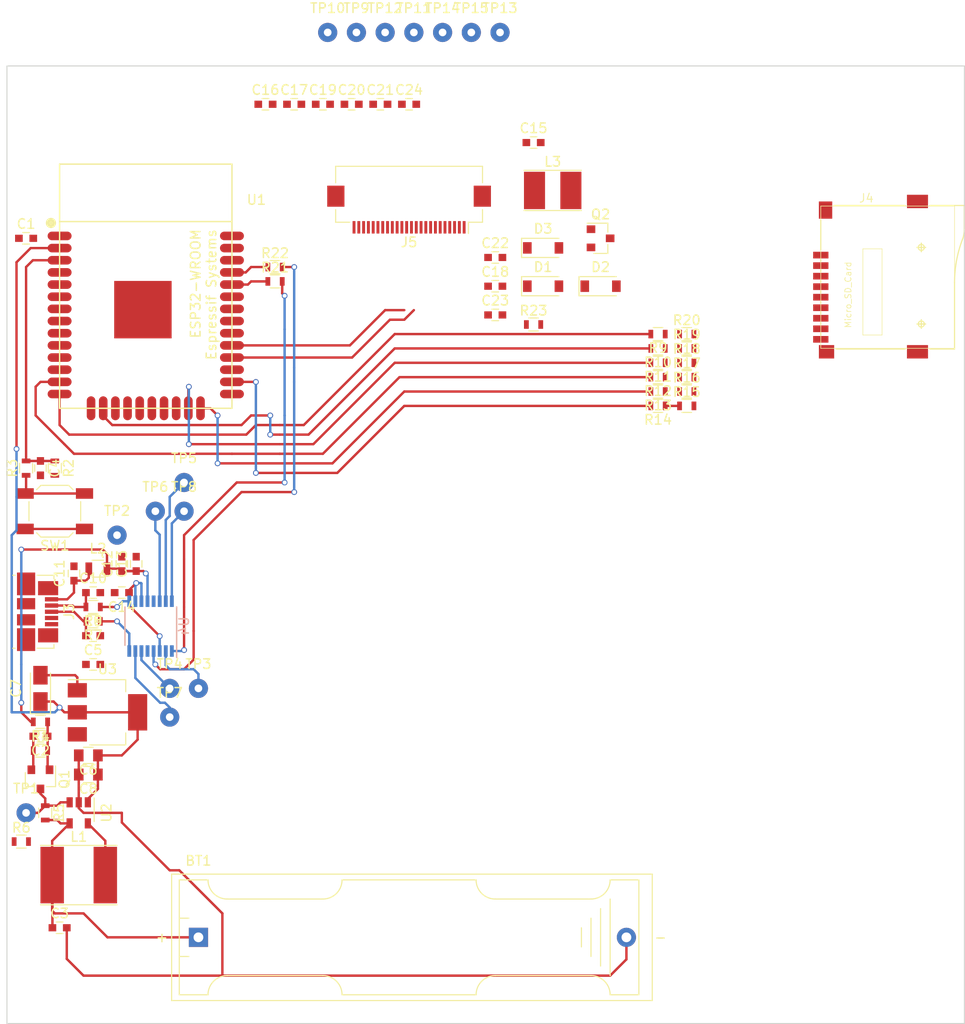
<source format=kicad_pcb>
(kicad_pcb (version 4) (host pcbnew 4.0.6)

  (general
    (links 155)
    (no_connects 94)
    (area 86.401 65.955 225.053501 150.625)
    (thickness 1.6)
    (drawings 4)
    (tracks 258)
    (zones 0)
    (modules 79)
    (nets 81)
  )

  (page A4)
  (layers
    (0 F.Cu signal)
    (31 B.Cu signal)
    (32 B.Adhes user)
    (33 F.Adhes user)
    (34 B.Paste user)
    (35 F.Paste user)
    (36 B.SilkS user)
    (37 F.SilkS user)
    (38 B.Mask user)
    (39 F.Mask user)
    (40 Dwgs.User user)
    (41 Cmts.User user)
    (42 Eco1.User user)
    (43 Eco2.User user)
    (44 Edge.Cuts user)
    (45 Margin user)
    (46 B.CrtYd user)
    (47 F.CrtYd user)
    (48 B.Fab user)
    (49 F.Fab user)
  )

  (setup
    (last_trace_width 0.25)
    (trace_clearance 0.2)
    (zone_clearance 0.508)
    (zone_45_only no)
    (trace_min 0.2)
    (segment_width 0.2)
    (edge_width 0.1)
    (via_size 0.6)
    (via_drill 0.4)
    (via_min_size 0.4)
    (via_min_drill 0.3)
    (uvia_size 0.3)
    (uvia_drill 0.1)
    (uvias_allowed no)
    (uvia_min_size 0.2)
    (uvia_min_drill 0.1)
    (pcb_text_width 0.3)
    (pcb_text_size 1.5 1.5)
    (mod_edge_width 0.15)
    (mod_text_size 1 1)
    (mod_text_width 0.15)
    (pad_size 1.5 1.5)
    (pad_drill 0.6)
    (pad_to_mask_clearance 0)
    (aux_axis_origin 0 0)
    (visible_elements 7FFCFFFF)
    (pcbplotparams
      (layerselection 0x00030_80000001)
      (usegerberextensions false)
      (excludeedgelayer true)
      (linewidth 0.100000)
      (plotframeref false)
      (viasonmask false)
      (mode 1)
      (useauxorigin false)
      (hpglpennumber 1)
      (hpglpenspeed 20)
      (hpglpendiameter 15)
      (hpglpenoverlay 2)
      (psnegative false)
      (psa4output false)
      (plotreference true)
      (plotvalue true)
      (plotinvisibletext false)
      (padsonsilk false)
      (subtractmaskfromsilk false)
      (outputformat 1)
      (mirror false)
      (drillshape 1)
      (scaleselection 1)
      (outputdirectory ""))
  )

  (net 0 "")
  (net 1 /VBATT)
  (net 2 GND)
  (net 3 +3V3)
  (net 4 "Net-(C2-Pad1)")
  (net 5 /EN)
  (net 6 +5V)
  (net 7 "Net-(C9-Pad1)")
  (net 8 "Net-(C10-Pad1)")
  (net 9 "Net-(C11-Pad1)")
  (net 10 /3V3OUT)
  (net 11 /VCOM)
  (net 12 "Net-(C17-Pad2)")
  (net 13 /VSL)
  (net 14 "Net-(C18-Pad2)")
  (net 15 "Net-(C18-Pad1)")
  (net 16 /VSH)
  (net 17 /VCI)
  (net 18 /VGL)
  (net 19 /PREVGH)
  (net 20 /PREVGL)
  (net 21 /VGH)
  (net 22 "Net-(L1-Pad2)")
  (net 23 "Net-(Q1-Pad3)")
  (net 24 /GDR)
  (net 25 /RESE)
  (net 26 "Net-(R3-Pad1)")
  (net 27 "Net-(R6-Pad1)")
  (net 28 "Net-(R7-Pad1)")
  (net 29 "Net-(R8-Pad1)")
  (net 30 "Net-(J4-Pad1)")
  (net 31 /SD_DAT2)
  (net 32 "Net-(J4-Pad2)")
  (net 33 /SD_DAT3)
  (net 34 "Net-(J4-Pad3)")
  (net 35 /SD_CMD)
  (net 36 "Net-(J4-Pad5)")
  (net 37 /SD_CLK)
  (net 38 "Net-(J4-Pad7)")
  (net 39 /SD_DAT0)
  (net 40 "Net-(J4-Pad8)")
  (net 41 /SD_DAT1)
  (net 42 /UART_RX)
  (net 43 "Net-(R21-Pad2)")
  (net 44 /UART_TX)
  (net 45 "Net-(R22-Pad2)")
  (net 46 "Net-(TP3-Pad1)")
  (net 47 "Net-(TP4-Pad1)")
  (net 48 "Net-(TP5-Pad1)")
  (net 49 "Net-(TP6-Pad1)")
  (net 50 "Net-(TP7-Pad1)")
  (net 51 "Net-(TP8-Pad1)")
  (net 52 "Net-(J5-Pad24)")
  (net 53 "Net-(J5-Pad19)")
  (net 54 "Net-(J5-Pad18)")
  (net 55 "Net-(J5-Pad6)")
  (net 56 /DISP_RESETn)
  (net 57 "Net-(U1-Pad36)")
  (net 58 /DISP_BUSY)
  (net 59 "Net-(U1-Pad32)")
  (net 60 /DISP_D)
  (net 61 /DISP_CS)
  (net 62 /DISP_SCK)
  (net 63 /DISP_MOSI)
  (net 64 "Net-(U1-Pad27)")
  (net 65 "Net-(U1-Pad25)")
  (net 66 "Net-(U1-Pad22)")
  (net 67 "Net-(U1-Pad21)")
  (net 68 "Net-(U1-Pad20)")
  (net 69 "Net-(U1-Pad19)")
  (net 70 "Net-(U1-Pad18)")
  (net 71 "Net-(U1-Pad17)")
  (net 72 "Net-(U1-Pad12)")
  (net 73 "Net-(U1-Pad11)")
  (net 74 "Net-(U1-Pad10)")
  (net 75 "Net-(U1-Pad9)")
  (net 76 "Net-(U1-Pad8)")
  (net 77 "Net-(U1-Pad7)")
  (net 78 "Net-(U1-Pad6)")
  (net 79 "Net-(U1-Pad5)")
  (net 80 "Net-(U1-Pad4)")

  (net_class Default "This is the default net class."
    (clearance 0.2)
    (trace_width 0.25)
    (via_dia 0.6)
    (via_drill 0.4)
    (uvia_dia 0.3)
    (uvia_drill 0.1)
    (add_net +3V3)
    (add_net +5V)
    (add_net /3V3OUT)
    (add_net /DISP_BUSY)
    (add_net /DISP_CS)
    (add_net /DISP_D)
    (add_net /DISP_MOSI)
    (add_net /DISP_RESETn)
    (add_net /DISP_SCK)
    (add_net /EN)
    (add_net /GDR)
    (add_net /PREVGH)
    (add_net /PREVGL)
    (add_net /RESE)
    (add_net /SD_CLK)
    (add_net /SD_CMD)
    (add_net /SD_DAT0)
    (add_net /SD_DAT1)
    (add_net /SD_DAT2)
    (add_net /SD_DAT3)
    (add_net /UART_RX)
    (add_net /UART_TX)
    (add_net /VBATT)
    (add_net /VCI)
    (add_net /VCOM)
    (add_net /VGH)
    (add_net /VGL)
    (add_net /VSH)
    (add_net /VSL)
    (add_net GND)
    (add_net "Net-(C10-Pad1)")
    (add_net "Net-(C11-Pad1)")
    (add_net "Net-(C17-Pad2)")
    (add_net "Net-(C18-Pad1)")
    (add_net "Net-(C18-Pad2)")
    (add_net "Net-(C2-Pad1)")
    (add_net "Net-(C9-Pad1)")
    (add_net "Net-(J4-Pad1)")
    (add_net "Net-(J4-Pad2)")
    (add_net "Net-(J4-Pad3)")
    (add_net "Net-(J4-Pad5)")
    (add_net "Net-(J4-Pad7)")
    (add_net "Net-(J4-Pad8)")
    (add_net "Net-(J5-Pad18)")
    (add_net "Net-(J5-Pad19)")
    (add_net "Net-(J5-Pad24)")
    (add_net "Net-(J5-Pad6)")
    (add_net "Net-(L1-Pad2)")
    (add_net "Net-(Q1-Pad3)")
    (add_net "Net-(R21-Pad2)")
    (add_net "Net-(R22-Pad2)")
    (add_net "Net-(R3-Pad1)")
    (add_net "Net-(R6-Pad1)")
    (add_net "Net-(R7-Pad1)")
    (add_net "Net-(R8-Pad1)")
    (add_net "Net-(TP3-Pad1)")
    (add_net "Net-(TP4-Pad1)")
    (add_net "Net-(TP5-Pad1)")
    (add_net "Net-(TP6-Pad1)")
    (add_net "Net-(TP7-Pad1)")
    (add_net "Net-(TP8-Pad1)")
    (add_net "Net-(U1-Pad10)")
    (add_net "Net-(U1-Pad11)")
    (add_net "Net-(U1-Pad12)")
    (add_net "Net-(U1-Pad17)")
    (add_net "Net-(U1-Pad18)")
    (add_net "Net-(U1-Pad19)")
    (add_net "Net-(U1-Pad20)")
    (add_net "Net-(U1-Pad21)")
    (add_net "Net-(U1-Pad22)")
    (add_net "Net-(U1-Pad25)")
    (add_net "Net-(U1-Pad27)")
    (add_net "Net-(U1-Pad32)")
    (add_net "Net-(U1-Pad36)")
    (add_net "Net-(U1-Pad4)")
    (add_net "Net-(U1-Pad5)")
    (add_net "Net-(U1-Pad6)")
    (add_net "Net-(U1-Pad7)")
    (add_net "Net-(U1-Pad8)")
    (add_net "Net-(U1-Pad9)")
  )

  (module Battery_Holders:Keystone_2466_1xAAA (layer F.Cu) (tedit 57A8712F) (tstamp 5A22C1B6)
    (at 120 141)
    (descr "1xAAA Battery Holder, Keystone, Plastic Case")
    (tags "AAA battery holder Keystone")
    (path /5A23C183)
    (fp_text reference BT1 (at 0 -8 180) (layer F.SilkS)
      (effects (font (size 1 1) (thickness 0.15)))
    )
    (fp_text value Battery_Cell (at 22 0) (layer F.Fab)
      (effects (font (size 1 1) (thickness 0.15)))
    )
    (fp_text user - (at 48.26 0) (layer F.SilkS)
      (effects (font (size 1 1) (thickness 0.15)))
    )
    (fp_text user + (at -3.81 0) (layer F.SilkS)
      (effects (font (size 1 1) (thickness 0.15)))
    )
    (fp_line (start 47.8 7) (end 47.8 -7) (layer F.CrtYd) (width 0.05))
    (fp_line (start -3.2 7) (end 47.8 7) (layer F.CrtYd) (width 0.05))
    (fp_line (start -3.2 -7) (end -3.2 7) (layer F.CrtYd) (width 0.05))
    (fp_line (start 47.8 -7) (end -3.2 -7) (layer F.CrtYd) (width 0.05))
    (fp_line (start 47.4 6.6) (end 47.4 -6.6) (layer F.SilkS) (width 0.12))
    (fp_line (start -2.8 6.6) (end 47.4 6.6) (layer F.SilkS) (width 0.12))
    (fp_line (start -2.8 -6.6) (end -2.8 6.6) (layer F.SilkS) (width 0.12))
    (fp_line (start 47.4 -6.6) (end -2.8 -6.6) (layer F.SilkS) (width 0.12))
    (fp_line (start 40 -1) (end 40 1) (layer F.SilkS) (width 0.12))
    (fp_line (start 41 -2) (end 41 2) (layer F.SilkS) (width 0.12))
    (fp_line (start 42 3) (end 42 -3) (layer F.SilkS) (width 0.12))
    (fp_line (start 43 -4) (end 43 4) (layer F.SilkS) (width 0.12))
    (fp_line (start -2 -2) (end -1 -2) (layer F.SilkS) (width 0.12))
    (fp_line (start -1 2) (end -2 2) (layer F.SilkS) (width 0.12))
    (fp_line (start 15 6) (end 29 6) (layer F.SilkS) (width 0.12))
    (fp_line (start 29 -6) (end 15 -6) (layer F.SilkS) (width 0.12))
    (fp_arc (start 31 -6) (end 31 -4) (angle 90) (layer F.SilkS) (width 0.12))
    (fp_arc (start 13 -6) (end 15 -6) (angle 90) (layer F.SilkS) (width 0.12))
    (fp_arc (start 13 6) (end 13 4) (angle 90) (layer F.SilkS) (width 0.12))
    (fp_arc (start 31 6) (end 29 6) (angle 90) (layer F.SilkS) (width 0.12))
    (fp_line (start 3 4) (end 13 4) (layer F.SilkS) (width 0.12))
    (fp_line (start 3 -4) (end 13 -4) (layer F.SilkS) (width 0.12))
    (fp_arc (start 3 6) (end 1 6) (angle 90) (layer F.SilkS) (width 0.12))
    (fp_line (start 41 -4) (end 31 -4) (layer F.SilkS) (width 0.12))
    (fp_line (start 41 4) (end 31 4) (layer F.SilkS) (width 0.12))
    (fp_arc (start 41 6) (end 41 4) (angle 90) (layer F.SilkS) (width 0.12))
    (fp_arc (start 41 -6) (end 43 -6) (angle 90) (layer F.SilkS) (width 0.12))
    (fp_arc (start 3 -6) (end 3 -4) (angle 90) (layer F.SilkS) (width 0.12))
    (fp_line (start -2 -6) (end 1 -6) (layer F.SilkS) (width 0.12))
    (fp_line (start -2 -6) (end -2 6) (layer F.SilkS) (width 0.12))
    (fp_line (start -2 6) (end 1 6) (layer F.SilkS) (width 0.12))
    (fp_line (start 46 -6) (end 43 -6) (layer F.SilkS) (width 0.12))
    (fp_line (start 46 -6) (end 46 6) (layer F.SilkS) (width 0.12))
    (fp_line (start 46 6) (end 43 6) (layer F.SilkS) (width 0.12))
    (fp_line (start -2.7 0) (end -2.7 -6.5) (layer F.Fab) (width 0.1))
    (fp_line (start -2.7 -6.5) (end 47.3 -6.5) (layer F.Fab) (width 0.1))
    (fp_line (start 47.3 -6.5) (end 47.3 6.5) (layer F.Fab) (width 0.1))
    (fp_line (start 47.3 6.5) (end -2.7 6.5) (layer F.Fab) (width 0.1))
    (fp_line (start -2.7 6.5) (end -2.7 0) (layer F.Fab) (width 0.1))
    (pad 1 thru_hole rect (at 0 0) (size 2 2) (drill 1.02) (layers *.Cu *.Mask)
      (net 1 /VBATT))
    (pad 2 thru_hole circle (at 44.7 0) (size 2 2) (drill 1.02) (layers *.Cu *.Mask)
      (net 2 GND))
  )

  (module Capacitors_SMD:C_0603 (layer F.Cu) (tedit 59958EE7) (tstamp 5A22C1C7)
    (at 102 68)
    (descr "Capacitor SMD 0603, reflow soldering, AVX (see smccp.pdf)")
    (tags "capacitor 0603")
    (path /599446B2)
    (attr smd)
    (fp_text reference C1 (at 0 -1.5) (layer F.SilkS)
      (effects (font (size 1 1) (thickness 0.15)))
    )
    (fp_text value 1.0uF (at 0 1.5) (layer F.Fab)
      (effects (font (size 1 1) (thickness 0.15)))
    )
    (fp_line (start 1.4 0.65) (end -1.4 0.65) (layer F.CrtYd) (width 0.05))
    (fp_line (start 1.4 0.65) (end 1.4 -0.65) (layer F.CrtYd) (width 0.05))
    (fp_line (start -1.4 -0.65) (end -1.4 0.65) (layer F.CrtYd) (width 0.05))
    (fp_line (start -1.4 -0.65) (end 1.4 -0.65) (layer F.CrtYd) (width 0.05))
    (fp_line (start 0.35 0.6) (end -0.35 0.6) (layer F.SilkS) (width 0.12))
    (fp_line (start -0.35 -0.6) (end 0.35 -0.6) (layer F.SilkS) (width 0.12))
    (fp_line (start -0.8 -0.4) (end 0.8 -0.4) (layer F.Fab) (width 0.1))
    (fp_line (start 0.8 -0.4) (end 0.8 0.4) (layer F.Fab) (width 0.1))
    (fp_line (start 0.8 0.4) (end -0.8 0.4) (layer F.Fab) (width 0.1))
    (fp_line (start -0.8 0.4) (end -0.8 -0.4) (layer F.Fab) (width 0.1))
    (fp_text user %R (at 0 0) (layer F.Fab)
      (effects (font (size 0.3 0.3) (thickness 0.075)))
    )
    (pad 2 smd rect (at 0.75 0) (size 0.8 0.75) (layers F.Cu F.Paste F.Mask)
      (net 2 GND))
    (pad 1 smd rect (at -0.75 0) (size 0.8 0.75) (layers F.Cu F.Paste F.Mask)
      (net 3 +3V3))
    (model Capacitors_SMD.3dshapes/C_0603.wrl
      (at (xyz 0 0 0))
      (scale (xyz 1 1 1))
      (rotate (xyz 0 0 0))
    )
  )

  (module Capacitors_SMD:C_0603 (layer F.Cu) (tedit 59958EE7) (tstamp 5A22C1D8)
    (at 103.5 120 180)
    (descr "Capacitor SMD 0603, reflow soldering, AVX (see smccp.pdf)")
    (tags "capacitor 0603")
    (path /59928C39)
    (attr smd)
    (fp_text reference C2 (at 0 -1.5 180) (layer F.SilkS)
      (effects (font (size 1 1) (thickness 0.15)))
    )
    (fp_text value 0.1uF (at 0 1.5 180) (layer F.Fab)
      (effects (font (size 1 1) (thickness 0.15)))
    )
    (fp_line (start 1.4 0.65) (end -1.4 0.65) (layer F.CrtYd) (width 0.05))
    (fp_line (start 1.4 0.65) (end 1.4 -0.65) (layer F.CrtYd) (width 0.05))
    (fp_line (start -1.4 -0.65) (end -1.4 0.65) (layer F.CrtYd) (width 0.05))
    (fp_line (start -1.4 -0.65) (end 1.4 -0.65) (layer F.CrtYd) (width 0.05))
    (fp_line (start 0.35 0.6) (end -0.35 0.6) (layer F.SilkS) (width 0.12))
    (fp_line (start -0.35 -0.6) (end 0.35 -0.6) (layer F.SilkS) (width 0.12))
    (fp_line (start -0.8 -0.4) (end 0.8 -0.4) (layer F.Fab) (width 0.1))
    (fp_line (start 0.8 -0.4) (end 0.8 0.4) (layer F.Fab) (width 0.1))
    (fp_line (start 0.8 0.4) (end -0.8 0.4) (layer F.Fab) (width 0.1))
    (fp_line (start -0.8 0.4) (end -0.8 -0.4) (layer F.Fab) (width 0.1))
    (fp_text user %R (at 0 0 180) (layer F.Fab)
      (effects (font (size 0.3 0.3) (thickness 0.075)))
    )
    (pad 2 smd rect (at 0.75 0 180) (size 0.8 0.75) (layers F.Cu F.Paste F.Mask)
      (net 2 GND))
    (pad 1 smd rect (at -0.75 0 180) (size 0.8 0.75) (layers F.Cu F.Paste F.Mask)
      (net 4 "Net-(C2-Pad1)"))
    (model Capacitors_SMD.3dshapes/C_0603.wrl
      (at (xyz 0 0 0))
      (scale (xyz 1 1 1))
      (rotate (xyz 0 0 0))
    )
  )

  (module Capacitors_SMD:C_0603 (layer F.Cu) (tedit 59958EE7) (tstamp 5A22C1E9)
    (at 105.5 140)
    (descr "Capacitor SMD 0603, reflow soldering, AVX (see smccp.pdf)")
    (tags "capacitor 0603")
    (path /599234D2)
    (attr smd)
    (fp_text reference C3 (at 0 -1.5) (layer F.SilkS)
      (effects (font (size 1 1) (thickness 0.15)))
    )
    (fp_text value 4.7uF (at 0 1.5) (layer F.Fab)
      (effects (font (size 1 1) (thickness 0.15)))
    )
    (fp_line (start 1.4 0.65) (end -1.4 0.65) (layer F.CrtYd) (width 0.05))
    (fp_line (start 1.4 0.65) (end 1.4 -0.65) (layer F.CrtYd) (width 0.05))
    (fp_line (start -1.4 -0.65) (end -1.4 0.65) (layer F.CrtYd) (width 0.05))
    (fp_line (start -1.4 -0.65) (end 1.4 -0.65) (layer F.CrtYd) (width 0.05))
    (fp_line (start 0.35 0.6) (end -0.35 0.6) (layer F.SilkS) (width 0.12))
    (fp_line (start -0.35 -0.6) (end 0.35 -0.6) (layer F.SilkS) (width 0.12))
    (fp_line (start -0.8 -0.4) (end 0.8 -0.4) (layer F.Fab) (width 0.1))
    (fp_line (start 0.8 -0.4) (end 0.8 0.4) (layer F.Fab) (width 0.1))
    (fp_line (start 0.8 0.4) (end -0.8 0.4) (layer F.Fab) (width 0.1))
    (fp_line (start -0.8 0.4) (end -0.8 -0.4) (layer F.Fab) (width 0.1))
    (fp_text user %R (at 0 0) (layer F.Fab)
      (effects (font (size 0.3 0.3) (thickness 0.075)))
    )
    (pad 2 smd rect (at 0.75 0) (size 0.8 0.75) (layers F.Cu F.Paste F.Mask)
      (net 2 GND))
    (pad 1 smd rect (at -0.75 0) (size 0.8 0.75) (layers F.Cu F.Paste F.Mask)
      (net 1 /VBATT))
    (model Capacitors_SMD.3dshapes/C_0603.wrl
      (at (xyz 0 0 0))
      (scale (xyz 1 1 1))
      (rotate (xyz 0 0 0))
    )
  )

  (module Capacitors_SMD:C_0603 (layer F.Cu) (tedit 59958EE7) (tstamp 5A22C1FA)
    (at 103.5 92 270)
    (descr "Capacitor SMD 0603, reflow soldering, AVX (see smccp.pdf)")
    (tags "capacitor 0603")
    (path /599333DA)
    (attr smd)
    (fp_text reference C4 (at 0 -1.5 270) (layer F.SilkS)
      (effects (font (size 1 1) (thickness 0.15)))
    )
    (fp_text value 0.1uF (at 0 1.5 270) (layer F.Fab)
      (effects (font (size 1 1) (thickness 0.15)))
    )
    (fp_line (start 1.4 0.65) (end -1.4 0.65) (layer F.CrtYd) (width 0.05))
    (fp_line (start 1.4 0.65) (end 1.4 -0.65) (layer F.CrtYd) (width 0.05))
    (fp_line (start -1.4 -0.65) (end -1.4 0.65) (layer F.CrtYd) (width 0.05))
    (fp_line (start -1.4 -0.65) (end 1.4 -0.65) (layer F.CrtYd) (width 0.05))
    (fp_line (start 0.35 0.6) (end -0.35 0.6) (layer F.SilkS) (width 0.12))
    (fp_line (start -0.35 -0.6) (end 0.35 -0.6) (layer F.SilkS) (width 0.12))
    (fp_line (start -0.8 -0.4) (end 0.8 -0.4) (layer F.Fab) (width 0.1))
    (fp_line (start 0.8 -0.4) (end 0.8 0.4) (layer F.Fab) (width 0.1))
    (fp_line (start 0.8 0.4) (end -0.8 0.4) (layer F.Fab) (width 0.1))
    (fp_line (start -0.8 0.4) (end -0.8 -0.4) (layer F.Fab) (width 0.1))
    (fp_text user %R (at 0 0 270) (layer F.Fab)
      (effects (font (size 0.3 0.3) (thickness 0.075)))
    )
    (pad 2 smd rect (at 0.75 0 270) (size 0.8 0.75) (layers F.Cu F.Paste F.Mask)
      (net 2 GND))
    (pad 1 smd rect (at -0.75 0 270) (size 0.8 0.75) (layers F.Cu F.Paste F.Mask)
      (net 5 /EN))
    (model Capacitors_SMD.3dshapes/C_0603.wrl
      (at (xyz 0 0 0))
      (scale (xyz 1 1 1))
      (rotate (xyz 0 0 0))
    )
  )

  (module Capacitors_SMD:C_0603 (layer F.Cu) (tedit 59958EE7) (tstamp 5A22C20B)
    (at 109 112.5)
    (descr "Capacitor SMD 0603, reflow soldering, AVX (see smccp.pdf)")
    (tags "capacitor 0603")
    (path /599251C0)
    (attr smd)
    (fp_text reference C5 (at 0 -1.5) (layer F.SilkS)
      (effects (font (size 1 1) (thickness 0.15)))
    )
    (fp_text value 0.1uF (at 0 1.5) (layer F.Fab)
      (effects (font (size 1 1) (thickness 0.15)))
    )
    (fp_line (start 1.4 0.65) (end -1.4 0.65) (layer F.CrtYd) (width 0.05))
    (fp_line (start 1.4 0.65) (end 1.4 -0.65) (layer F.CrtYd) (width 0.05))
    (fp_line (start -1.4 -0.65) (end -1.4 0.65) (layer F.CrtYd) (width 0.05))
    (fp_line (start -1.4 -0.65) (end 1.4 -0.65) (layer F.CrtYd) (width 0.05))
    (fp_line (start 0.35 0.6) (end -0.35 0.6) (layer F.SilkS) (width 0.12))
    (fp_line (start -0.35 -0.6) (end 0.35 -0.6) (layer F.SilkS) (width 0.12))
    (fp_line (start -0.8 -0.4) (end 0.8 -0.4) (layer F.Fab) (width 0.1))
    (fp_line (start 0.8 -0.4) (end 0.8 0.4) (layer F.Fab) (width 0.1))
    (fp_line (start 0.8 0.4) (end -0.8 0.4) (layer F.Fab) (width 0.1))
    (fp_line (start -0.8 0.4) (end -0.8 -0.4) (layer F.Fab) (width 0.1))
    (fp_text user %R (at 0 0) (layer F.Fab)
      (effects (font (size 0.3 0.3) (thickness 0.075)))
    )
    (pad 2 smd rect (at 0.75 0) (size 0.8 0.75) (layers F.Cu F.Paste F.Mask)
      (net 2 GND))
    (pad 1 smd rect (at -0.75 0) (size 0.8 0.75) (layers F.Cu F.Paste F.Mask)
      (net 6 +5V))
    (model Capacitors_SMD.3dshapes/C_0603.wrl
      (at (xyz 0 0 0))
      (scale (xyz 1 1 1))
      (rotate (xyz 0 0 0))
    )
  )

  (module Capacitors_SMD:C_0805 (layer F.Cu) (tedit 58AA8463) (tstamp 5A22C21C)
    (at 108.5 122 180)
    (descr "Capacitor SMD 0805, reflow soldering, AVX (see smccp.pdf)")
    (tags "capacitor 0805")
    (path /599237CA)
    (attr smd)
    (fp_text reference C6 (at 0 -1.5 180) (layer F.SilkS)
      (effects (font (size 1 1) (thickness 0.15)))
    )
    (fp_text value 22uF (at 0 1.75 180) (layer F.Fab)
      (effects (font (size 1 1) (thickness 0.15)))
    )
    (fp_text user %R (at 0 -1.5 180) (layer F.Fab)
      (effects (font (size 1 1) (thickness 0.15)))
    )
    (fp_line (start -1 0.62) (end -1 -0.62) (layer F.Fab) (width 0.1))
    (fp_line (start 1 0.62) (end -1 0.62) (layer F.Fab) (width 0.1))
    (fp_line (start 1 -0.62) (end 1 0.62) (layer F.Fab) (width 0.1))
    (fp_line (start -1 -0.62) (end 1 -0.62) (layer F.Fab) (width 0.1))
    (fp_line (start 0.5 -0.85) (end -0.5 -0.85) (layer F.SilkS) (width 0.12))
    (fp_line (start -0.5 0.85) (end 0.5 0.85) (layer F.SilkS) (width 0.12))
    (fp_line (start -1.75 -0.88) (end 1.75 -0.88) (layer F.CrtYd) (width 0.05))
    (fp_line (start -1.75 -0.88) (end -1.75 0.87) (layer F.CrtYd) (width 0.05))
    (fp_line (start 1.75 0.87) (end 1.75 -0.88) (layer F.CrtYd) (width 0.05))
    (fp_line (start 1.75 0.87) (end -1.75 0.87) (layer F.CrtYd) (width 0.05))
    (pad 1 smd rect (at -1 0 180) (size 1 1.25) (layers F.Cu F.Paste F.Mask)
      (net 3 +3V3))
    (pad 2 smd rect (at 1 0 180) (size 1 1.25) (layers F.Cu F.Paste F.Mask)
      (net 2 GND))
    (model Capacitors_SMD.3dshapes/C_0805.wrl
      (at (xyz 0 0 0))
      (scale (xyz 1 1 1))
      (rotate (xyz 0 0 0))
    )
  )

  (module Capacitors_Tantalum_SMD:CP_Tantalum_Case-A_EIA-3216-18_Reflow (layer F.Cu) (tedit 58CC8C08) (tstamp 5A22C230)
    (at 103.5 115 90)
    (descr "Tantalum capacitor, Case A, EIA 3216-18, 3.2x1.6x1.6mm, Reflow soldering footprint")
    (tags "capacitor tantalum smd")
    (path /599248D9)
    (attr smd)
    (fp_text reference C7 (at 0 -2.55 90) (layer F.SilkS)
      (effects (font (size 1 1) (thickness 0.15)))
    )
    (fp_text value 22uF (at 0 2.55 90) (layer F.Fab)
      (effects (font (size 1 1) (thickness 0.15)))
    )
    (fp_text user %R (at 0 0 90) (layer F.Fab)
      (effects (font (size 0.7 0.7) (thickness 0.105)))
    )
    (fp_line (start -2.75 -1.2) (end -2.75 1.2) (layer F.CrtYd) (width 0.05))
    (fp_line (start -2.75 1.2) (end 2.75 1.2) (layer F.CrtYd) (width 0.05))
    (fp_line (start 2.75 1.2) (end 2.75 -1.2) (layer F.CrtYd) (width 0.05))
    (fp_line (start 2.75 -1.2) (end -2.75 -1.2) (layer F.CrtYd) (width 0.05))
    (fp_line (start -1.6 -0.8) (end -1.6 0.8) (layer F.Fab) (width 0.1))
    (fp_line (start -1.6 0.8) (end 1.6 0.8) (layer F.Fab) (width 0.1))
    (fp_line (start 1.6 0.8) (end 1.6 -0.8) (layer F.Fab) (width 0.1))
    (fp_line (start 1.6 -0.8) (end -1.6 -0.8) (layer F.Fab) (width 0.1))
    (fp_line (start -1.28 -0.8) (end -1.28 0.8) (layer F.Fab) (width 0.1))
    (fp_line (start -1.12 -0.8) (end -1.12 0.8) (layer F.Fab) (width 0.1))
    (fp_line (start -2.65 -1.05) (end 1.6 -1.05) (layer F.SilkS) (width 0.12))
    (fp_line (start -2.65 1.05) (end 1.6 1.05) (layer F.SilkS) (width 0.12))
    (fp_line (start -2.65 -1.05) (end -2.65 1.05) (layer F.SilkS) (width 0.12))
    (pad 1 smd rect (at -1.375 0 90) (size 1.95 1.5) (layers F.Cu F.Paste F.Mask)
      (net 3 +3V3))
    (pad 2 smd rect (at 1.375 0 90) (size 1.95 1.5) (layers F.Cu F.Paste F.Mask)
      (net 2 GND))
    (model Capacitors_Tantalum_SMD.3dshapes/CP_Tantalum_Case-A_EIA-3216-18.wrl
      (at (xyz 0 0 0))
      (scale (xyz 1 1 1))
      (rotate (xyz 0 0 0))
    )
  )

  (module Capacitors_SMD:C_0805 (layer F.Cu) (tedit 58AA8463) (tstamp 5A22C241)
    (at 108.5 124 180)
    (descr "Capacitor SMD 0805, reflow soldering, AVX (see smccp.pdf)")
    (tags "capacitor 0805")
    (path /5992394E)
    (attr smd)
    (fp_text reference C8 (at 0 -1.5 180) (layer F.SilkS)
      (effects (font (size 1 1) (thickness 0.15)))
    )
    (fp_text value 22uF (at 0 1.75 180) (layer F.Fab)
      (effects (font (size 1 1) (thickness 0.15)))
    )
    (fp_text user %R (at 0 -1.5 180) (layer F.Fab)
      (effects (font (size 1 1) (thickness 0.15)))
    )
    (fp_line (start -1 0.62) (end -1 -0.62) (layer F.Fab) (width 0.1))
    (fp_line (start 1 0.62) (end -1 0.62) (layer F.Fab) (width 0.1))
    (fp_line (start 1 -0.62) (end 1 0.62) (layer F.Fab) (width 0.1))
    (fp_line (start -1 -0.62) (end 1 -0.62) (layer F.Fab) (width 0.1))
    (fp_line (start 0.5 -0.85) (end -0.5 -0.85) (layer F.SilkS) (width 0.12))
    (fp_line (start -0.5 0.85) (end 0.5 0.85) (layer F.SilkS) (width 0.12))
    (fp_line (start -1.75 -0.88) (end 1.75 -0.88) (layer F.CrtYd) (width 0.05))
    (fp_line (start -1.75 -0.88) (end -1.75 0.87) (layer F.CrtYd) (width 0.05))
    (fp_line (start 1.75 0.87) (end 1.75 -0.88) (layer F.CrtYd) (width 0.05))
    (fp_line (start 1.75 0.87) (end -1.75 0.87) (layer F.CrtYd) (width 0.05))
    (pad 1 smd rect (at -1 0 180) (size 1 1.25) (layers F.Cu F.Paste F.Mask)
      (net 3 +3V3))
    (pad 2 smd rect (at 1 0 180) (size 1 1.25) (layers F.Cu F.Paste F.Mask)
      (net 2 GND))
    (model Capacitors_SMD.3dshapes/C_0805.wrl
      (at (xyz 0 0 0))
      (scale (xyz 1 1 1))
      (rotate (xyz 0 0 0))
    )
  )

  (module Capacitors_SMD:C_0603 (layer F.Cu) (tedit 59958EE7) (tstamp 5A22C252)
    (at 109 109.5)
    (descr "Capacitor SMD 0603, reflow soldering, AVX (see smccp.pdf)")
    (tags "capacitor 0603")
    (path /598F0D22)
    (attr smd)
    (fp_text reference C9 (at 0 -1.5) (layer F.SilkS)
      (effects (font (size 1 1) (thickness 0.15)))
    )
    (fp_text value 47pF (at 0 1.5) (layer F.Fab)
      (effects (font (size 1 1) (thickness 0.15)))
    )
    (fp_line (start 1.4 0.65) (end -1.4 0.65) (layer F.CrtYd) (width 0.05))
    (fp_line (start 1.4 0.65) (end 1.4 -0.65) (layer F.CrtYd) (width 0.05))
    (fp_line (start -1.4 -0.65) (end -1.4 0.65) (layer F.CrtYd) (width 0.05))
    (fp_line (start -1.4 -0.65) (end 1.4 -0.65) (layer F.CrtYd) (width 0.05))
    (fp_line (start 0.35 0.6) (end -0.35 0.6) (layer F.SilkS) (width 0.12))
    (fp_line (start -0.35 -0.6) (end 0.35 -0.6) (layer F.SilkS) (width 0.12))
    (fp_line (start -0.8 -0.4) (end 0.8 -0.4) (layer F.Fab) (width 0.1))
    (fp_line (start 0.8 -0.4) (end 0.8 0.4) (layer F.Fab) (width 0.1))
    (fp_line (start 0.8 0.4) (end -0.8 0.4) (layer F.Fab) (width 0.1))
    (fp_line (start -0.8 0.4) (end -0.8 -0.4) (layer F.Fab) (width 0.1))
    (fp_text user %R (at 0 0) (layer F.Fab)
      (effects (font (size 0.3 0.3) (thickness 0.075)))
    )
    (pad 2 smd rect (at 0.75 0) (size 0.8 0.75) (layers F.Cu F.Paste F.Mask)
      (net 2 GND))
    (pad 1 smd rect (at -0.75 0) (size 0.8 0.75) (layers F.Cu F.Paste F.Mask)
      (net 7 "Net-(C9-Pad1)"))
    (model Capacitors_SMD.3dshapes/C_0603.wrl
      (at (xyz 0 0 0))
      (scale (xyz 1 1 1))
      (rotate (xyz 0 0 0))
    )
  )

  (module Capacitors_SMD:C_0603 (layer F.Cu) (tedit 59958EE7) (tstamp 5A22C263)
    (at 109 105)
    (descr "Capacitor SMD 0603, reflow soldering, AVX (see smccp.pdf)")
    (tags "capacitor 0603")
    (path /598F0D87)
    (attr smd)
    (fp_text reference C10 (at 0 -1.5) (layer F.SilkS)
      (effects (font (size 1 1) (thickness 0.15)))
    )
    (fp_text value 47pF (at 0 1.5) (layer F.Fab)
      (effects (font (size 1 1) (thickness 0.15)))
    )
    (fp_line (start 1.4 0.65) (end -1.4 0.65) (layer F.CrtYd) (width 0.05))
    (fp_line (start 1.4 0.65) (end 1.4 -0.65) (layer F.CrtYd) (width 0.05))
    (fp_line (start -1.4 -0.65) (end -1.4 0.65) (layer F.CrtYd) (width 0.05))
    (fp_line (start -1.4 -0.65) (end 1.4 -0.65) (layer F.CrtYd) (width 0.05))
    (fp_line (start 0.35 0.6) (end -0.35 0.6) (layer F.SilkS) (width 0.12))
    (fp_line (start -0.35 -0.6) (end 0.35 -0.6) (layer F.SilkS) (width 0.12))
    (fp_line (start -0.8 -0.4) (end 0.8 -0.4) (layer F.Fab) (width 0.1))
    (fp_line (start 0.8 -0.4) (end 0.8 0.4) (layer F.Fab) (width 0.1))
    (fp_line (start 0.8 0.4) (end -0.8 0.4) (layer F.Fab) (width 0.1))
    (fp_line (start -0.8 0.4) (end -0.8 -0.4) (layer F.Fab) (width 0.1))
    (fp_text user %R (at 0 0) (layer F.Fab)
      (effects (font (size 0.3 0.3) (thickness 0.075)))
    )
    (pad 2 smd rect (at 0.75 0) (size 0.8 0.75) (layers F.Cu F.Paste F.Mask)
      (net 2 GND))
    (pad 1 smd rect (at -0.75 0) (size 0.8 0.75) (layers F.Cu F.Paste F.Mask)
      (net 8 "Net-(C10-Pad1)"))
    (model Capacitors_SMD.3dshapes/C_0603.wrl
      (at (xyz 0 0 0))
      (scale (xyz 1 1 1))
      (rotate (xyz 0 0 0))
    )
  )

  (module Capacitors_SMD:C_0603 (layer F.Cu) (tedit 59958EE7) (tstamp 5A22C274)
    (at 107 103 90)
    (descr "Capacitor SMD 0603, reflow soldering, AVX (see smccp.pdf)")
    (tags "capacitor 0603")
    (path /598F006E)
    (attr smd)
    (fp_text reference C11 (at 0 -1.5 90) (layer F.SilkS)
      (effects (font (size 1 1) (thickness 0.15)))
    )
    (fp_text value 10uF (at 0 1.5 90) (layer F.Fab)
      (effects (font (size 1 1) (thickness 0.15)))
    )
    (fp_line (start 1.4 0.65) (end -1.4 0.65) (layer F.CrtYd) (width 0.05))
    (fp_line (start 1.4 0.65) (end 1.4 -0.65) (layer F.CrtYd) (width 0.05))
    (fp_line (start -1.4 -0.65) (end -1.4 0.65) (layer F.CrtYd) (width 0.05))
    (fp_line (start -1.4 -0.65) (end 1.4 -0.65) (layer F.CrtYd) (width 0.05))
    (fp_line (start 0.35 0.6) (end -0.35 0.6) (layer F.SilkS) (width 0.12))
    (fp_line (start -0.35 -0.6) (end 0.35 -0.6) (layer F.SilkS) (width 0.12))
    (fp_line (start -0.8 -0.4) (end 0.8 -0.4) (layer F.Fab) (width 0.1))
    (fp_line (start 0.8 -0.4) (end 0.8 0.4) (layer F.Fab) (width 0.1))
    (fp_line (start 0.8 0.4) (end -0.8 0.4) (layer F.Fab) (width 0.1))
    (fp_line (start -0.8 0.4) (end -0.8 -0.4) (layer F.Fab) (width 0.1))
    (fp_text user %R (at 0 0 90) (layer F.Fab)
      (effects (font (size 0.3 0.3) (thickness 0.075)))
    )
    (pad 2 smd rect (at 0.75 0 90) (size 0.8 0.75) (layers F.Cu F.Paste F.Mask)
      (net 2 GND))
    (pad 1 smd rect (at -0.75 0 90) (size 0.8 0.75) (layers F.Cu F.Paste F.Mask)
      (net 9 "Net-(C11-Pad1)"))
    (model Capacitors_SMD.3dshapes/C_0603.wrl
      (at (xyz 0 0 0))
      (scale (xyz 1 1 1))
      (rotate (xyz 0 0 0))
    )
  )

  (module Capacitors_SMD:C_0603 (layer F.Cu) (tedit 59958EE7) (tstamp 5A22C285)
    (at 112 102 90)
    (descr "Capacitor SMD 0603, reflow soldering, AVX (see smccp.pdf)")
    (tags "capacitor 0603")
    (path /598EFED9)
    (attr smd)
    (fp_text reference C12 (at 0 -1.5 90) (layer F.SilkS)
      (effects (font (size 1 1) (thickness 0.15)))
    )
    (fp_text value 0.1uF (at 0 1.5 90) (layer F.Fab)
      (effects (font (size 1 1) (thickness 0.15)))
    )
    (fp_line (start 1.4 0.65) (end -1.4 0.65) (layer F.CrtYd) (width 0.05))
    (fp_line (start 1.4 0.65) (end 1.4 -0.65) (layer F.CrtYd) (width 0.05))
    (fp_line (start -1.4 -0.65) (end -1.4 0.65) (layer F.CrtYd) (width 0.05))
    (fp_line (start -1.4 -0.65) (end 1.4 -0.65) (layer F.CrtYd) (width 0.05))
    (fp_line (start 0.35 0.6) (end -0.35 0.6) (layer F.SilkS) (width 0.12))
    (fp_line (start -0.35 -0.6) (end 0.35 -0.6) (layer F.SilkS) (width 0.12))
    (fp_line (start -0.8 -0.4) (end 0.8 -0.4) (layer F.Fab) (width 0.1))
    (fp_line (start 0.8 -0.4) (end 0.8 0.4) (layer F.Fab) (width 0.1))
    (fp_line (start 0.8 0.4) (end -0.8 0.4) (layer F.Fab) (width 0.1))
    (fp_line (start -0.8 0.4) (end -0.8 -0.4) (layer F.Fab) (width 0.1))
    (fp_text user %R (at 0 0 90) (layer F.Fab)
      (effects (font (size 0.3 0.3) (thickness 0.075)))
    )
    (pad 2 smd rect (at 0.75 0 90) (size 0.8 0.75) (layers F.Cu F.Paste F.Mask)
      (net 2 GND))
    (pad 1 smd rect (at -0.75 0 90) (size 0.8 0.75) (layers F.Cu F.Paste F.Mask)
      (net 6 +5V))
    (model Capacitors_SMD.3dshapes/C_0603.wrl
      (at (xyz 0 0 0))
      (scale (xyz 1 1 1))
      (rotate (xyz 0 0 0))
    )
  )

  (module Capacitors_SMD:C_0603 (layer F.Cu) (tedit 59958EE7) (tstamp 5A22C296)
    (at 113.5 102 90)
    (descr "Capacitor SMD 0603, reflow soldering, AVX (see smccp.pdf)")
    (tags "capacitor 0603")
    (path /598EFF81)
    (attr smd)
    (fp_text reference C13 (at 0 -1.5 90) (layer F.SilkS)
      (effects (font (size 1 1) (thickness 0.15)))
    )
    (fp_text value 4.7uF (at 0 1.5 90) (layer F.Fab)
      (effects (font (size 1 1) (thickness 0.15)))
    )
    (fp_line (start 1.4 0.65) (end -1.4 0.65) (layer F.CrtYd) (width 0.05))
    (fp_line (start 1.4 0.65) (end 1.4 -0.65) (layer F.CrtYd) (width 0.05))
    (fp_line (start -1.4 -0.65) (end -1.4 0.65) (layer F.CrtYd) (width 0.05))
    (fp_line (start -1.4 -0.65) (end 1.4 -0.65) (layer F.CrtYd) (width 0.05))
    (fp_line (start 0.35 0.6) (end -0.35 0.6) (layer F.SilkS) (width 0.12))
    (fp_line (start -0.35 -0.6) (end 0.35 -0.6) (layer F.SilkS) (width 0.12))
    (fp_line (start -0.8 -0.4) (end 0.8 -0.4) (layer F.Fab) (width 0.1))
    (fp_line (start 0.8 -0.4) (end 0.8 0.4) (layer F.Fab) (width 0.1))
    (fp_line (start 0.8 0.4) (end -0.8 0.4) (layer F.Fab) (width 0.1))
    (fp_line (start -0.8 0.4) (end -0.8 -0.4) (layer F.Fab) (width 0.1))
    (fp_text user %R (at 0 0 90) (layer F.Fab)
      (effects (font (size 0.3 0.3) (thickness 0.075)))
    )
    (pad 2 smd rect (at 0.75 0 90) (size 0.8 0.75) (layers F.Cu F.Paste F.Mask)
      (net 2 GND))
    (pad 1 smd rect (at -0.75 0 90) (size 0.8 0.75) (layers F.Cu F.Paste F.Mask)
      (net 6 +5V))
    (model Capacitors_SMD.3dshapes/C_0603.wrl
      (at (xyz 0 0 0))
      (scale (xyz 1 1 1))
      (rotate (xyz 0 0 0))
    )
  )

  (module Capacitors_SMD:C_0603 (layer F.Cu) (tedit 59958EE7) (tstamp 5A22C2A7)
    (at 112 105 180)
    (descr "Capacitor SMD 0603, reflow soldering, AVX (see smccp.pdf)")
    (tags "capacitor 0603")
    (path /598F5160)
    (attr smd)
    (fp_text reference C14 (at 0 -1.5 180) (layer F.SilkS)
      (effects (font (size 1 1) (thickness 0.15)))
    )
    (fp_text value 0.1uF (at 0 1.5 180) (layer F.Fab)
      (effects (font (size 1 1) (thickness 0.15)))
    )
    (fp_line (start 1.4 0.65) (end -1.4 0.65) (layer F.CrtYd) (width 0.05))
    (fp_line (start 1.4 0.65) (end 1.4 -0.65) (layer F.CrtYd) (width 0.05))
    (fp_line (start -1.4 -0.65) (end -1.4 0.65) (layer F.CrtYd) (width 0.05))
    (fp_line (start -1.4 -0.65) (end 1.4 -0.65) (layer F.CrtYd) (width 0.05))
    (fp_line (start 0.35 0.6) (end -0.35 0.6) (layer F.SilkS) (width 0.12))
    (fp_line (start -0.35 -0.6) (end 0.35 -0.6) (layer F.SilkS) (width 0.12))
    (fp_line (start -0.8 -0.4) (end 0.8 -0.4) (layer F.Fab) (width 0.1))
    (fp_line (start 0.8 -0.4) (end 0.8 0.4) (layer F.Fab) (width 0.1))
    (fp_line (start 0.8 0.4) (end -0.8 0.4) (layer F.Fab) (width 0.1))
    (fp_line (start -0.8 0.4) (end -0.8 -0.4) (layer F.Fab) (width 0.1))
    (fp_text user %R (at 0 0 180) (layer F.Fab)
      (effects (font (size 0.3 0.3) (thickness 0.075)))
    )
    (pad 2 smd rect (at 0.75 0 180) (size 0.8 0.75) (layers F.Cu F.Paste F.Mask)
      (net 2 GND))
    (pad 1 smd rect (at -0.75 0 180) (size 0.8 0.75) (layers F.Cu F.Paste F.Mask)
      (net 10 /3V3OUT))
    (model Capacitors_SMD.3dshapes/C_0603.wrl
      (at (xyz 0 0 0))
      (scale (xyz 1 1 1))
      (rotate (xyz 0 0 0))
    )
  )

  (module Capacitors_SMD:C_0603 (layer F.Cu) (tedit 59958EE7) (tstamp 5A22C2B8)
    (at 155 58)
    (descr "Capacitor SMD 0603, reflow soldering, AVX (see smccp.pdf)")
    (tags "capacitor 0603")
    (path /5994C8E5)
    (attr smd)
    (fp_text reference C15 (at 0 -1.5) (layer F.SilkS)
      (effects (font (size 1 1) (thickness 0.15)))
    )
    (fp_text value 4.7uF (at 0 1.5) (layer F.Fab)
      (effects (font (size 1 1) (thickness 0.15)))
    )
    (fp_line (start 1.4 0.65) (end -1.4 0.65) (layer F.CrtYd) (width 0.05))
    (fp_line (start 1.4 0.65) (end 1.4 -0.65) (layer F.CrtYd) (width 0.05))
    (fp_line (start -1.4 -0.65) (end -1.4 0.65) (layer F.CrtYd) (width 0.05))
    (fp_line (start -1.4 -0.65) (end 1.4 -0.65) (layer F.CrtYd) (width 0.05))
    (fp_line (start 0.35 0.6) (end -0.35 0.6) (layer F.SilkS) (width 0.12))
    (fp_line (start -0.35 -0.6) (end 0.35 -0.6) (layer F.SilkS) (width 0.12))
    (fp_line (start -0.8 -0.4) (end 0.8 -0.4) (layer F.Fab) (width 0.1))
    (fp_line (start 0.8 -0.4) (end 0.8 0.4) (layer F.Fab) (width 0.1))
    (fp_line (start 0.8 0.4) (end -0.8 0.4) (layer F.Fab) (width 0.1))
    (fp_line (start -0.8 0.4) (end -0.8 -0.4) (layer F.Fab) (width 0.1))
    (fp_text user %R (at 0 0) (layer F.Fab)
      (effects (font (size 0.3 0.3) (thickness 0.075)))
    )
    (pad 2 smd rect (at 0.75 0) (size 0.8 0.75) (layers F.Cu F.Paste F.Mask)
      (net 2 GND))
    (pad 1 smd rect (at -0.75 0) (size 0.8 0.75) (layers F.Cu F.Paste F.Mask)
      (net 3 +3V3))
    (model Capacitors_SMD.3dshapes/C_0603.wrl
      (at (xyz 0 0 0))
      (scale (xyz 1 1 1))
      (rotate (xyz 0 0 0))
    )
  )

  (module Capacitors_SMD:C_0603 (layer F.Cu) (tedit 59958EE7) (tstamp 5A22C2C9)
    (at 127 54)
    (descr "Capacitor SMD 0603, reflow soldering, AVX (see smccp.pdf)")
    (tags "capacitor 0603")
    (path /59944AA1)
    (attr smd)
    (fp_text reference C16 (at 0 -1.5) (layer F.SilkS)
      (effects (font (size 1 1) (thickness 0.15)))
    )
    (fp_text value 1.0uF (at 0 1.5) (layer F.Fab)
      (effects (font (size 1 1) (thickness 0.15)))
    )
    (fp_line (start 1.4 0.65) (end -1.4 0.65) (layer F.CrtYd) (width 0.05))
    (fp_line (start 1.4 0.65) (end 1.4 -0.65) (layer F.CrtYd) (width 0.05))
    (fp_line (start -1.4 -0.65) (end -1.4 0.65) (layer F.CrtYd) (width 0.05))
    (fp_line (start -1.4 -0.65) (end 1.4 -0.65) (layer F.CrtYd) (width 0.05))
    (fp_line (start 0.35 0.6) (end -0.35 0.6) (layer F.SilkS) (width 0.12))
    (fp_line (start -0.35 -0.6) (end 0.35 -0.6) (layer F.SilkS) (width 0.12))
    (fp_line (start -0.8 -0.4) (end 0.8 -0.4) (layer F.Fab) (width 0.1))
    (fp_line (start 0.8 -0.4) (end 0.8 0.4) (layer F.Fab) (width 0.1))
    (fp_line (start 0.8 0.4) (end -0.8 0.4) (layer F.Fab) (width 0.1))
    (fp_line (start -0.8 0.4) (end -0.8 -0.4) (layer F.Fab) (width 0.1))
    (fp_text user %R (at 0 0) (layer F.Fab)
      (effects (font (size 0.3 0.3) (thickness 0.075)))
    )
    (pad 2 smd rect (at 0.75 0) (size 0.8 0.75) (layers F.Cu F.Paste F.Mask)
      (net 2 GND))
    (pad 1 smd rect (at -0.75 0) (size 0.8 0.75) (layers F.Cu F.Paste F.Mask)
      (net 11 /VCOM))
    (model Capacitors_SMD.3dshapes/C_0603.wrl
      (at (xyz 0 0 0))
      (scale (xyz 1 1 1))
      (rotate (xyz 0 0 0))
    )
  )

  (module Capacitors_SMD:C_0603 (layer F.Cu) (tedit 59958EE7) (tstamp 5A22C2DA)
    (at 130 54)
    (descr "Capacitor SMD 0603, reflow soldering, AVX (see smccp.pdf)")
    (tags "capacitor 0603")
    (path /59942255)
    (attr smd)
    (fp_text reference C17 (at 0 -1.5) (layer F.SilkS)
      (effects (font (size 1 1) (thickness 0.15)))
    )
    (fp_text value 1.0uF (at 0 1.5) (layer F.Fab)
      (effects (font (size 1 1) (thickness 0.15)))
    )
    (fp_line (start 1.4 0.65) (end -1.4 0.65) (layer F.CrtYd) (width 0.05))
    (fp_line (start 1.4 0.65) (end 1.4 -0.65) (layer F.CrtYd) (width 0.05))
    (fp_line (start -1.4 -0.65) (end -1.4 0.65) (layer F.CrtYd) (width 0.05))
    (fp_line (start -1.4 -0.65) (end 1.4 -0.65) (layer F.CrtYd) (width 0.05))
    (fp_line (start 0.35 0.6) (end -0.35 0.6) (layer F.SilkS) (width 0.12))
    (fp_line (start -0.35 -0.6) (end 0.35 -0.6) (layer F.SilkS) (width 0.12))
    (fp_line (start -0.8 -0.4) (end 0.8 -0.4) (layer F.Fab) (width 0.1))
    (fp_line (start 0.8 -0.4) (end 0.8 0.4) (layer F.Fab) (width 0.1))
    (fp_line (start 0.8 0.4) (end -0.8 0.4) (layer F.Fab) (width 0.1))
    (fp_line (start -0.8 0.4) (end -0.8 -0.4) (layer F.Fab) (width 0.1))
    (fp_text user %R (at 0 0) (layer F.Fab)
      (effects (font (size 0.3 0.3) (thickness 0.075)))
    )
    (pad 2 smd rect (at 0.75 0) (size 0.8 0.75) (layers F.Cu F.Paste F.Mask)
      (net 12 "Net-(C17-Pad2)"))
    (pad 1 smd rect (at -0.75 0) (size 0.8 0.75) (layers F.Cu F.Paste F.Mask)
      (net 13 /VSL))
    (model Capacitors_SMD.3dshapes/C_0603.wrl
      (at (xyz 0 0 0))
      (scale (xyz 1 1 1))
      (rotate (xyz 0 0 0))
    )
  )

  (module Capacitors_SMD:C_0603 (layer F.Cu) (tedit 59958EE7) (tstamp 5A22C2EB)
    (at 151 73)
    (descr "Capacitor SMD 0603, reflow soldering, AVX (see smccp.pdf)")
    (tags "capacitor 0603")
    (path /5994EA19)
    (attr smd)
    (fp_text reference C18 (at 0 -1.5) (layer F.SilkS)
      (effects (font (size 1 1) (thickness 0.15)))
    )
    (fp_text value 1.0uF (at 0 1.5) (layer F.Fab)
      (effects (font (size 1 1) (thickness 0.15)))
    )
    (fp_line (start 1.4 0.65) (end -1.4 0.65) (layer F.CrtYd) (width 0.05))
    (fp_line (start 1.4 0.65) (end 1.4 -0.65) (layer F.CrtYd) (width 0.05))
    (fp_line (start -1.4 -0.65) (end -1.4 0.65) (layer F.CrtYd) (width 0.05))
    (fp_line (start -1.4 -0.65) (end 1.4 -0.65) (layer F.CrtYd) (width 0.05))
    (fp_line (start 0.35 0.6) (end -0.35 0.6) (layer F.SilkS) (width 0.12))
    (fp_line (start -0.35 -0.6) (end 0.35 -0.6) (layer F.SilkS) (width 0.12))
    (fp_line (start -0.8 -0.4) (end 0.8 -0.4) (layer F.Fab) (width 0.1))
    (fp_line (start 0.8 -0.4) (end 0.8 0.4) (layer F.Fab) (width 0.1))
    (fp_line (start 0.8 0.4) (end -0.8 0.4) (layer F.Fab) (width 0.1))
    (fp_line (start -0.8 0.4) (end -0.8 -0.4) (layer F.Fab) (width 0.1))
    (fp_text user %R (at 0 0) (layer F.Fab)
      (effects (font (size 0.3 0.3) (thickness 0.075)))
    )
    (pad 2 smd rect (at 0.75 0) (size 0.8 0.75) (layers F.Cu F.Paste F.Mask)
      (net 14 "Net-(C18-Pad2)"))
    (pad 1 smd rect (at -0.75 0) (size 0.8 0.75) (layers F.Cu F.Paste F.Mask)
      (net 15 "Net-(C18-Pad1)"))
    (model Capacitors_SMD.3dshapes/C_0603.wrl
      (at (xyz 0 0 0))
      (scale (xyz 1 1 1))
      (rotate (xyz 0 0 0))
    )
  )

  (module Capacitors_SMD:C_0603 (layer F.Cu) (tedit 59958EE7) (tstamp 5A22C2FC)
    (at 133 54)
    (descr "Capacitor SMD 0603, reflow soldering, AVX (see smccp.pdf)")
    (tags "capacitor 0603")
    (path /59943ECA)
    (attr smd)
    (fp_text reference C19 (at 0 -1.5) (layer F.SilkS)
      (effects (font (size 1 1) (thickness 0.15)))
    )
    (fp_text value 1.0uF (at 0 1.5) (layer F.Fab)
      (effects (font (size 1 1) (thickness 0.15)))
    )
    (fp_line (start 1.4 0.65) (end -1.4 0.65) (layer F.CrtYd) (width 0.05))
    (fp_line (start 1.4 0.65) (end 1.4 -0.65) (layer F.CrtYd) (width 0.05))
    (fp_line (start -1.4 -0.65) (end -1.4 0.65) (layer F.CrtYd) (width 0.05))
    (fp_line (start -1.4 -0.65) (end 1.4 -0.65) (layer F.CrtYd) (width 0.05))
    (fp_line (start 0.35 0.6) (end -0.35 0.6) (layer F.SilkS) (width 0.12))
    (fp_line (start -0.35 -0.6) (end 0.35 -0.6) (layer F.SilkS) (width 0.12))
    (fp_line (start -0.8 -0.4) (end 0.8 -0.4) (layer F.Fab) (width 0.1))
    (fp_line (start 0.8 -0.4) (end 0.8 0.4) (layer F.Fab) (width 0.1))
    (fp_line (start 0.8 0.4) (end -0.8 0.4) (layer F.Fab) (width 0.1))
    (fp_line (start -0.8 0.4) (end -0.8 -0.4) (layer F.Fab) (width 0.1))
    (fp_text user %R (at 0 0) (layer F.Fab)
      (effects (font (size 0.3 0.3) (thickness 0.075)))
    )
    (pad 2 smd rect (at 0.75 0) (size 0.8 0.75) (layers F.Cu F.Paste F.Mask)
      (net 2 GND))
    (pad 1 smd rect (at -0.75 0) (size 0.8 0.75) (layers F.Cu F.Paste F.Mask)
      (net 16 /VSH))
    (model Capacitors_SMD.3dshapes/C_0603.wrl
      (at (xyz 0 0 0))
      (scale (xyz 1 1 1))
      (rotate (xyz 0 0 0))
    )
  )

  (module Capacitors_SMD:C_0603 (layer F.Cu) (tedit 59958EE7) (tstamp 5A22C30D)
    (at 136 54)
    (descr "Capacitor SMD 0603, reflow soldering, AVX (see smccp.pdf)")
    (tags "capacitor 0603")
    (path /59943FDD)
    (attr smd)
    (fp_text reference C20 (at 0 -1.5) (layer F.SilkS)
      (effects (font (size 1 1) (thickness 0.15)))
    )
    (fp_text value 1.0uF (at 0 1.5) (layer F.Fab)
      (effects (font (size 1 1) (thickness 0.15)))
    )
    (fp_line (start 1.4 0.65) (end -1.4 0.65) (layer F.CrtYd) (width 0.05))
    (fp_line (start 1.4 0.65) (end 1.4 -0.65) (layer F.CrtYd) (width 0.05))
    (fp_line (start -1.4 -0.65) (end -1.4 0.65) (layer F.CrtYd) (width 0.05))
    (fp_line (start -1.4 -0.65) (end 1.4 -0.65) (layer F.CrtYd) (width 0.05))
    (fp_line (start 0.35 0.6) (end -0.35 0.6) (layer F.SilkS) (width 0.12))
    (fp_line (start -0.35 -0.6) (end 0.35 -0.6) (layer F.SilkS) (width 0.12))
    (fp_line (start -0.8 -0.4) (end 0.8 -0.4) (layer F.Fab) (width 0.1))
    (fp_line (start 0.8 -0.4) (end 0.8 0.4) (layer F.Fab) (width 0.1))
    (fp_line (start 0.8 0.4) (end -0.8 0.4) (layer F.Fab) (width 0.1))
    (fp_line (start -0.8 0.4) (end -0.8 -0.4) (layer F.Fab) (width 0.1))
    (fp_text user %R (at 0 0) (layer F.Fab)
      (effects (font (size 0.3 0.3) (thickness 0.075)))
    )
    (pad 2 smd rect (at 0.75 0) (size 0.8 0.75) (layers F.Cu F.Paste F.Mask)
      (net 2 GND))
    (pad 1 smd rect (at -0.75 0) (size 0.8 0.75) (layers F.Cu F.Paste F.Mask)
      (net 17 /VCI))
    (model Capacitors_SMD.3dshapes/C_0603.wrl
      (at (xyz 0 0 0))
      (scale (xyz 1 1 1))
      (rotate (xyz 0 0 0))
    )
  )

  (module Capacitors_SMD:C_0603 (layer F.Cu) (tedit 59958EE7) (tstamp 5A22C31E)
    (at 139 54)
    (descr "Capacitor SMD 0603, reflow soldering, AVX (see smccp.pdf)")
    (tags "capacitor 0603")
    (path /59943FE6)
    (attr smd)
    (fp_text reference C21 (at 0 -1.5) (layer F.SilkS)
      (effects (font (size 1 1) (thickness 0.15)))
    )
    (fp_text value 1.0uF (at 0 1.5) (layer F.Fab)
      (effects (font (size 1 1) (thickness 0.15)))
    )
    (fp_line (start 1.4 0.65) (end -1.4 0.65) (layer F.CrtYd) (width 0.05))
    (fp_line (start 1.4 0.65) (end 1.4 -0.65) (layer F.CrtYd) (width 0.05))
    (fp_line (start -1.4 -0.65) (end -1.4 0.65) (layer F.CrtYd) (width 0.05))
    (fp_line (start -1.4 -0.65) (end 1.4 -0.65) (layer F.CrtYd) (width 0.05))
    (fp_line (start 0.35 0.6) (end -0.35 0.6) (layer F.SilkS) (width 0.12))
    (fp_line (start -0.35 -0.6) (end 0.35 -0.6) (layer F.SilkS) (width 0.12))
    (fp_line (start -0.8 -0.4) (end 0.8 -0.4) (layer F.Fab) (width 0.1))
    (fp_line (start 0.8 -0.4) (end 0.8 0.4) (layer F.Fab) (width 0.1))
    (fp_line (start 0.8 0.4) (end -0.8 0.4) (layer F.Fab) (width 0.1))
    (fp_line (start -0.8 0.4) (end -0.8 -0.4) (layer F.Fab) (width 0.1))
    (fp_text user %R (at 0 0) (layer F.Fab)
      (effects (font (size 0.3 0.3) (thickness 0.075)))
    )
    (pad 2 smd rect (at 0.75 0) (size 0.8 0.75) (layers F.Cu F.Paste F.Mask)
      (net 2 GND))
    (pad 1 smd rect (at -0.75 0) (size 0.8 0.75) (layers F.Cu F.Paste F.Mask)
      (net 18 /VGL))
    (model Capacitors_SMD.3dshapes/C_0603.wrl
      (at (xyz 0 0 0))
      (scale (xyz 1 1 1))
      (rotate (xyz 0 0 0))
    )
  )

  (module Capacitors_SMD:C_0603 (layer F.Cu) (tedit 59958EE7) (tstamp 5A22C32F)
    (at 151 70)
    (descr "Capacitor SMD 0603, reflow soldering, AVX (see smccp.pdf)")
    (tags "capacitor 0603")
    (path /5994E0FE)
    (attr smd)
    (fp_text reference C22 (at 0 -1.5) (layer F.SilkS)
      (effects (font (size 1 1) (thickness 0.15)))
    )
    (fp_text value 1.0uF (at 0 1.5) (layer F.Fab)
      (effects (font (size 1 1) (thickness 0.15)))
    )
    (fp_line (start 1.4 0.65) (end -1.4 0.65) (layer F.CrtYd) (width 0.05))
    (fp_line (start 1.4 0.65) (end 1.4 -0.65) (layer F.CrtYd) (width 0.05))
    (fp_line (start -1.4 -0.65) (end -1.4 0.65) (layer F.CrtYd) (width 0.05))
    (fp_line (start -1.4 -0.65) (end 1.4 -0.65) (layer F.CrtYd) (width 0.05))
    (fp_line (start 0.35 0.6) (end -0.35 0.6) (layer F.SilkS) (width 0.12))
    (fp_line (start -0.35 -0.6) (end 0.35 -0.6) (layer F.SilkS) (width 0.12))
    (fp_line (start -0.8 -0.4) (end 0.8 -0.4) (layer F.Fab) (width 0.1))
    (fp_line (start 0.8 -0.4) (end 0.8 0.4) (layer F.Fab) (width 0.1))
    (fp_line (start 0.8 0.4) (end -0.8 0.4) (layer F.Fab) (width 0.1))
    (fp_line (start -0.8 0.4) (end -0.8 -0.4) (layer F.Fab) (width 0.1))
    (fp_text user %R (at 0 0) (layer F.Fab)
      (effects (font (size 0.3 0.3) (thickness 0.075)))
    )
    (pad 2 smd rect (at 0.75 0) (size 0.8 0.75) (layers F.Cu F.Paste F.Mask)
      (net 2 GND))
    (pad 1 smd rect (at -0.75 0) (size 0.8 0.75) (layers F.Cu F.Paste F.Mask)
      (net 19 /PREVGH))
    (model Capacitors_SMD.3dshapes/C_0603.wrl
      (at (xyz 0 0 0))
      (scale (xyz 1 1 1))
      (rotate (xyz 0 0 0))
    )
  )

  (module Capacitors_SMD:C_0603 (layer F.Cu) (tedit 59958EE7) (tstamp 5A22C340)
    (at 151 76)
    (descr "Capacitor SMD 0603, reflow soldering, AVX (see smccp.pdf)")
    (tags "capacitor 0603")
    (path /599500F3)
    (attr smd)
    (fp_text reference C23 (at 0 -1.5) (layer F.SilkS)
      (effects (font (size 1 1) (thickness 0.15)))
    )
    (fp_text value 1.0uF (at 0 1.5) (layer F.Fab)
      (effects (font (size 1 1) (thickness 0.15)))
    )
    (fp_line (start 1.4 0.65) (end -1.4 0.65) (layer F.CrtYd) (width 0.05))
    (fp_line (start 1.4 0.65) (end 1.4 -0.65) (layer F.CrtYd) (width 0.05))
    (fp_line (start -1.4 -0.65) (end -1.4 0.65) (layer F.CrtYd) (width 0.05))
    (fp_line (start -1.4 -0.65) (end 1.4 -0.65) (layer F.CrtYd) (width 0.05))
    (fp_line (start 0.35 0.6) (end -0.35 0.6) (layer F.SilkS) (width 0.12))
    (fp_line (start -0.35 -0.6) (end 0.35 -0.6) (layer F.SilkS) (width 0.12))
    (fp_line (start -0.8 -0.4) (end 0.8 -0.4) (layer F.Fab) (width 0.1))
    (fp_line (start 0.8 -0.4) (end 0.8 0.4) (layer F.Fab) (width 0.1))
    (fp_line (start 0.8 0.4) (end -0.8 0.4) (layer F.Fab) (width 0.1))
    (fp_line (start -0.8 0.4) (end -0.8 -0.4) (layer F.Fab) (width 0.1))
    (fp_text user %R (at 0 0) (layer F.Fab)
      (effects (font (size 0.3 0.3) (thickness 0.075)))
    )
    (pad 2 smd rect (at 0.75 0) (size 0.8 0.75) (layers F.Cu F.Paste F.Mask)
      (net 20 /PREVGL))
    (pad 1 smd rect (at -0.75 0) (size 0.8 0.75) (layers F.Cu F.Paste F.Mask)
      (net 2 GND))
    (model Capacitors_SMD.3dshapes/C_0603.wrl
      (at (xyz 0 0 0))
      (scale (xyz 1 1 1))
      (rotate (xyz 0 0 0))
    )
  )

  (module Capacitors_SMD:C_0603 (layer F.Cu) (tedit 59958EE7) (tstamp 5A22C351)
    (at 142 54)
    (descr "Capacitor SMD 0603, reflow soldering, AVX (see smccp.pdf)")
    (tags "capacitor 0603")
    (path /599443B4)
    (attr smd)
    (fp_text reference C24 (at 0 -1.5) (layer F.SilkS)
      (effects (font (size 1 1) (thickness 0.15)))
    )
    (fp_text value 1.0uF (at 0 1.5) (layer F.Fab)
      (effects (font (size 1 1) (thickness 0.15)))
    )
    (fp_line (start 1.4 0.65) (end -1.4 0.65) (layer F.CrtYd) (width 0.05))
    (fp_line (start 1.4 0.65) (end 1.4 -0.65) (layer F.CrtYd) (width 0.05))
    (fp_line (start -1.4 -0.65) (end -1.4 0.65) (layer F.CrtYd) (width 0.05))
    (fp_line (start -1.4 -0.65) (end 1.4 -0.65) (layer F.CrtYd) (width 0.05))
    (fp_line (start 0.35 0.6) (end -0.35 0.6) (layer F.SilkS) (width 0.12))
    (fp_line (start -0.35 -0.6) (end 0.35 -0.6) (layer F.SilkS) (width 0.12))
    (fp_line (start -0.8 -0.4) (end 0.8 -0.4) (layer F.Fab) (width 0.1))
    (fp_line (start 0.8 -0.4) (end 0.8 0.4) (layer F.Fab) (width 0.1))
    (fp_line (start 0.8 0.4) (end -0.8 0.4) (layer F.Fab) (width 0.1))
    (fp_line (start -0.8 0.4) (end -0.8 -0.4) (layer F.Fab) (width 0.1))
    (fp_text user %R (at 0 0) (layer F.Fab)
      (effects (font (size 0.3 0.3) (thickness 0.075)))
    )
    (pad 2 smd rect (at 0.75 0) (size 0.8 0.75) (layers F.Cu F.Paste F.Mask)
      (net 2 GND))
    (pad 1 smd rect (at -0.75 0) (size 0.8 0.75) (layers F.Cu F.Paste F.Mask)
      (net 21 /VGH))
    (model Capacitors_SMD.3dshapes/C_0603.wrl
      (at (xyz 0 0 0))
      (scale (xyz 1 1 1))
      (rotate (xyz 0 0 0))
    )
  )

  (module Inductors_SMD:L_Taiyo-Yuden_NR-60xx_HandSoldering (layer F.Cu) (tedit 5990349D) (tstamp 5A22C36A)
    (at 107.5 134.5)
    (descr "Inductor, Taiyo Yuden, NR series, Taiyo-Yuden_NR-60xx, 6.0mmx6.0mm")
    (tags "inductor taiyo-yuden nr smd")
    (path /599226BE)
    (attr smd)
    (fp_text reference L1 (at 0 -4) (layer F.SilkS)
      (effects (font (size 1 1) (thickness 0.15)))
    )
    (fp_text value 10uH (at 0 4.5) (layer F.Fab)
      (effects (font (size 1 1) (thickness 0.15)))
    )
    (fp_text user %R (at 0 0) (layer F.Fab)
      (effects (font (size 1 1) (thickness 0.15)))
    )
    (fp_line (start -3 0) (end -3 -2) (layer F.Fab) (width 0.1))
    (fp_line (start -3 -2) (end -2 -3) (layer F.Fab) (width 0.1))
    (fp_line (start -2 -3) (end 0 -3) (layer F.Fab) (width 0.1))
    (fp_line (start 3 0) (end 3 -2) (layer F.Fab) (width 0.1))
    (fp_line (start 3 -2) (end 2 -3) (layer F.Fab) (width 0.1))
    (fp_line (start 2 -3) (end 0 -3) (layer F.Fab) (width 0.1))
    (fp_line (start 3 0) (end 3 2) (layer F.Fab) (width 0.1))
    (fp_line (start 3 2) (end 2 3) (layer F.Fab) (width 0.1))
    (fp_line (start 2 3) (end 0 3) (layer F.Fab) (width 0.1))
    (fp_line (start -3 0) (end -3 2) (layer F.Fab) (width 0.1))
    (fp_line (start -3 2) (end -2 3) (layer F.Fab) (width 0.1))
    (fp_line (start -2 3) (end 0 3) (layer F.Fab) (width 0.1))
    (fp_line (start -4 -3.1) (end 4 -3.1) (layer F.SilkS) (width 0.12))
    (fp_line (start -4 3.1) (end 4 3.1) (layer F.SilkS) (width 0.12))
    (fp_line (start -4.25 -3.25) (end -4.25 3.25) (layer F.CrtYd) (width 0.05))
    (fp_line (start -4.25 3.25) (end 4.25 3.25) (layer F.CrtYd) (width 0.05))
    (fp_line (start 4.25 3.25) (end 4.25 -3.25) (layer F.CrtYd) (width 0.05))
    (fp_line (start 4.25 -3.25) (end -4.25 -3.25) (layer F.CrtYd) (width 0.05))
    (pad 1 smd rect (at -2.775 0) (size 2.45 5.9) (layers F.Cu F.Paste F.Mask)
      (net 1 /VBATT))
    (pad 2 smd rect (at 2.775 0) (size 2.45 5.9) (layers F.Cu F.Paste F.Mask)
      (net 22 "Net-(L1-Pad2)"))
    (model ${KISYS3DMOD}/Inductors_SMD.3dshapes/L_Taiyo-Yuden_NR-60xx.wrl
      (at (xyz 0 0 0))
      (scale (xyz 1 1 1))
      (rotate (xyz 0 0 0))
    )
  )

  (module Inductors_SMD:L_0805 (layer F.Cu) (tedit 58307B54) (tstamp 5A22C37B)
    (at 109.5 102.5)
    (descr "Resistor SMD 0805, reflow soldering, Vishay (see dcrcw.pdf)")
    (tags "resistor 0805")
    (path /598EFC04)
    (attr smd)
    (fp_text reference L2 (at 0 -2.1) (layer F.SilkS)
      (effects (font (size 1 1) (thickness 0.15)))
    )
    (fp_text value 470@100MHz (at 0 2.1) (layer F.Fab)
      (effects (font (size 1 1) (thickness 0.15)))
    )
    (fp_text user %R (at 0 0) (layer F.Fab)
      (effects (font (size 0.5 0.5) (thickness 0.075)))
    )
    (fp_line (start -1 0.62) (end -1 -0.62) (layer F.Fab) (width 0.1))
    (fp_line (start 1 0.62) (end -1 0.62) (layer F.Fab) (width 0.1))
    (fp_line (start 1 -0.62) (end 1 0.62) (layer F.Fab) (width 0.1))
    (fp_line (start -1 -0.62) (end 1 -0.62) (layer F.Fab) (width 0.1))
    (fp_line (start -1.6 -1) (end 1.6 -1) (layer F.CrtYd) (width 0.05))
    (fp_line (start -1.6 1) (end 1.6 1) (layer F.CrtYd) (width 0.05))
    (fp_line (start -1.6 -1) (end -1.6 1) (layer F.CrtYd) (width 0.05))
    (fp_line (start 1.6 -1) (end 1.6 1) (layer F.CrtYd) (width 0.05))
    (fp_line (start 0.6 0.88) (end -0.6 0.88) (layer F.SilkS) (width 0.12))
    (fp_line (start -0.6 -0.88) (end 0.6 -0.88) (layer F.SilkS) (width 0.12))
    (pad 1 smd rect (at -0.95 0) (size 0.7 1.3) (layers F.Cu F.Paste F.Mask)
      (net 9 "Net-(C11-Pad1)"))
    (pad 2 smd rect (at 0.95 0) (size 0.7 1.3) (layers F.Cu F.Paste F.Mask)
      (net 6 +5V))
    (model ${KISYS3DMOD}/Inductors_SMD.3dshapes/L_0805.wrl
      (at (xyz 0 0 0))
      (scale (xyz 1 1 1))
      (rotate (xyz 0 0 0))
    )
  )

  (module Inductors_SMD:L_Taiyo-Yuden_NR-40xx_HandSoldering (layer F.Cu) (tedit 5990349D) (tstamp 5A22C394)
    (at 157 63)
    (descr "Inductor, Taiyo Yuden, NR series, Taiyo-Yuden_NR-40xx, 4.0mmx4.0mm")
    (tags "inductor taiyo-yuden nr smd")
    (path /5994A95C)
    (attr smd)
    (fp_text reference L3 (at 0 -3) (layer F.SilkS)
      (effects (font (size 1 1) (thickness 0.15)))
    )
    (fp_text value 22uH (at 0 3.5) (layer F.Fab)
      (effects (font (size 1 1) (thickness 0.15)))
    )
    (fp_text user %R (at 0 0) (layer F.Fab)
      (effects (font (size 1 1) (thickness 0.15)))
    )
    (fp_line (start -2 0) (end -2 -1.25) (layer F.Fab) (width 0.1))
    (fp_line (start -2 -1.25) (end -1.25 -2) (layer F.Fab) (width 0.1))
    (fp_line (start -1.25 -2) (end 0 -2) (layer F.Fab) (width 0.1))
    (fp_line (start 2 0) (end 2 -1.25) (layer F.Fab) (width 0.1))
    (fp_line (start 2 -1.25) (end 1.25 -2) (layer F.Fab) (width 0.1))
    (fp_line (start 1.25 -2) (end 0 -2) (layer F.Fab) (width 0.1))
    (fp_line (start 2 0) (end 2 1.25) (layer F.Fab) (width 0.1))
    (fp_line (start 2 1.25) (end 1.25 2) (layer F.Fab) (width 0.1))
    (fp_line (start 1.25 2) (end 0 2) (layer F.Fab) (width 0.1))
    (fp_line (start -2 0) (end -2 1.25) (layer F.Fab) (width 0.1))
    (fp_line (start -2 1.25) (end -1.25 2) (layer F.Fab) (width 0.1))
    (fp_line (start -1.25 2) (end 0 2) (layer F.Fab) (width 0.1))
    (fp_line (start -3 -2.1) (end 3 -2.1) (layer F.SilkS) (width 0.12))
    (fp_line (start -3 2.1) (end 3 2.1) (layer F.SilkS) (width 0.12))
    (fp_line (start -3.25 -2.25) (end -3.25 2.25) (layer F.CrtYd) (width 0.05))
    (fp_line (start -3.25 2.25) (end 3.25 2.25) (layer F.CrtYd) (width 0.05))
    (fp_line (start 3.25 2.25) (end 3.25 -2.25) (layer F.CrtYd) (width 0.05))
    (fp_line (start 3.25 -2.25) (end -3.25 -2.25) (layer F.CrtYd) (width 0.05))
    (pad 1 smd rect (at -1.9 0) (size 2.2 3.9) (layers F.Cu F.Paste F.Mask)
      (net 3 +3V3))
    (pad 2 smd rect (at 1.9 0) (size 2.2 3.9) (layers F.Cu F.Paste F.Mask)
      (net 15 "Net-(C18-Pad1)"))
    (model ${KISYS3DMOD}/Inductors_SMD.3dshapes/L_Taiyo-Yuden_NR-40xx.wrl
      (at (xyz 0 0 0))
      (scale (xyz 1 1 1))
      (rotate (xyz 0 0 0))
    )
  )

  (module TO_SOT_Packages_SMD:SOT-23 (layer F.Cu) (tedit 58CE4E7E) (tstamp 5A22C3A9)
    (at 103.5 124.5 270)
    (descr "SOT-23, Standard")
    (tags SOT-23)
    (path /59925966)
    (attr smd)
    (fp_text reference Q1 (at 0 -2.5 270) (layer F.SilkS)
      (effects (font (size 1 1) (thickness 0.15)))
    )
    (fp_text value 2N7002 (at 0 2.5 270) (layer F.Fab)
      (effects (font (size 1 1) (thickness 0.15)))
    )
    (fp_text user %R (at 0 0 360) (layer F.Fab)
      (effects (font (size 0.5 0.5) (thickness 0.075)))
    )
    (fp_line (start -0.7 -0.95) (end -0.7 1.5) (layer F.Fab) (width 0.1))
    (fp_line (start -0.15 -1.52) (end 0.7 -1.52) (layer F.Fab) (width 0.1))
    (fp_line (start -0.7 -0.95) (end -0.15 -1.52) (layer F.Fab) (width 0.1))
    (fp_line (start 0.7 -1.52) (end 0.7 1.52) (layer F.Fab) (width 0.1))
    (fp_line (start -0.7 1.52) (end 0.7 1.52) (layer F.Fab) (width 0.1))
    (fp_line (start 0.76 1.58) (end 0.76 0.65) (layer F.SilkS) (width 0.12))
    (fp_line (start 0.76 -1.58) (end 0.76 -0.65) (layer F.SilkS) (width 0.12))
    (fp_line (start -1.7 -1.75) (end 1.7 -1.75) (layer F.CrtYd) (width 0.05))
    (fp_line (start 1.7 -1.75) (end 1.7 1.75) (layer F.CrtYd) (width 0.05))
    (fp_line (start 1.7 1.75) (end -1.7 1.75) (layer F.CrtYd) (width 0.05))
    (fp_line (start -1.7 1.75) (end -1.7 -1.75) (layer F.CrtYd) (width 0.05))
    (fp_line (start 0.76 -1.58) (end -1.4 -1.58) (layer F.SilkS) (width 0.12))
    (fp_line (start 0.76 1.58) (end -0.7 1.58) (layer F.SilkS) (width 0.12))
    (pad 1 smd rect (at -1 -0.95 270) (size 0.9 0.8) (layers F.Cu F.Paste F.Mask)
      (net 4 "Net-(C2-Pad1)"))
    (pad 2 smd rect (at -1 0.95 270) (size 0.9 0.8) (layers F.Cu F.Paste F.Mask)
      (net 2 GND))
    (pad 3 smd rect (at 1 0 270) (size 0.9 0.8) (layers F.Cu F.Paste F.Mask)
      (net 23 "Net-(Q1-Pad3)"))
    (model ${KISYS3DMOD}/TO_SOT_Packages_SMD.3dshapes/SOT-23.wrl
      (at (xyz 0 0 0))
      (scale (xyz 1 1 1))
      (rotate (xyz 0 0 0))
    )
  )

  (module TO_SOT_Packages_SMD:SOT-23 (layer F.Cu) (tedit 58CE4E7E) (tstamp 5A22C3BE)
    (at 162 68)
    (descr "SOT-23, Standard")
    (tags SOT-23)
    (path /59941074)
    (attr smd)
    (fp_text reference Q2 (at 0 -2.5) (layer F.SilkS)
      (effects (font (size 1 1) (thickness 0.15)))
    )
    (fp_text value CJ2302 (at 0 2.5) (layer F.Fab)
      (effects (font (size 1 1) (thickness 0.15)))
    )
    (fp_text user %R (at 0 0 90) (layer F.Fab)
      (effects (font (size 0.5 0.5) (thickness 0.075)))
    )
    (fp_line (start -0.7 -0.95) (end -0.7 1.5) (layer F.Fab) (width 0.1))
    (fp_line (start -0.15 -1.52) (end 0.7 -1.52) (layer F.Fab) (width 0.1))
    (fp_line (start -0.7 -0.95) (end -0.15 -1.52) (layer F.Fab) (width 0.1))
    (fp_line (start 0.7 -1.52) (end 0.7 1.52) (layer F.Fab) (width 0.1))
    (fp_line (start -0.7 1.52) (end 0.7 1.52) (layer F.Fab) (width 0.1))
    (fp_line (start 0.76 1.58) (end 0.76 0.65) (layer F.SilkS) (width 0.12))
    (fp_line (start 0.76 -1.58) (end 0.76 -0.65) (layer F.SilkS) (width 0.12))
    (fp_line (start -1.7 -1.75) (end 1.7 -1.75) (layer F.CrtYd) (width 0.05))
    (fp_line (start 1.7 -1.75) (end 1.7 1.75) (layer F.CrtYd) (width 0.05))
    (fp_line (start 1.7 1.75) (end -1.7 1.75) (layer F.CrtYd) (width 0.05))
    (fp_line (start -1.7 1.75) (end -1.7 -1.75) (layer F.CrtYd) (width 0.05))
    (fp_line (start 0.76 -1.58) (end -1.4 -1.58) (layer F.SilkS) (width 0.12))
    (fp_line (start 0.76 1.58) (end -0.7 1.58) (layer F.SilkS) (width 0.12))
    (pad 1 smd rect (at -1 -0.95) (size 0.9 0.8) (layers F.Cu F.Paste F.Mask)
      (net 24 /GDR))
    (pad 2 smd rect (at -1 0.95) (size 0.9 0.8) (layers F.Cu F.Paste F.Mask)
      (net 25 /RESE))
    (pad 3 smd rect (at 1 0) (size 0.9 0.8) (layers F.Cu F.Paste F.Mask)
      (net 15 "Net-(C18-Pad1)"))
    (model ${KISYS3DMOD}/TO_SOT_Packages_SMD.3dshapes/SOT-23.wrl
      (at (xyz 0 0 0))
      (scale (xyz 1 1 1))
      (rotate (xyz 0 0 0))
    )
  )

  (module Resistors_SMD:R_0603 (layer F.Cu) (tedit 58E0A804) (tstamp 5A22C3CF)
    (at 103.5 118.5 180)
    (descr "Resistor SMD 0603, reflow soldering, Vishay (see dcrcw.pdf)")
    (tags "resistor 0603")
    (path /59927104)
    (attr smd)
    (fp_text reference R1 (at 0 -1.45 180) (layer F.SilkS)
      (effects (font (size 1 1) (thickness 0.15)))
    )
    (fp_text value 10k (at 0 1.5 180) (layer F.Fab)
      (effects (font (size 1 1) (thickness 0.15)))
    )
    (fp_text user %R (at 0 0 180) (layer F.Fab)
      (effects (font (size 0.4 0.4) (thickness 0.075)))
    )
    (fp_line (start -0.8 0.4) (end -0.8 -0.4) (layer F.Fab) (width 0.1))
    (fp_line (start 0.8 0.4) (end -0.8 0.4) (layer F.Fab) (width 0.1))
    (fp_line (start 0.8 -0.4) (end 0.8 0.4) (layer F.Fab) (width 0.1))
    (fp_line (start -0.8 -0.4) (end 0.8 -0.4) (layer F.Fab) (width 0.1))
    (fp_line (start 0.5 0.68) (end -0.5 0.68) (layer F.SilkS) (width 0.12))
    (fp_line (start -0.5 -0.68) (end 0.5 -0.68) (layer F.SilkS) (width 0.12))
    (fp_line (start -1.25 -0.7) (end 1.25 -0.7) (layer F.CrtYd) (width 0.05))
    (fp_line (start -1.25 -0.7) (end -1.25 0.7) (layer F.CrtYd) (width 0.05))
    (fp_line (start 1.25 0.7) (end 1.25 -0.7) (layer F.CrtYd) (width 0.05))
    (fp_line (start 1.25 0.7) (end -1.25 0.7) (layer F.CrtYd) (width 0.05))
    (pad 1 smd rect (at -0.75 0 180) (size 0.5 0.9) (layers F.Cu F.Paste F.Mask)
      (net 4 "Net-(C2-Pad1)"))
    (pad 2 smd rect (at 0.75 0 180) (size 0.5 0.9) (layers F.Cu F.Paste F.Mask)
      (net 6 +5V))
    (model ${KISYS3DMOD}/Resistors_SMD.3dshapes/R_0603.wrl
      (at (xyz 0 0 0))
      (scale (xyz 1 1 1))
      (rotate (xyz 0 0 0))
    )
  )

  (module Resistors_SMD:R_0603 (layer F.Cu) (tedit 58E0A804) (tstamp 5A22C3E0)
    (at 105 92 270)
    (descr "Resistor SMD 0603, reflow soldering, Vishay (see dcrcw.pdf)")
    (tags "resistor 0603")
    (path /59930B43)
    (attr smd)
    (fp_text reference R2 (at 0 -1.45 270) (layer F.SilkS)
      (effects (font (size 1 1) (thickness 0.15)))
    )
    (fp_text value 10k (at 0 1.5 270) (layer F.Fab)
      (effects (font (size 1 1) (thickness 0.15)))
    )
    (fp_text user %R (at 0 0 270) (layer F.Fab)
      (effects (font (size 0.4 0.4) (thickness 0.075)))
    )
    (fp_line (start -0.8 0.4) (end -0.8 -0.4) (layer F.Fab) (width 0.1))
    (fp_line (start 0.8 0.4) (end -0.8 0.4) (layer F.Fab) (width 0.1))
    (fp_line (start 0.8 -0.4) (end 0.8 0.4) (layer F.Fab) (width 0.1))
    (fp_line (start -0.8 -0.4) (end 0.8 -0.4) (layer F.Fab) (width 0.1))
    (fp_line (start 0.5 0.68) (end -0.5 0.68) (layer F.SilkS) (width 0.12))
    (fp_line (start -0.5 -0.68) (end 0.5 -0.68) (layer F.SilkS) (width 0.12))
    (fp_line (start -1.25 -0.7) (end 1.25 -0.7) (layer F.CrtYd) (width 0.05))
    (fp_line (start -1.25 -0.7) (end -1.25 0.7) (layer F.CrtYd) (width 0.05))
    (fp_line (start 1.25 0.7) (end 1.25 -0.7) (layer F.CrtYd) (width 0.05))
    (fp_line (start 1.25 0.7) (end -1.25 0.7) (layer F.CrtYd) (width 0.05))
    (pad 1 smd rect (at -0.75 0 270) (size 0.5 0.9) (layers F.Cu F.Paste F.Mask)
      (net 5 /EN))
    (pad 2 smd rect (at 0.75 0 270) (size 0.5 0.9) (layers F.Cu F.Paste F.Mask)
      (net 3 +3V3))
    (model ${KISYS3DMOD}/Resistors_SMD.3dshapes/R_0603.wrl
      (at (xyz 0 0 0))
      (scale (xyz 1 1 1))
      (rotate (xyz 0 0 0))
    )
  )

  (module Resistors_SMD:R_0603 (layer F.Cu) (tedit 5A230E31) (tstamp 5A22C3F1)
    (at 102 92 90)
    (descr "Resistor SMD 0603, reflow soldering, Vishay (see dcrcw.pdf)")
    (tags "resistor 0603")
    (path /59930D7D)
    (attr smd)
    (fp_text reference R3 (at 0 -1.45 90) (layer F.SilkS)
      (effects (font (size 1 1) (thickness 0.15)))
    )
    (fp_text value 470 (at 0 1.5 90) (layer F.Fab)
      (effects (font (size 1 1) (thickness 0.15)))
    )
    (fp_text user %R (at 0 0 90) (layer F.Fab)
      (effects (font (size 0.4 0.4) (thickness 0.075)))
    )
    (fp_line (start -0.8 0.4) (end -0.8 -0.4) (layer F.Fab) (width 0.1))
    (fp_line (start 0.8 0.4) (end -0.8 0.4) (layer F.Fab) (width 0.1))
    (fp_line (start 0.8 -0.4) (end 0.8 0.4) (layer F.Fab) (width 0.1))
    (fp_line (start -0.8 -0.4) (end 0.8 -0.4) (layer F.Fab) (width 0.1))
    (fp_line (start 0.5 0.68) (end -0.5 0.68) (layer F.SilkS) (width 0.12))
    (fp_line (start -0.5 -0.68) (end 0.5 -0.68) (layer F.SilkS) (width 0.12))
    (fp_line (start -1.25 -0.7) (end 1.25 -0.7) (layer F.CrtYd) (width 0.05))
    (fp_line (start -1.25 -0.7) (end -1.25 0.7) (layer F.CrtYd) (width 0.05))
    (fp_line (start 1.25 0.7) (end 1.25 -0.7) (layer F.CrtYd) (width 0.05))
    (fp_line (start 1.25 0.7) (end -1.25 0.7) (layer F.CrtYd) (width 0.05))
    (pad 1 smd rect (at -0.75 0 90) (size 0.5 0.9) (layers F.Cu F.Paste F.Mask)
      (net 26 "Net-(R3-Pad1)"))
    (pad 2 smd rect (at 0.75 0 90) (size 0.5 0.9) (layers F.Cu F.Paste F.Mask)
      (net 5 /EN))
    (model ${KISYS3DMOD}/Resistors_SMD.3dshapes/R_0603.wrl
      (at (xyz 0 0 0))
      (scale (xyz 1 1 1))
      (rotate (xyz 0 0 0))
    )
  )

  (module Resistors_SMD:R_0603 (layer F.Cu) (tedit 58E0A804) (tstamp 5A22C402)
    (at 103.5 121.5)
    (descr "Resistor SMD 0603, reflow soldering, Vishay (see dcrcw.pdf)")
    (tags "resistor 0603")
    (path /599274E8)
    (attr smd)
    (fp_text reference R4 (at 0 -1.45) (layer F.SilkS)
      (effects (font (size 1 1) (thickness 0.15)))
    )
    (fp_text value 1k (at 0 1.5) (layer F.Fab)
      (effects (font (size 1 1) (thickness 0.15)))
    )
    (fp_text user %R (at 0 0) (layer F.Fab)
      (effects (font (size 0.4 0.4) (thickness 0.075)))
    )
    (fp_line (start -0.8 0.4) (end -0.8 -0.4) (layer F.Fab) (width 0.1))
    (fp_line (start 0.8 0.4) (end -0.8 0.4) (layer F.Fab) (width 0.1))
    (fp_line (start 0.8 -0.4) (end 0.8 0.4) (layer F.Fab) (width 0.1))
    (fp_line (start -0.8 -0.4) (end 0.8 -0.4) (layer F.Fab) (width 0.1))
    (fp_line (start 0.5 0.68) (end -0.5 0.68) (layer F.SilkS) (width 0.12))
    (fp_line (start -0.5 -0.68) (end 0.5 -0.68) (layer F.SilkS) (width 0.12))
    (fp_line (start -1.25 -0.7) (end 1.25 -0.7) (layer F.CrtYd) (width 0.05))
    (fp_line (start -1.25 -0.7) (end -1.25 0.7) (layer F.CrtYd) (width 0.05))
    (fp_line (start 1.25 0.7) (end 1.25 -0.7) (layer F.CrtYd) (width 0.05))
    (fp_line (start 1.25 0.7) (end -1.25 0.7) (layer F.CrtYd) (width 0.05))
    (pad 1 smd rect (at -0.75 0) (size 0.5 0.9) (layers F.Cu F.Paste F.Mask)
      (net 2 GND))
    (pad 2 smd rect (at 0.75 0) (size 0.5 0.9) (layers F.Cu F.Paste F.Mask)
      (net 4 "Net-(C2-Pad1)"))
    (model ${KISYS3DMOD}/Resistors_SMD.3dshapes/R_0603.wrl
      (at (xyz 0 0 0))
      (scale (xyz 1 1 1))
      (rotate (xyz 0 0 0))
    )
  )

  (module Resistors_SMD:R_0603 (layer F.Cu) (tedit 58E0A804) (tstamp 5A22C413)
    (at 104 128 270)
    (descr "Resistor SMD 0603, reflow soldering, Vishay (see dcrcw.pdf)")
    (tags "resistor 0603")
    (path /599260B5)
    (attr smd)
    (fp_text reference R5 (at 0 -1.45 270) (layer F.SilkS)
      (effects (font (size 1 1) (thickness 0.15)))
    )
    (fp_text value 1M (at 0 1.5 270) (layer F.Fab)
      (effects (font (size 1 1) (thickness 0.15)))
    )
    (fp_text user %R (at 0 0 270) (layer F.Fab)
      (effects (font (size 0.4 0.4) (thickness 0.075)))
    )
    (fp_line (start -0.8 0.4) (end -0.8 -0.4) (layer F.Fab) (width 0.1))
    (fp_line (start 0.8 0.4) (end -0.8 0.4) (layer F.Fab) (width 0.1))
    (fp_line (start 0.8 -0.4) (end 0.8 0.4) (layer F.Fab) (width 0.1))
    (fp_line (start -0.8 -0.4) (end 0.8 -0.4) (layer F.Fab) (width 0.1))
    (fp_line (start 0.5 0.68) (end -0.5 0.68) (layer F.SilkS) (width 0.12))
    (fp_line (start -0.5 -0.68) (end 0.5 -0.68) (layer F.SilkS) (width 0.12))
    (fp_line (start -1.25 -0.7) (end 1.25 -0.7) (layer F.CrtYd) (width 0.05))
    (fp_line (start -1.25 -0.7) (end -1.25 0.7) (layer F.CrtYd) (width 0.05))
    (fp_line (start 1.25 0.7) (end 1.25 -0.7) (layer F.CrtYd) (width 0.05))
    (fp_line (start 1.25 0.7) (end -1.25 0.7) (layer F.CrtYd) (width 0.05))
    (pad 1 smd rect (at -0.75 0 270) (size 0.5 0.9) (layers F.Cu F.Paste F.Mask)
      (net 23 "Net-(Q1-Pad3)"))
    (pad 2 smd rect (at 0.75 0 270) (size 0.5 0.9) (layers F.Cu F.Paste F.Mask)
      (net 1 /VBATT))
    (model ${KISYS3DMOD}/Resistors_SMD.3dshapes/R_0603.wrl
      (at (xyz 0 0 0))
      (scale (xyz 1 1 1))
      (rotate (xyz 0 0 0))
    )
  )

  (module Resistors_SMD:R_0603 (layer F.Cu) (tedit 58E0A804) (tstamp 5A22C424)
    (at 101.5 131)
    (descr "Resistor SMD 0603, reflow soldering, Vishay (see dcrcw.pdf)")
    (tags "resistor 0603")
    (path /59947780)
    (attr smd)
    (fp_text reference R6 (at 0 -1.45) (layer F.SilkS)
      (effects (font (size 1 1) (thickness 0.15)))
    )
    (fp_text value 10k (at 0 1.5) (layer F.Fab)
      (effects (font (size 1 1) (thickness 0.15)))
    )
    (fp_text user %R (at 0 0) (layer F.Fab)
      (effects (font (size 0.4 0.4) (thickness 0.075)))
    )
    (fp_line (start -0.8 0.4) (end -0.8 -0.4) (layer F.Fab) (width 0.1))
    (fp_line (start 0.8 0.4) (end -0.8 0.4) (layer F.Fab) (width 0.1))
    (fp_line (start 0.8 -0.4) (end 0.8 0.4) (layer F.Fab) (width 0.1))
    (fp_line (start -0.8 -0.4) (end 0.8 -0.4) (layer F.Fab) (width 0.1))
    (fp_line (start 0.5 0.68) (end -0.5 0.68) (layer F.SilkS) (width 0.12))
    (fp_line (start -0.5 -0.68) (end 0.5 -0.68) (layer F.SilkS) (width 0.12))
    (fp_line (start -1.25 -0.7) (end 1.25 -0.7) (layer F.CrtYd) (width 0.05))
    (fp_line (start -1.25 -0.7) (end -1.25 0.7) (layer F.CrtYd) (width 0.05))
    (fp_line (start 1.25 0.7) (end 1.25 -0.7) (layer F.CrtYd) (width 0.05))
    (fp_line (start 1.25 0.7) (end -1.25 0.7) (layer F.CrtYd) (width 0.05))
    (pad 1 smd rect (at -0.75 0) (size 0.5 0.9) (layers F.Cu F.Paste F.Mask)
      (net 27 "Net-(R6-Pad1)"))
    (pad 2 smd rect (at 0.75 0) (size 0.5 0.9) (layers F.Cu F.Paste F.Mask)
      (net 1 /VBATT))
    (model ${KISYS3DMOD}/Resistors_SMD.3dshapes/R_0603.wrl
      (at (xyz 0 0 0))
      (scale (xyz 1 1 1))
      (rotate (xyz 0 0 0))
    )
  )

  (module Resistors_SMD:R_0603 (layer F.Cu) (tedit 58E0A804) (tstamp 5A22C435)
    (at 109 108 180)
    (descr "Resistor SMD 0603, reflow soldering, Vishay (see dcrcw.pdf)")
    (tags "resistor 0603")
    (path /598F1A3D)
    (attr smd)
    (fp_text reference R7 (at 0 -1.45 180) (layer F.SilkS)
      (effects (font (size 1 1) (thickness 0.15)))
    )
    (fp_text value 22 (at 0 1.5 180) (layer F.Fab)
      (effects (font (size 1 1) (thickness 0.15)))
    )
    (fp_text user %R (at 0 0 180) (layer F.Fab)
      (effects (font (size 0.4 0.4) (thickness 0.075)))
    )
    (fp_line (start -0.8 0.4) (end -0.8 -0.4) (layer F.Fab) (width 0.1))
    (fp_line (start 0.8 0.4) (end -0.8 0.4) (layer F.Fab) (width 0.1))
    (fp_line (start 0.8 -0.4) (end 0.8 0.4) (layer F.Fab) (width 0.1))
    (fp_line (start -0.8 -0.4) (end 0.8 -0.4) (layer F.Fab) (width 0.1))
    (fp_line (start 0.5 0.68) (end -0.5 0.68) (layer F.SilkS) (width 0.12))
    (fp_line (start -0.5 -0.68) (end 0.5 -0.68) (layer F.SilkS) (width 0.12))
    (fp_line (start -1.25 -0.7) (end 1.25 -0.7) (layer F.CrtYd) (width 0.05))
    (fp_line (start -1.25 -0.7) (end -1.25 0.7) (layer F.CrtYd) (width 0.05))
    (fp_line (start 1.25 0.7) (end 1.25 -0.7) (layer F.CrtYd) (width 0.05))
    (fp_line (start 1.25 0.7) (end -1.25 0.7) (layer F.CrtYd) (width 0.05))
    (pad 1 smd rect (at -0.75 0 180) (size 0.5 0.9) (layers F.Cu F.Paste F.Mask)
      (net 28 "Net-(R7-Pad1)"))
    (pad 2 smd rect (at 0.75 0 180) (size 0.5 0.9) (layers F.Cu F.Paste F.Mask)
      (net 7 "Net-(C9-Pad1)"))
    (model ${KISYS3DMOD}/Resistors_SMD.3dshapes/R_0603.wrl
      (at (xyz 0 0 0))
      (scale (xyz 1 1 1))
      (rotate (xyz 0 0 0))
    )
  )

  (module Resistors_SMD:R_0603 (layer F.Cu) (tedit 58E0A804) (tstamp 5A22C446)
    (at 109 106.5 180)
    (descr "Resistor SMD 0603, reflow soldering, Vishay (see dcrcw.pdf)")
    (tags "resistor 0603")
    (path /598F1CC7)
    (attr smd)
    (fp_text reference R8 (at 0 -1.45 180) (layer F.SilkS)
      (effects (font (size 1 1) (thickness 0.15)))
    )
    (fp_text value 22 (at 0 1.5 180) (layer F.Fab)
      (effects (font (size 1 1) (thickness 0.15)))
    )
    (fp_text user %R (at 0 0 180) (layer F.Fab)
      (effects (font (size 0.4 0.4) (thickness 0.075)))
    )
    (fp_line (start -0.8 0.4) (end -0.8 -0.4) (layer F.Fab) (width 0.1))
    (fp_line (start 0.8 0.4) (end -0.8 0.4) (layer F.Fab) (width 0.1))
    (fp_line (start 0.8 -0.4) (end 0.8 0.4) (layer F.Fab) (width 0.1))
    (fp_line (start -0.8 -0.4) (end 0.8 -0.4) (layer F.Fab) (width 0.1))
    (fp_line (start 0.5 0.68) (end -0.5 0.68) (layer F.SilkS) (width 0.12))
    (fp_line (start -0.5 -0.68) (end 0.5 -0.68) (layer F.SilkS) (width 0.12))
    (fp_line (start -1.25 -0.7) (end 1.25 -0.7) (layer F.CrtYd) (width 0.05))
    (fp_line (start -1.25 -0.7) (end -1.25 0.7) (layer F.CrtYd) (width 0.05))
    (fp_line (start 1.25 0.7) (end 1.25 -0.7) (layer F.CrtYd) (width 0.05))
    (fp_line (start 1.25 0.7) (end -1.25 0.7) (layer F.CrtYd) (width 0.05))
    (pad 1 smd rect (at -0.75 0 180) (size 0.5 0.9) (layers F.Cu F.Paste F.Mask)
      (net 29 "Net-(R8-Pad1)"))
    (pad 2 smd rect (at 0.75 0 180) (size 0.5 0.9) (layers F.Cu F.Paste F.Mask)
      (net 8 "Net-(C10-Pad1)"))
    (model ${KISYS3DMOD}/Resistors_SMD.3dshapes/R_0603.wrl
      (at (xyz 0 0 0))
      (scale (xyz 1 1 1))
      (rotate (xyz 0 0 0))
    )
  )

  (module Resistors_SMD:R_0603 (layer F.Cu) (tedit 58E0A804) (tstamp 5A22C457)
    (at 168 78 180)
    (descr "Resistor SMD 0603, reflow soldering, Vishay (see dcrcw.pdf)")
    (tags "resistor 0603")
    (path /5992F1EC)
    (attr smd)
    (fp_text reference R9 (at 0 -1.45 180) (layer F.SilkS)
      (effects (font (size 1 1) (thickness 0.15)))
    )
    (fp_text value 0 (at 0 1.5 180) (layer F.Fab)
      (effects (font (size 1 1) (thickness 0.15)))
    )
    (fp_text user %R (at 0 0 180) (layer F.Fab)
      (effects (font (size 0.4 0.4) (thickness 0.075)))
    )
    (fp_line (start -0.8 0.4) (end -0.8 -0.4) (layer F.Fab) (width 0.1))
    (fp_line (start 0.8 0.4) (end -0.8 0.4) (layer F.Fab) (width 0.1))
    (fp_line (start 0.8 -0.4) (end 0.8 0.4) (layer F.Fab) (width 0.1))
    (fp_line (start -0.8 -0.4) (end 0.8 -0.4) (layer F.Fab) (width 0.1))
    (fp_line (start 0.5 0.68) (end -0.5 0.68) (layer F.SilkS) (width 0.12))
    (fp_line (start -0.5 -0.68) (end 0.5 -0.68) (layer F.SilkS) (width 0.12))
    (fp_line (start -1.25 -0.7) (end 1.25 -0.7) (layer F.CrtYd) (width 0.05))
    (fp_line (start -1.25 -0.7) (end -1.25 0.7) (layer F.CrtYd) (width 0.05))
    (fp_line (start 1.25 0.7) (end 1.25 -0.7) (layer F.CrtYd) (width 0.05))
    (fp_line (start 1.25 0.7) (end -1.25 0.7) (layer F.CrtYd) (width 0.05))
    (pad 1 smd rect (at -0.75 0 180) (size 0.5 0.9) (layers F.Cu F.Paste F.Mask)
      (net 30 "Net-(J4-Pad1)"))
    (pad 2 smd rect (at 0.75 0 180) (size 0.5 0.9) (layers F.Cu F.Paste F.Mask)
      (net 31 /SD_DAT2))
    (model ${KISYS3DMOD}/Resistors_SMD.3dshapes/R_0603.wrl
      (at (xyz 0 0 0))
      (scale (xyz 1 1 1))
      (rotate (xyz 0 0 0))
    )
  )

  (module Resistors_SMD:R_0603 (layer F.Cu) (tedit 58E0A804) (tstamp 5A22C468)
    (at 168 79.5 180)
    (descr "Resistor SMD 0603, reflow soldering, Vishay (see dcrcw.pdf)")
    (tags "resistor 0603")
    (path /5992F1F3)
    (attr smd)
    (fp_text reference R10 (at 0 -1.45 180) (layer F.SilkS)
      (effects (font (size 1 1) (thickness 0.15)))
    )
    (fp_text value 0 (at 0 1.5 180) (layer F.Fab)
      (effects (font (size 1 1) (thickness 0.15)))
    )
    (fp_text user %R (at 0 0 180) (layer F.Fab)
      (effects (font (size 0.4 0.4) (thickness 0.075)))
    )
    (fp_line (start -0.8 0.4) (end -0.8 -0.4) (layer F.Fab) (width 0.1))
    (fp_line (start 0.8 0.4) (end -0.8 0.4) (layer F.Fab) (width 0.1))
    (fp_line (start 0.8 -0.4) (end 0.8 0.4) (layer F.Fab) (width 0.1))
    (fp_line (start -0.8 -0.4) (end 0.8 -0.4) (layer F.Fab) (width 0.1))
    (fp_line (start 0.5 0.68) (end -0.5 0.68) (layer F.SilkS) (width 0.12))
    (fp_line (start -0.5 -0.68) (end 0.5 -0.68) (layer F.SilkS) (width 0.12))
    (fp_line (start -1.25 -0.7) (end 1.25 -0.7) (layer F.CrtYd) (width 0.05))
    (fp_line (start -1.25 -0.7) (end -1.25 0.7) (layer F.CrtYd) (width 0.05))
    (fp_line (start 1.25 0.7) (end 1.25 -0.7) (layer F.CrtYd) (width 0.05))
    (fp_line (start 1.25 0.7) (end -1.25 0.7) (layer F.CrtYd) (width 0.05))
    (pad 1 smd rect (at -0.75 0 180) (size 0.5 0.9) (layers F.Cu F.Paste F.Mask)
      (net 32 "Net-(J4-Pad2)"))
    (pad 2 smd rect (at 0.75 0 180) (size 0.5 0.9) (layers F.Cu F.Paste F.Mask)
      (net 33 /SD_DAT3))
    (model ${KISYS3DMOD}/Resistors_SMD.3dshapes/R_0603.wrl
      (at (xyz 0 0 0))
      (scale (xyz 1 1 1))
      (rotate (xyz 0 0 0))
    )
  )

  (module Resistors_SMD:R_0603 (layer F.Cu) (tedit 58E0A804) (tstamp 5A22C479)
    (at 168 81 180)
    (descr "Resistor SMD 0603, reflow soldering, Vishay (see dcrcw.pdf)")
    (tags "resistor 0603")
    (path /5992F453)
    (attr smd)
    (fp_text reference R11 (at 0 -1.45 180) (layer F.SilkS)
      (effects (font (size 1 1) (thickness 0.15)))
    )
    (fp_text value 0 (at 0 1.5 180) (layer F.Fab)
      (effects (font (size 1 1) (thickness 0.15)))
    )
    (fp_text user %R (at 0 0 180) (layer F.Fab)
      (effects (font (size 0.4 0.4) (thickness 0.075)))
    )
    (fp_line (start -0.8 0.4) (end -0.8 -0.4) (layer F.Fab) (width 0.1))
    (fp_line (start 0.8 0.4) (end -0.8 0.4) (layer F.Fab) (width 0.1))
    (fp_line (start 0.8 -0.4) (end 0.8 0.4) (layer F.Fab) (width 0.1))
    (fp_line (start -0.8 -0.4) (end 0.8 -0.4) (layer F.Fab) (width 0.1))
    (fp_line (start 0.5 0.68) (end -0.5 0.68) (layer F.SilkS) (width 0.12))
    (fp_line (start -0.5 -0.68) (end 0.5 -0.68) (layer F.SilkS) (width 0.12))
    (fp_line (start -1.25 -0.7) (end 1.25 -0.7) (layer F.CrtYd) (width 0.05))
    (fp_line (start -1.25 -0.7) (end -1.25 0.7) (layer F.CrtYd) (width 0.05))
    (fp_line (start 1.25 0.7) (end 1.25 -0.7) (layer F.CrtYd) (width 0.05))
    (fp_line (start 1.25 0.7) (end -1.25 0.7) (layer F.CrtYd) (width 0.05))
    (pad 1 smd rect (at -0.75 0 180) (size 0.5 0.9) (layers F.Cu F.Paste F.Mask)
      (net 34 "Net-(J4-Pad3)"))
    (pad 2 smd rect (at 0.75 0 180) (size 0.5 0.9) (layers F.Cu F.Paste F.Mask)
      (net 35 /SD_CMD))
    (model ${KISYS3DMOD}/Resistors_SMD.3dshapes/R_0603.wrl
      (at (xyz 0 0 0))
      (scale (xyz 1 1 1))
      (rotate (xyz 0 0 0))
    )
  )

  (module Resistors_SMD:R_0603 (layer F.Cu) (tedit 58E0A804) (tstamp 5A22C48A)
    (at 168 82.5 180)
    (descr "Resistor SMD 0603, reflow soldering, Vishay (see dcrcw.pdf)")
    (tags "resistor 0603")
    (path /5992F45A)
    (attr smd)
    (fp_text reference R12 (at 0 -1.45 180) (layer F.SilkS)
      (effects (font (size 1 1) (thickness 0.15)))
    )
    (fp_text value 0 (at 0 1.5 180) (layer F.Fab)
      (effects (font (size 1 1) (thickness 0.15)))
    )
    (fp_text user %R (at 0 0 180) (layer F.Fab)
      (effects (font (size 0.4 0.4) (thickness 0.075)))
    )
    (fp_line (start -0.8 0.4) (end -0.8 -0.4) (layer F.Fab) (width 0.1))
    (fp_line (start 0.8 0.4) (end -0.8 0.4) (layer F.Fab) (width 0.1))
    (fp_line (start 0.8 -0.4) (end 0.8 0.4) (layer F.Fab) (width 0.1))
    (fp_line (start -0.8 -0.4) (end 0.8 -0.4) (layer F.Fab) (width 0.1))
    (fp_line (start 0.5 0.68) (end -0.5 0.68) (layer F.SilkS) (width 0.12))
    (fp_line (start -0.5 -0.68) (end 0.5 -0.68) (layer F.SilkS) (width 0.12))
    (fp_line (start -1.25 -0.7) (end 1.25 -0.7) (layer F.CrtYd) (width 0.05))
    (fp_line (start -1.25 -0.7) (end -1.25 0.7) (layer F.CrtYd) (width 0.05))
    (fp_line (start 1.25 0.7) (end 1.25 -0.7) (layer F.CrtYd) (width 0.05))
    (fp_line (start 1.25 0.7) (end -1.25 0.7) (layer F.CrtYd) (width 0.05))
    (pad 1 smd rect (at -0.75 0 180) (size 0.5 0.9) (layers F.Cu F.Paste F.Mask)
      (net 36 "Net-(J4-Pad5)"))
    (pad 2 smd rect (at 0.75 0 180) (size 0.5 0.9) (layers F.Cu F.Paste F.Mask)
      (net 37 /SD_CLK))
    (model ${KISYS3DMOD}/Resistors_SMD.3dshapes/R_0603.wrl
      (at (xyz 0 0 0))
      (scale (xyz 1 1 1))
      (rotate (xyz 0 0 0))
    )
  )

  (module Resistors_SMD:R_0603 (layer F.Cu) (tedit 58E0A804) (tstamp 5A22C49B)
    (at 168 84 180)
    (descr "Resistor SMD 0603, reflow soldering, Vishay (see dcrcw.pdf)")
    (tags "resistor 0603")
    (path /5992F361)
    (attr smd)
    (fp_text reference R13 (at 0 -1.45 180) (layer F.SilkS)
      (effects (font (size 1 1) (thickness 0.15)))
    )
    (fp_text value 0 (at 0 1.5 180) (layer F.Fab)
      (effects (font (size 1 1) (thickness 0.15)))
    )
    (fp_text user %R (at 0 0 180) (layer F.Fab)
      (effects (font (size 0.4 0.4) (thickness 0.075)))
    )
    (fp_line (start -0.8 0.4) (end -0.8 -0.4) (layer F.Fab) (width 0.1))
    (fp_line (start 0.8 0.4) (end -0.8 0.4) (layer F.Fab) (width 0.1))
    (fp_line (start 0.8 -0.4) (end 0.8 0.4) (layer F.Fab) (width 0.1))
    (fp_line (start -0.8 -0.4) (end 0.8 -0.4) (layer F.Fab) (width 0.1))
    (fp_line (start 0.5 0.68) (end -0.5 0.68) (layer F.SilkS) (width 0.12))
    (fp_line (start -0.5 -0.68) (end 0.5 -0.68) (layer F.SilkS) (width 0.12))
    (fp_line (start -1.25 -0.7) (end 1.25 -0.7) (layer F.CrtYd) (width 0.05))
    (fp_line (start -1.25 -0.7) (end -1.25 0.7) (layer F.CrtYd) (width 0.05))
    (fp_line (start 1.25 0.7) (end 1.25 -0.7) (layer F.CrtYd) (width 0.05))
    (fp_line (start 1.25 0.7) (end -1.25 0.7) (layer F.CrtYd) (width 0.05))
    (pad 1 smd rect (at -0.75 0 180) (size 0.5 0.9) (layers F.Cu F.Paste F.Mask)
      (net 38 "Net-(J4-Pad7)"))
    (pad 2 smd rect (at 0.75 0 180) (size 0.5 0.9) (layers F.Cu F.Paste F.Mask)
      (net 39 /SD_DAT0))
    (model ${KISYS3DMOD}/Resistors_SMD.3dshapes/R_0603.wrl
      (at (xyz 0 0 0))
      (scale (xyz 1 1 1))
      (rotate (xyz 0 0 0))
    )
  )

  (module Resistors_SMD:R_0603 (layer F.Cu) (tedit 58E0A804) (tstamp 5A22C4AC)
    (at 168 85.5 180)
    (descr "Resistor SMD 0603, reflow soldering, Vishay (see dcrcw.pdf)")
    (tags "resistor 0603")
    (path /5992F368)
    (attr smd)
    (fp_text reference R14 (at 0 -1.45 180) (layer F.SilkS)
      (effects (font (size 1 1) (thickness 0.15)))
    )
    (fp_text value 0 (at 0 1.5 180) (layer F.Fab)
      (effects (font (size 1 1) (thickness 0.15)))
    )
    (fp_text user %R (at 0 0 180) (layer F.Fab)
      (effects (font (size 0.4 0.4) (thickness 0.075)))
    )
    (fp_line (start -0.8 0.4) (end -0.8 -0.4) (layer F.Fab) (width 0.1))
    (fp_line (start 0.8 0.4) (end -0.8 0.4) (layer F.Fab) (width 0.1))
    (fp_line (start 0.8 -0.4) (end 0.8 0.4) (layer F.Fab) (width 0.1))
    (fp_line (start -0.8 -0.4) (end 0.8 -0.4) (layer F.Fab) (width 0.1))
    (fp_line (start 0.5 0.68) (end -0.5 0.68) (layer F.SilkS) (width 0.12))
    (fp_line (start -0.5 -0.68) (end 0.5 -0.68) (layer F.SilkS) (width 0.12))
    (fp_line (start -1.25 -0.7) (end 1.25 -0.7) (layer F.CrtYd) (width 0.05))
    (fp_line (start -1.25 -0.7) (end -1.25 0.7) (layer F.CrtYd) (width 0.05))
    (fp_line (start 1.25 0.7) (end 1.25 -0.7) (layer F.CrtYd) (width 0.05))
    (fp_line (start 1.25 0.7) (end -1.25 0.7) (layer F.CrtYd) (width 0.05))
    (pad 1 smd rect (at -0.75 0 180) (size 0.5 0.9) (layers F.Cu F.Paste F.Mask)
      (net 40 "Net-(J4-Pad8)"))
    (pad 2 smd rect (at 0.75 0 180) (size 0.5 0.9) (layers F.Cu F.Paste F.Mask)
      (net 41 /SD_DAT1))
    (model ${KISYS3DMOD}/Resistors_SMD.3dshapes/R_0603.wrl
      (at (xyz 0 0 0))
      (scale (xyz 1 1 1))
      (rotate (xyz 0 0 0))
    )
  )

  (module Resistors_SMD:R_0603 (layer F.Cu) (tedit 58E0A804) (tstamp 5A22C4BD)
    (at 171 85.5)
    (descr "Resistor SMD 0603, reflow soldering, Vishay (see dcrcw.pdf)")
    (tags "resistor 0603")
    (path /5992B948)
    (attr smd)
    (fp_text reference R15 (at 0 -1.45) (layer F.SilkS)
      (effects (font (size 1 1) (thickness 0.15)))
    )
    (fp_text value 10k (at 0 1.5) (layer F.Fab)
      (effects (font (size 1 1) (thickness 0.15)))
    )
    (fp_text user %R (at 0 0) (layer F.Fab)
      (effects (font (size 0.4 0.4) (thickness 0.075)))
    )
    (fp_line (start -0.8 0.4) (end -0.8 -0.4) (layer F.Fab) (width 0.1))
    (fp_line (start 0.8 0.4) (end -0.8 0.4) (layer F.Fab) (width 0.1))
    (fp_line (start 0.8 -0.4) (end 0.8 0.4) (layer F.Fab) (width 0.1))
    (fp_line (start -0.8 -0.4) (end 0.8 -0.4) (layer F.Fab) (width 0.1))
    (fp_line (start 0.5 0.68) (end -0.5 0.68) (layer F.SilkS) (width 0.12))
    (fp_line (start -0.5 -0.68) (end 0.5 -0.68) (layer F.SilkS) (width 0.12))
    (fp_line (start -1.25 -0.7) (end 1.25 -0.7) (layer F.CrtYd) (width 0.05))
    (fp_line (start -1.25 -0.7) (end -1.25 0.7) (layer F.CrtYd) (width 0.05))
    (fp_line (start 1.25 0.7) (end 1.25 -0.7) (layer F.CrtYd) (width 0.05))
    (fp_line (start 1.25 0.7) (end -1.25 0.7) (layer F.CrtYd) (width 0.05))
    (pad 1 smd rect (at -0.75 0) (size 0.5 0.9) (layers F.Cu F.Paste F.Mask)
      (net 40 "Net-(J4-Pad8)"))
    (pad 2 smd rect (at 0.75 0) (size 0.5 0.9) (layers F.Cu F.Paste F.Mask)
      (net 3 +3V3))
    (model ${KISYS3DMOD}/Resistors_SMD.3dshapes/R_0603.wrl
      (at (xyz 0 0 0))
      (scale (xyz 1 1 1))
      (rotate (xyz 0 0 0))
    )
  )

  (module Resistors_SMD:R_0603 (layer F.Cu) (tedit 58E0A804) (tstamp 5A22C4CE)
    (at 171 84)
    (descr "Resistor SMD 0603, reflow soldering, Vishay (see dcrcw.pdf)")
    (tags "resistor 0603")
    (path /5992B941)
    (attr smd)
    (fp_text reference R16 (at 0 -1.45) (layer F.SilkS)
      (effects (font (size 1 1) (thickness 0.15)))
    )
    (fp_text value 10k (at 0 1.5) (layer F.Fab)
      (effects (font (size 1 1) (thickness 0.15)))
    )
    (fp_text user %R (at 0 0) (layer F.Fab)
      (effects (font (size 0.4 0.4) (thickness 0.075)))
    )
    (fp_line (start -0.8 0.4) (end -0.8 -0.4) (layer F.Fab) (width 0.1))
    (fp_line (start 0.8 0.4) (end -0.8 0.4) (layer F.Fab) (width 0.1))
    (fp_line (start 0.8 -0.4) (end 0.8 0.4) (layer F.Fab) (width 0.1))
    (fp_line (start -0.8 -0.4) (end 0.8 -0.4) (layer F.Fab) (width 0.1))
    (fp_line (start 0.5 0.68) (end -0.5 0.68) (layer F.SilkS) (width 0.12))
    (fp_line (start -0.5 -0.68) (end 0.5 -0.68) (layer F.SilkS) (width 0.12))
    (fp_line (start -1.25 -0.7) (end 1.25 -0.7) (layer F.CrtYd) (width 0.05))
    (fp_line (start -1.25 -0.7) (end -1.25 0.7) (layer F.CrtYd) (width 0.05))
    (fp_line (start 1.25 0.7) (end 1.25 -0.7) (layer F.CrtYd) (width 0.05))
    (fp_line (start 1.25 0.7) (end -1.25 0.7) (layer F.CrtYd) (width 0.05))
    (pad 1 smd rect (at -0.75 0) (size 0.5 0.9) (layers F.Cu F.Paste F.Mask)
      (net 38 "Net-(J4-Pad7)"))
    (pad 2 smd rect (at 0.75 0) (size 0.5 0.9) (layers F.Cu F.Paste F.Mask)
      (net 3 +3V3))
    (model ${KISYS3DMOD}/Resistors_SMD.3dshapes/R_0603.wrl
      (at (xyz 0 0 0))
      (scale (xyz 1 1 1))
      (rotate (xyz 0 0 0))
    )
  )

  (module Resistors_SMD:R_0603 (layer F.Cu) (tedit 58E0A804) (tstamp 5A22C4DF)
    (at 171 82.5)
    (descr "Resistor SMD 0603, reflow soldering, Vishay (see dcrcw.pdf)")
    (tags "resistor 0603")
    (path /5992B7D6)
    (attr smd)
    (fp_text reference R17 (at 0 -1.45) (layer F.SilkS)
      (effects (font (size 1 1) (thickness 0.15)))
    )
    (fp_text value 10k (at 0 1.5) (layer F.Fab)
      (effects (font (size 1 1) (thickness 0.15)))
    )
    (fp_text user %R (at 0 0) (layer F.Fab)
      (effects (font (size 0.4 0.4) (thickness 0.075)))
    )
    (fp_line (start -0.8 0.4) (end -0.8 -0.4) (layer F.Fab) (width 0.1))
    (fp_line (start 0.8 0.4) (end -0.8 0.4) (layer F.Fab) (width 0.1))
    (fp_line (start 0.8 -0.4) (end 0.8 0.4) (layer F.Fab) (width 0.1))
    (fp_line (start -0.8 -0.4) (end 0.8 -0.4) (layer F.Fab) (width 0.1))
    (fp_line (start 0.5 0.68) (end -0.5 0.68) (layer F.SilkS) (width 0.12))
    (fp_line (start -0.5 -0.68) (end 0.5 -0.68) (layer F.SilkS) (width 0.12))
    (fp_line (start -1.25 -0.7) (end 1.25 -0.7) (layer F.CrtYd) (width 0.05))
    (fp_line (start -1.25 -0.7) (end -1.25 0.7) (layer F.CrtYd) (width 0.05))
    (fp_line (start 1.25 0.7) (end 1.25 -0.7) (layer F.CrtYd) (width 0.05))
    (fp_line (start 1.25 0.7) (end -1.25 0.7) (layer F.CrtYd) (width 0.05))
    (pad 1 smd rect (at -0.75 0) (size 0.5 0.9) (layers F.Cu F.Paste F.Mask)
      (net 36 "Net-(J4-Pad5)"))
    (pad 2 smd rect (at 0.75 0) (size 0.5 0.9) (layers F.Cu F.Paste F.Mask)
      (net 3 +3V3))
    (model ${KISYS3DMOD}/Resistors_SMD.3dshapes/R_0603.wrl
      (at (xyz 0 0 0))
      (scale (xyz 1 1 1))
      (rotate (xyz 0 0 0))
    )
  )

  (module Resistors_SMD:R_0603 (layer F.Cu) (tedit 58E0A804) (tstamp 5A22C4F0)
    (at 171 81)
    (descr "Resistor SMD 0603, reflow soldering, Vishay (see dcrcw.pdf)")
    (tags "resistor 0603")
    (path /5992B7CF)
    (attr smd)
    (fp_text reference R18 (at 0 -1.45) (layer F.SilkS)
      (effects (font (size 1 1) (thickness 0.15)))
    )
    (fp_text value 10k (at 0 1.5) (layer F.Fab)
      (effects (font (size 1 1) (thickness 0.15)))
    )
    (fp_text user %R (at 0 0) (layer F.Fab)
      (effects (font (size 0.4 0.4) (thickness 0.075)))
    )
    (fp_line (start -0.8 0.4) (end -0.8 -0.4) (layer F.Fab) (width 0.1))
    (fp_line (start 0.8 0.4) (end -0.8 0.4) (layer F.Fab) (width 0.1))
    (fp_line (start 0.8 -0.4) (end 0.8 0.4) (layer F.Fab) (width 0.1))
    (fp_line (start -0.8 -0.4) (end 0.8 -0.4) (layer F.Fab) (width 0.1))
    (fp_line (start 0.5 0.68) (end -0.5 0.68) (layer F.SilkS) (width 0.12))
    (fp_line (start -0.5 -0.68) (end 0.5 -0.68) (layer F.SilkS) (width 0.12))
    (fp_line (start -1.25 -0.7) (end 1.25 -0.7) (layer F.CrtYd) (width 0.05))
    (fp_line (start -1.25 -0.7) (end -1.25 0.7) (layer F.CrtYd) (width 0.05))
    (fp_line (start 1.25 0.7) (end 1.25 -0.7) (layer F.CrtYd) (width 0.05))
    (fp_line (start 1.25 0.7) (end -1.25 0.7) (layer F.CrtYd) (width 0.05))
    (pad 1 smd rect (at -0.75 0) (size 0.5 0.9) (layers F.Cu F.Paste F.Mask)
      (net 34 "Net-(J4-Pad3)"))
    (pad 2 smd rect (at 0.75 0) (size 0.5 0.9) (layers F.Cu F.Paste F.Mask)
      (net 3 +3V3))
    (model ${KISYS3DMOD}/Resistors_SMD.3dshapes/R_0603.wrl
      (at (xyz 0 0 0))
      (scale (xyz 1 1 1))
      (rotate (xyz 0 0 0))
    )
  )

  (module Resistors_SMD:R_0603 (layer F.Cu) (tedit 58E0A804) (tstamp 5A22C501)
    (at 171 79.5)
    (descr "Resistor SMD 0603, reflow soldering, Vishay (see dcrcw.pdf)")
    (tags "resistor 0603")
    (path /5992B6AD)
    (attr smd)
    (fp_text reference R19 (at 0 -1.45) (layer F.SilkS)
      (effects (font (size 1 1) (thickness 0.15)))
    )
    (fp_text value 10k (at 0 1.5) (layer F.Fab)
      (effects (font (size 1 1) (thickness 0.15)))
    )
    (fp_text user %R (at 0 0) (layer F.Fab)
      (effects (font (size 0.4 0.4) (thickness 0.075)))
    )
    (fp_line (start -0.8 0.4) (end -0.8 -0.4) (layer F.Fab) (width 0.1))
    (fp_line (start 0.8 0.4) (end -0.8 0.4) (layer F.Fab) (width 0.1))
    (fp_line (start 0.8 -0.4) (end 0.8 0.4) (layer F.Fab) (width 0.1))
    (fp_line (start -0.8 -0.4) (end 0.8 -0.4) (layer F.Fab) (width 0.1))
    (fp_line (start 0.5 0.68) (end -0.5 0.68) (layer F.SilkS) (width 0.12))
    (fp_line (start -0.5 -0.68) (end 0.5 -0.68) (layer F.SilkS) (width 0.12))
    (fp_line (start -1.25 -0.7) (end 1.25 -0.7) (layer F.CrtYd) (width 0.05))
    (fp_line (start -1.25 -0.7) (end -1.25 0.7) (layer F.CrtYd) (width 0.05))
    (fp_line (start 1.25 0.7) (end 1.25 -0.7) (layer F.CrtYd) (width 0.05))
    (fp_line (start 1.25 0.7) (end -1.25 0.7) (layer F.CrtYd) (width 0.05))
    (pad 1 smd rect (at -0.75 0) (size 0.5 0.9) (layers F.Cu F.Paste F.Mask)
      (net 32 "Net-(J4-Pad2)"))
    (pad 2 smd rect (at 0.75 0) (size 0.5 0.9) (layers F.Cu F.Paste F.Mask)
      (net 3 +3V3))
    (model ${KISYS3DMOD}/Resistors_SMD.3dshapes/R_0603.wrl
      (at (xyz 0 0 0))
      (scale (xyz 1 1 1))
      (rotate (xyz 0 0 0))
    )
  )

  (module Resistors_SMD:R_0603 (layer F.Cu) (tedit 58E0A804) (tstamp 5A22C512)
    (at 171 78)
    (descr "Resistor SMD 0603, reflow soldering, Vishay (see dcrcw.pdf)")
    (tags "resistor 0603")
    (path /5992AF23)
    (attr smd)
    (fp_text reference R20 (at 0 -1.45) (layer F.SilkS)
      (effects (font (size 1 1) (thickness 0.15)))
    )
    (fp_text value 10k (at 0 1.5) (layer F.Fab)
      (effects (font (size 1 1) (thickness 0.15)))
    )
    (fp_text user %R (at 0 0) (layer F.Fab)
      (effects (font (size 0.4 0.4) (thickness 0.075)))
    )
    (fp_line (start -0.8 0.4) (end -0.8 -0.4) (layer F.Fab) (width 0.1))
    (fp_line (start 0.8 0.4) (end -0.8 0.4) (layer F.Fab) (width 0.1))
    (fp_line (start 0.8 -0.4) (end 0.8 0.4) (layer F.Fab) (width 0.1))
    (fp_line (start -0.8 -0.4) (end 0.8 -0.4) (layer F.Fab) (width 0.1))
    (fp_line (start 0.5 0.68) (end -0.5 0.68) (layer F.SilkS) (width 0.12))
    (fp_line (start -0.5 -0.68) (end 0.5 -0.68) (layer F.SilkS) (width 0.12))
    (fp_line (start -1.25 -0.7) (end 1.25 -0.7) (layer F.CrtYd) (width 0.05))
    (fp_line (start -1.25 -0.7) (end -1.25 0.7) (layer F.CrtYd) (width 0.05))
    (fp_line (start 1.25 0.7) (end 1.25 -0.7) (layer F.CrtYd) (width 0.05))
    (fp_line (start 1.25 0.7) (end -1.25 0.7) (layer F.CrtYd) (width 0.05))
    (pad 1 smd rect (at -0.75 0) (size 0.5 0.9) (layers F.Cu F.Paste F.Mask)
      (net 30 "Net-(J4-Pad1)"))
    (pad 2 smd rect (at 0.75 0) (size 0.5 0.9) (layers F.Cu F.Paste F.Mask)
      (net 3 +3V3))
    (model ${KISYS3DMOD}/Resistors_SMD.3dshapes/R_0603.wrl
      (at (xyz 0 0 0))
      (scale (xyz 1 1 1))
      (rotate (xyz 0 0 0))
    )
  )

  (module Resistors_SMD:R_0603 (layer F.Cu) (tedit 58E0A804) (tstamp 5A22C523)
    (at 128 72.5)
    (descr "Resistor SMD 0603, reflow soldering, Vishay (see dcrcw.pdf)")
    (tags "resistor 0603")
    (path /59921E4C)
    (attr smd)
    (fp_text reference R21 (at 0 -1.45) (layer F.SilkS)
      (effects (font (size 1 1) (thickness 0.15)))
    )
    (fp_text value 0 (at 0 1.5) (layer F.Fab)
      (effects (font (size 1 1) (thickness 0.15)))
    )
    (fp_text user %R (at 0 0) (layer F.Fab)
      (effects (font (size 0.4 0.4) (thickness 0.075)))
    )
    (fp_line (start -0.8 0.4) (end -0.8 -0.4) (layer F.Fab) (width 0.1))
    (fp_line (start 0.8 0.4) (end -0.8 0.4) (layer F.Fab) (width 0.1))
    (fp_line (start 0.8 -0.4) (end 0.8 0.4) (layer F.Fab) (width 0.1))
    (fp_line (start -0.8 -0.4) (end 0.8 -0.4) (layer F.Fab) (width 0.1))
    (fp_line (start 0.5 0.68) (end -0.5 0.68) (layer F.SilkS) (width 0.12))
    (fp_line (start -0.5 -0.68) (end 0.5 -0.68) (layer F.SilkS) (width 0.12))
    (fp_line (start -1.25 -0.7) (end 1.25 -0.7) (layer F.CrtYd) (width 0.05))
    (fp_line (start -1.25 -0.7) (end -1.25 0.7) (layer F.CrtYd) (width 0.05))
    (fp_line (start 1.25 0.7) (end 1.25 -0.7) (layer F.CrtYd) (width 0.05))
    (fp_line (start 1.25 0.7) (end -1.25 0.7) (layer F.CrtYd) (width 0.05))
    (pad 1 smd rect (at -0.75 0) (size 0.5 0.9) (layers F.Cu F.Paste F.Mask)
      (net 42 /UART_RX))
    (pad 2 smd rect (at 0.75 0) (size 0.5 0.9) (layers F.Cu F.Paste F.Mask)
      (net 43 "Net-(R21-Pad2)"))
    (model ${KISYS3DMOD}/Resistors_SMD.3dshapes/R_0603.wrl
      (at (xyz 0 0 0))
      (scale (xyz 1 1 1))
      (rotate (xyz 0 0 0))
    )
  )

  (module Resistors_SMD:R_0603 (layer F.Cu) (tedit 58E0A804) (tstamp 5A22C534)
    (at 128 71)
    (descr "Resistor SMD 0603, reflow soldering, Vishay (see dcrcw.pdf)")
    (tags "resistor 0603")
    (path /59921E53)
    (attr smd)
    (fp_text reference R22 (at 0 -1.45) (layer F.SilkS)
      (effects (font (size 1 1) (thickness 0.15)))
    )
    (fp_text value 0 (at 0 1.5) (layer F.Fab)
      (effects (font (size 1 1) (thickness 0.15)))
    )
    (fp_text user %R (at 0 0) (layer F.Fab)
      (effects (font (size 0.4 0.4) (thickness 0.075)))
    )
    (fp_line (start -0.8 0.4) (end -0.8 -0.4) (layer F.Fab) (width 0.1))
    (fp_line (start 0.8 0.4) (end -0.8 0.4) (layer F.Fab) (width 0.1))
    (fp_line (start 0.8 -0.4) (end 0.8 0.4) (layer F.Fab) (width 0.1))
    (fp_line (start -0.8 -0.4) (end 0.8 -0.4) (layer F.Fab) (width 0.1))
    (fp_line (start 0.5 0.68) (end -0.5 0.68) (layer F.SilkS) (width 0.12))
    (fp_line (start -0.5 -0.68) (end 0.5 -0.68) (layer F.SilkS) (width 0.12))
    (fp_line (start -1.25 -0.7) (end 1.25 -0.7) (layer F.CrtYd) (width 0.05))
    (fp_line (start -1.25 -0.7) (end -1.25 0.7) (layer F.CrtYd) (width 0.05))
    (fp_line (start 1.25 0.7) (end 1.25 -0.7) (layer F.CrtYd) (width 0.05))
    (fp_line (start 1.25 0.7) (end -1.25 0.7) (layer F.CrtYd) (width 0.05))
    (pad 1 smd rect (at -0.75 0) (size 0.5 0.9) (layers F.Cu F.Paste F.Mask)
      (net 44 /UART_TX))
    (pad 2 smd rect (at 0.75 0) (size 0.5 0.9) (layers F.Cu F.Paste F.Mask)
      (net 45 "Net-(R22-Pad2)"))
    (model ${KISYS3DMOD}/Resistors_SMD.3dshapes/R_0603.wrl
      (at (xyz 0 0 0))
      (scale (xyz 1 1 1))
      (rotate (xyz 0 0 0))
    )
  )

  (module Buttons_Switches_SMD:SW_SPST_SKQG (layer F.Cu) (tedit 58724BB1) (tstamp 5A22C55A)
    (at 105 96.5 180)
    (descr "ALPS 5.2mm Square Low-profile TACT Switch (SMD), http://www.alps.com/prod/info/E/PDF/Tact/SurfaceMount/SKQG/SKQG.PDF")
    (tags "SPST Button Switch")
    (path /59931F0F)
    (attr smd)
    (fp_text reference SW1 (at 0 -3.6 180) (layer F.SilkS)
      (effects (font (size 1 1) (thickness 0.15)))
    )
    (fp_text value SW_Push (at 0 3.7 180) (layer F.Fab)
      (effects (font (size 1 1) (thickness 0.15)))
    )
    (fp_line (start 1.45 -2.6) (end 2.55 -1.5) (layer F.Fab) (width 0.1))
    (fp_line (start 2.55 -1.5) (end 2.55 1.45) (layer F.Fab) (width 0.1))
    (fp_line (start 2.55 1.45) (end 1.4 2.6) (layer F.Fab) (width 0.1))
    (fp_line (start 1.4 2.6) (end -1.45 2.6) (layer F.Fab) (width 0.1))
    (fp_line (start -1.45 2.6) (end -2.6 1.45) (layer F.Fab) (width 0.1))
    (fp_line (start -2.6 1.45) (end -2.6 -1.45) (layer F.Fab) (width 0.1))
    (fp_line (start -2.6 -1.45) (end -1.45 -2.6) (layer F.Fab) (width 0.1))
    (fp_line (start -1.45 -2.6) (end 1.45 -2.6) (layer F.Fab) (width 0.1))
    (fp_text user %R (at 0 -3.6 180) (layer F.Fab)
      (effects (font (size 1 1) (thickness 0.15)))
    )
    (fp_line (start -4.25 -2.95) (end -4.25 2.95) (layer F.CrtYd) (width 0.05))
    (fp_line (start 4.25 -2.95) (end -4.25 -2.95) (layer F.CrtYd) (width 0.05))
    (fp_line (start 4.25 2.95) (end 4.25 -2.95) (layer F.CrtYd) (width 0.05))
    (fp_line (start -4.25 2.95) (end 4.25 2.95) (layer F.CrtYd) (width 0.05))
    (fp_line (start -1.2 -1.8) (end 1.2 -1.8) (layer F.Fab) (width 0.1))
    (fp_line (start -1.8 -1.2) (end -1.2 -1.8) (layer F.Fab) (width 0.1))
    (fp_line (start -1.8 1.2) (end -1.8 -1.2) (layer F.Fab) (width 0.1))
    (fp_line (start -1.2 1.8) (end -1.8 1.2) (layer F.Fab) (width 0.1))
    (fp_line (start 1.2 1.8) (end -1.2 1.8) (layer F.Fab) (width 0.1))
    (fp_line (start 1.8 1.2) (end 1.2 1.8) (layer F.Fab) (width 0.1))
    (fp_line (start 1.8 -1.2) (end 1.8 1.2) (layer F.Fab) (width 0.1))
    (fp_line (start 1.2 -1.8) (end 1.8 -1.2) (layer F.Fab) (width 0.1))
    (fp_line (start -1.45 -2.7) (end 1.45 -2.7) (layer F.SilkS) (width 0.12))
    (fp_line (start -1.9 -2.25) (end -1.45 -2.7) (layer F.SilkS) (width 0.12))
    (fp_line (start -2.7 1) (end -2.7 -1) (layer F.SilkS) (width 0.12))
    (fp_line (start -1.45 2.7) (end -1.9 2.25) (layer F.SilkS) (width 0.12))
    (fp_line (start 1.45 2.7) (end -1.45 2.7) (layer F.SilkS) (width 0.12))
    (fp_line (start 1.9 2.25) (end 1.45 2.7) (layer F.SilkS) (width 0.12))
    (fp_line (start 2.7 -1) (end 2.7 1) (layer F.SilkS) (width 0.12))
    (fp_line (start 1.45 -2.7) (end 1.9 -2.25) (layer F.SilkS) (width 0.12))
    (fp_circle (center 0 0) (end 1 0) (layer F.Fab) (width 0.1))
    (pad 1 smd rect (at -3.1 -1.85 180) (size 1.8 1.1) (layers F.Cu F.Paste F.Mask)
      (net 2 GND))
    (pad 1 smd rect (at 3.1 -1.85 180) (size 1.8 1.1) (layers F.Cu F.Paste F.Mask)
      (net 2 GND))
    (pad 2 smd rect (at -3.1 1.85 180) (size 1.8 1.1) (layers F.Cu F.Paste F.Mask)
      (net 26 "Net-(R3-Pad1)"))
    (pad 2 smd rect (at 3.1 1.85 180) (size 1.8 1.1) (layers F.Cu F.Paste F.Mask)
      (net 26 "Net-(R3-Pad1)"))
    (model ${KISYS3DMOD}/Buttons_Switches_SMD.3dshapes/SW_SPST_SKQG.wrl
      (at (xyz 0 0 0))
      (scale (xyz 1 1 1))
      (rotate (xyz 0 0 0))
    )
  )

  (module Wire_Pads:SolderWirePad_single_0-8mmDrill (layer F.Cu) (tedit 0) (tstamp 5A22C55F)
    (at 102 128)
    (path /5A22B43D)
    (fp_text reference TP1 (at 0 -2.54) (layer F.SilkS)
      (effects (font (size 1 1) (thickness 0.15)))
    )
    (fp_text value TEST_POINT (at 0 2.54) (layer F.Fab)
      (effects (font (size 1 1) (thickness 0.15)))
    )
    (pad 1 thru_hole circle (at 0 0) (size 1.99898 1.99898) (drill 0.8001) (layers *.Cu *.Mask)
      (net 23 "Net-(Q1-Pad3)"))
  )

  (module Wire_Pads:SolderWirePad_single_0-8mmDrill (layer F.Cu) (tedit 0) (tstamp 5A22C564)
    (at 111.5 99)
    (path /5A22A376)
    (fp_text reference TP2 (at 0 -2.54) (layer F.SilkS)
      (effects (font (size 1 1) (thickness 0.15)))
    )
    (fp_text value TEST_POINT (at 0 2.54) (layer F.Fab)
      (effects (font (size 1 1) (thickness 0.15)))
    )
    (pad 1 thru_hole circle (at 0 0) (size 1.99898 1.99898) (drill 0.8001) (layers *.Cu *.Mask)
      (net 10 /3V3OUT))
  )

  (module Wire_Pads:SolderWirePad_single_0-8mmDrill (layer F.Cu) (tedit 0) (tstamp 5A22C569)
    (at 120 115)
    (path /5A227B9B)
    (fp_text reference TP3 (at 0 -2.54) (layer F.SilkS)
      (effects (font (size 1 1) (thickness 0.15)))
    )
    (fp_text value TEST_POINT (at 0 2.54) (layer F.Fab)
      (effects (font (size 1 1) (thickness 0.15)))
    )
    (pad 1 thru_hole circle (at 0 0) (size 1.99898 1.99898) (drill 0.8001) (layers *.Cu *.Mask)
      (net 46 "Net-(TP3-Pad1)"))
  )

  (module Wire_Pads:SolderWirePad_single_0-8mmDrill (layer F.Cu) (tedit 0) (tstamp 5A22C56E)
    (at 117 115)
    (path /5A227BA1)
    (fp_text reference TP4 (at 0 -2.54) (layer F.SilkS)
      (effects (font (size 1 1) (thickness 0.15)))
    )
    (fp_text value TEST_POINT (at 0 2.54) (layer F.Fab)
      (effects (font (size 1 1) (thickness 0.15)))
    )
    (pad 1 thru_hole circle (at 0 0) (size 1.99898 1.99898) (drill 0.8001) (layers *.Cu *.Mask)
      (net 47 "Net-(TP4-Pad1)"))
  )

  (module Wire_Pads:SolderWirePad_single_0-8mmDrill (layer F.Cu) (tedit 0) (tstamp 5A22C573)
    (at 118.5 93.5)
    (path /5A226DBB)
    (fp_text reference TP5 (at 0 -2.54) (layer F.SilkS)
      (effects (font (size 1 1) (thickness 0.15)))
    )
    (fp_text value TEST_POINT (at 0 2.54) (layer F.Fab)
      (effects (font (size 1 1) (thickness 0.15)))
    )
    (pad 1 thru_hole circle (at 0 0) (size 1.99898 1.99898) (drill 0.8001) (layers *.Cu *.Mask)
      (net 48 "Net-(TP5-Pad1)"))
  )

  (module Wire_Pads:SolderWirePad_single_0-8mmDrill (layer F.Cu) (tedit 0) (tstamp 5A22C578)
    (at 115.5 96.5)
    (path /5A226FDD)
    (fp_text reference TP6 (at 0 -2.54) (layer F.SilkS)
      (effects (font (size 1 1) (thickness 0.15)))
    )
    (fp_text value TEST_POINT (at 0 2.54) (layer F.Fab)
      (effects (font (size 1 1) (thickness 0.15)))
    )
    (pad 1 thru_hole circle (at 0 0) (size 1.99898 1.99898) (drill 0.8001) (layers *.Cu *.Mask)
      (net 49 "Net-(TP6-Pad1)"))
  )

  (module Wire_Pads:SolderWirePad_single_0-8mmDrill (layer F.Cu) (tedit 0) (tstamp 5A22C57D)
    (at 117 118)
    (path /5A2271C5)
    (fp_text reference TP7 (at 0 -2.54) (layer F.SilkS)
      (effects (font (size 1 1) (thickness 0.15)))
    )
    (fp_text value TEST_POINT (at 0 2.54) (layer F.Fab)
      (effects (font (size 1 1) (thickness 0.15)))
    )
    (pad 1 thru_hole circle (at 0 0) (size 1.99898 1.99898) (drill 0.8001) (layers *.Cu *.Mask)
      (net 50 "Net-(TP7-Pad1)"))
  )

  (module Wire_Pads:SolderWirePad_single_0-8mmDrill (layer F.Cu) (tedit 0) (tstamp 5A22C582)
    (at 118.5 96.5)
    (path /5A2271CB)
    (fp_text reference TP8 (at 0 -2.54) (layer F.SilkS)
      (effects (font (size 1 1) (thickness 0.15)))
    )
    (fp_text value TEST_POINT (at 0 2.54) (layer F.Fab)
      (effects (font (size 1 1) (thickness 0.15)))
    )
    (pad 1 thru_hole circle (at 0 0) (size 1.99898 1.99898) (drill 0.8001) (layers *.Cu *.Mask)
      (net 51 "Net-(TP8-Pad1)"))
  )

  (module Wire_Pads:SolderWirePad_single_0-8mmDrill (layer F.Cu) (tedit 0) (tstamp 5A22C587)
    (at 136.5 46.5)
    (path /5A224B4B)
    (fp_text reference TP9 (at 0 -2.54) (layer F.SilkS)
      (effects (font (size 1 1) (thickness 0.15)))
    )
    (fp_text value TEST_POINT (at 0 2.54) (layer F.Fab)
      (effects (font (size 1 1) (thickness 0.15)))
    )
    (pad 1 thru_hole circle (at 0 0) (size 1.99898 1.99898) (drill 0.8001) (layers *.Cu *.Mask)
      (net 25 /RESE))
  )

  (module Wire_Pads:SolderWirePad_single_0-8mmDrill (layer F.Cu) (tedit 0) (tstamp 5A22C58C)
    (at 133.5 46.5)
    (path /5A22130C)
    (fp_text reference TP10 (at 0 -2.54) (layer F.SilkS)
      (effects (font (size 1 1) (thickness 0.15)))
    )
    (fp_text value TEST_POINT (at 0 2.54) (layer F.Fab)
      (effects (font (size 1 1) (thickness 0.15)))
    )
    (pad 1 thru_hole circle (at 0 0) (size 1.99898 1.99898) (drill 0.8001) (layers *.Cu *.Mask)
      (net 52 "Net-(J5-Pad24)"))
  )

  (module Wire_Pads:SolderWirePad_single_0-8mmDrill (layer F.Cu) (tedit 0) (tstamp 5A22C591)
    (at 142.5 46.5)
    (path /5A2219F5)
    (fp_text reference TP11 (at 0 -2.54) (layer F.SilkS)
      (effects (font (size 1 1) (thickness 0.15)))
    )
    (fp_text value TEST_POINT (at 0 2.54) (layer F.Fab)
      (effects (font (size 1 1) (thickness 0.15)))
    )
    (pad 1 thru_hole circle (at 0 0) (size 1.99898 1.99898) (drill 0.8001) (layers *.Cu *.Mask)
      (net 53 "Net-(J5-Pad19)"))
  )

  (module Wire_Pads:SolderWirePad_single_0-8mmDrill (layer F.Cu) (tedit 0) (tstamp 5A22C596)
    (at 139.5 46.5)
    (path /5A221B27)
    (fp_text reference TP12 (at 0 -2.54) (layer F.SilkS)
      (effects (font (size 1 1) (thickness 0.15)))
    )
    (fp_text value TEST_POINT (at 0 2.54) (layer F.Fab)
      (effects (font (size 1 1) (thickness 0.15)))
    )
    (pad 1 thru_hole circle (at 0 0) (size 1.99898 1.99898) (drill 0.8001) (layers *.Cu *.Mask)
      (net 54 "Net-(J5-Pad18)"))
  )

  (module Wire_Pads:SolderWirePad_single_0-8mmDrill (layer F.Cu) (tedit 0) (tstamp 5A22C59B)
    (at 151.5 46.5)
    (path /5A223595)
    (fp_text reference TP13 (at 0 -2.54) (layer F.SilkS)
      (effects (font (size 1 1) (thickness 0.15)))
    )
    (fp_text value TEST_POINT (at 0 2.54) (layer F.Fab)
      (effects (font (size 1 1) (thickness 0.15)))
    )
    (pad 1 thru_hole circle (at 0 0) (size 1.99898 1.99898) (drill 0.8001) (layers *.Cu *.Mask)
      (net 55 "Net-(J5-Pad6)"))
  )

  (module Wire_Pads:SolderWirePad_single_0-8mmDrill (layer F.Cu) (tedit 0) (tstamp 5A22C5A0)
    (at 145.5 46.5)
    (path /5A231E83)
    (fp_text reference TP14 (at 0 -2.54) (layer F.SilkS)
      (effects (font (size 1 1) (thickness 0.15)))
    )
    (fp_text value TEST_POINT (at 0 2.54) (layer F.Fab)
      (effects (font (size 1 1) (thickness 0.15)))
    )
    (pad 1 thru_hole circle (at 0 0) (size 1.99898 1.99898) (drill 0.8001) (layers *.Cu *.Mask)
      (net 19 /PREVGH))
  )

  (module Wire_Pads:SolderWirePad_single_0-8mmDrill (layer F.Cu) (tedit 0) (tstamp 5A22C5A5)
    (at 148.5 46.5)
    (path /5A231E89)
    (fp_text reference TP15 (at 0 -2.54) (layer F.SilkS)
      (effects (font (size 1 1) (thickness 0.15)))
    )
    (fp_text value TEST_POINT (at 0 2.54) (layer F.Fab)
      (effects (font (size 1 1) (thickness 0.15)))
    )
    (pad 1 thru_hole circle (at 0 0) (size 1.99898 1.99898) (drill 0.8001) (layers *.Cu *.Mask)
      (net 20 /PREVGL))
  )

  (module ESP32-footprints-Lib:ESP32-WROOM (layer F.Cu) (tedit 57D08EA8) (tstamp 5A22C5D8)
    (at 114.5 73 180)
    (path /598A5A59)
    (fp_text reference U1 (at -11.557 9.017 180) (layer F.SilkS)
      (effects (font (size 1 1) (thickness 0.15)))
    )
    (fp_text value ESP32-WROOM (at 5.715 14.224 180) (layer F.Fab)
      (effects (font (size 1 1) (thickness 0.15)))
    )
    (fp_text user "Espressif Systems" (at -6.858 -0.889 270) (layer F.SilkS)
      (effects (font (size 1 1) (thickness 0.15)))
    )
    (fp_circle (center 9.906 6.604) (end 10.033 6.858) (layer F.SilkS) (width 0.5))
    (fp_text user ESP32-WROOM (at -5.207 0.254 270) (layer F.SilkS)
      (effects (font (size 1 1) (thickness 0.15)))
    )
    (fp_line (start -9 6.75) (end 9 6.75) (layer F.SilkS) (width 0.15))
    (fp_line (start 9 12.75) (end 9 -12.75) (layer F.SilkS) (width 0.15))
    (fp_line (start -9 12.75) (end -9 -12.75) (layer F.SilkS) (width 0.15))
    (fp_line (start -9 -12.75) (end 9 -12.75) (layer F.SilkS) (width 0.15))
    (fp_line (start -9 12.75) (end 9 12.75) (layer F.SilkS) (width 0.15))
    (pad 38 smd oval (at -9 5.25 180) (size 2.5 0.9) (layers F.Cu F.Paste F.Mask)
      (net 2 GND))
    (pad 37 smd oval (at -9 3.98 180) (size 2.5 0.9) (layers F.Cu F.Paste F.Mask)
      (net 56 /DISP_RESETn))
    (pad 36 smd oval (at -9 2.71 180) (size 2.5 0.9) (layers F.Cu F.Paste F.Mask)
      (net 57 "Net-(U1-Pad36)"))
    (pad 35 smd oval (at -9 1.44 180) (size 2.5 0.9) (layers F.Cu F.Paste F.Mask)
      (net 44 /UART_TX))
    (pad 34 smd oval (at -9 0.17 180) (size 2.5 0.9) (layers F.Cu F.Paste F.Mask)
      (net 42 /UART_RX))
    (pad 33 smd oval (at -9 -1.1 180) (size 2.5 0.9) (layers F.Cu F.Paste F.Mask)
      (net 58 /DISP_BUSY))
    (pad 32 smd oval (at -9 -2.37 180) (size 2.5 0.9) (layers F.Cu F.Paste F.Mask)
      (net 59 "Net-(U1-Pad32)"))
    (pad 31 smd oval (at -9 -3.64 180) (size 2.5 0.9) (layers F.Cu F.Paste F.Mask)
      (net 60 /DISP_D))
    (pad 30 smd oval (at -9 -4.91 180) (size 2.5 0.9) (layers F.Cu F.Paste F.Mask)
      (net 61 /DISP_CS))
    (pad 29 smd oval (at -9 -6.18 180) (size 2.5 0.9) (layers F.Cu F.Paste F.Mask)
      (net 62 /DISP_SCK))
    (pad 28 smd oval (at -9 -7.45 180) (size 2.5 0.9) (layers F.Cu F.Paste F.Mask)
      (net 63 /DISP_MOSI))
    (pad 27 smd oval (at -9 -8.72 180) (size 2.5 0.9) (layers F.Cu F.Paste F.Mask)
      (net 64 "Net-(U1-Pad27)"))
    (pad 26 smd oval (at -9 -9.99 180) (size 2.5 0.9) (layers F.Cu F.Paste F.Mask)
      (net 41 /SD_DAT1))
    (pad 25 smd oval (at -9 -11.26 180) (size 2.5 0.9) (layers F.Cu F.Paste F.Mask)
      (net 65 "Net-(U1-Pad25)"))
    (pad 24 smd oval (at -5.715 -12.75 180) (size 0.9 2.5) (layers F.Cu F.Paste F.Mask)
      (net 39 /SD_DAT0))
    (pad 23 smd oval (at -4.445 -12.75 180) (size 0.9 2.5) (layers F.Cu F.Paste F.Mask)
      (net 35 /SD_CMD))
    (pad 22 smd oval (at -3.175 -12.75 180) (size 0.9 2.5) (layers F.Cu F.Paste F.Mask)
      (net 66 "Net-(U1-Pad22)"))
    (pad 21 smd oval (at -1.905 -12.75 180) (size 0.9 2.5) (layers F.Cu F.Paste F.Mask)
      (net 67 "Net-(U1-Pad21)"))
    (pad 20 smd oval (at -0.635 -12.75 180) (size 0.9 2.5) (layers F.Cu F.Paste F.Mask)
      (net 68 "Net-(U1-Pad20)"))
    (pad 19 smd oval (at 0.635 -12.75 180) (size 0.9 2.5) (layers F.Cu F.Paste F.Mask)
      (net 69 "Net-(U1-Pad19)"))
    (pad 18 smd oval (at 1.905 -12.75 180) (size 0.9 2.5) (layers F.Cu F.Paste F.Mask)
      (net 70 "Net-(U1-Pad18)"))
    (pad 17 smd oval (at 3.175 -12.75 180) (size 0.9 2.5) (layers F.Cu F.Paste F.Mask)
      (net 71 "Net-(U1-Pad17)"))
    (pad 16 smd oval (at 4.445 -12.75 180) (size 0.9 2.5) (layers F.Cu F.Paste F.Mask)
      (net 33 /SD_DAT3))
    (pad 15 smd oval (at 5.715 -12.75 180) (size 0.9 2.5) (layers F.Cu F.Paste F.Mask)
      (net 2 GND))
    (pad 14 smd oval (at 9 -11.26 180) (size 2.5 0.9) (layers F.Cu F.Paste F.Mask)
      (net 31 /SD_DAT2))
    (pad 13 smd oval (at 9 -9.99 180) (size 2.5 0.9) (layers F.Cu F.Paste F.Mask)
      (net 37 /SD_CLK))
    (pad 12 smd oval (at 9 -8.72 180) (size 2.5 0.9) (layers F.Cu F.Paste F.Mask)
      (net 72 "Net-(U1-Pad12)"))
    (pad 11 smd oval (at 9 -7.45 180) (size 2.5 0.9) (layers F.Cu F.Paste F.Mask)
      (net 73 "Net-(U1-Pad11)"))
    (pad 10 smd oval (at 9 -6.18 180) (size 2.5 0.9) (layers F.Cu F.Paste F.Mask)
      (net 74 "Net-(U1-Pad10)"))
    (pad 9 smd oval (at 9 -4.91 180) (size 2.5 0.9) (layers F.Cu F.Paste F.Mask)
      (net 75 "Net-(U1-Pad9)"))
    (pad 8 smd oval (at 9 -3.64 180) (size 2.5 0.9) (layers F.Cu F.Paste F.Mask)
      (net 76 "Net-(U1-Pad8)"))
    (pad 7 smd oval (at 9 -2.37 180) (size 2.5 0.9) (layers F.Cu F.Paste F.Mask)
      (net 77 "Net-(U1-Pad7)"))
    (pad 6 smd oval (at 9 -1.1 180) (size 2.5 0.9) (layers F.Cu F.Paste F.Mask)
      (net 78 "Net-(U1-Pad6)"))
    (pad 5 smd oval (at 9 0.17 180) (size 2.5 0.9) (layers F.Cu F.Paste F.Mask)
      (net 79 "Net-(U1-Pad5)"))
    (pad 4 smd oval (at 9 1.44 180) (size 2.5 0.9) (layers F.Cu F.Paste F.Mask)
      (net 80 "Net-(U1-Pad4)"))
    (pad 3 smd oval (at 9 2.71 180) (size 2.5 0.9) (layers F.Cu F.Paste F.Mask)
      (net 5 /EN))
    (pad 2 smd oval (at 9 3.98 180) (size 2.5 0.9) (layers F.Cu F.Paste F.Mask)
      (net 3 +3V3))
    (pad 1 smd oval (at 9 5.25 180) (size 2.5 0.9) (layers F.Cu F.Paste F.Mask)
      (net 2 GND))
    (pad 39 smd rect (at 0.3 -2.45 180) (size 6 6) (layers F.Cu F.Paste F.Mask)
      (net 2 GND))
  )

  (module TO_SOT_Packages_SMD:SOT-23-5 (layer F.Cu) (tedit 58CE4E7E) (tstamp 5A22C5ED)
    (at 107.5 128 270)
    (descr "5-pin SOT23 package")
    (tags SOT-23-5)
    (path /598F4825)
    (attr smd)
    (fp_text reference U2 (at 0 -2.9 270) (layer F.SilkS)
      (effects (font (size 1 1) (thickness 0.15)))
    )
    (fp_text value ETA1036-33S2F-T (at 0 2.9 270) (layer F.Fab)
      (effects (font (size 1 1) (thickness 0.15)))
    )
    (fp_text user %R (at 0 0 360) (layer F.Fab)
      (effects (font (size 0.5 0.5) (thickness 0.075)))
    )
    (fp_line (start -0.9 1.61) (end 0.9 1.61) (layer F.SilkS) (width 0.12))
    (fp_line (start 0.9 -1.61) (end -1.55 -1.61) (layer F.SilkS) (width 0.12))
    (fp_line (start -1.9 -1.8) (end 1.9 -1.8) (layer F.CrtYd) (width 0.05))
    (fp_line (start 1.9 -1.8) (end 1.9 1.8) (layer F.CrtYd) (width 0.05))
    (fp_line (start 1.9 1.8) (end -1.9 1.8) (layer F.CrtYd) (width 0.05))
    (fp_line (start -1.9 1.8) (end -1.9 -1.8) (layer F.CrtYd) (width 0.05))
    (fp_line (start -0.9 -0.9) (end -0.25 -1.55) (layer F.Fab) (width 0.1))
    (fp_line (start 0.9 -1.55) (end -0.25 -1.55) (layer F.Fab) (width 0.1))
    (fp_line (start -0.9 -0.9) (end -0.9 1.55) (layer F.Fab) (width 0.1))
    (fp_line (start 0.9 1.55) (end -0.9 1.55) (layer F.Fab) (width 0.1))
    (fp_line (start 0.9 -1.55) (end 0.9 1.55) (layer F.Fab) (width 0.1))
    (pad 1 smd rect (at -1.1 -0.95 270) (size 1.06 0.65) (layers F.Cu F.Paste F.Mask)
      (net 3 +3V3))
    (pad 2 smd rect (at -1.1 0 270) (size 1.06 0.65) (layers F.Cu F.Paste F.Mask)
      (net 2 GND))
    (pad 3 smd rect (at -1.1 0.95 270) (size 1.06 0.65) (layers F.Cu F.Paste F.Mask)
      (net 23 "Net-(Q1-Pad3)"))
    (pad 4 smd rect (at 1.1 0.95 270) (size 1.06 0.65) (layers F.Cu F.Paste F.Mask)
      (net 1 /VBATT))
    (pad 5 smd rect (at 1.1 -0.95 270) (size 1.06 0.65) (layers F.Cu F.Paste F.Mask)
      (net 22 "Net-(L1-Pad2)"))
    (model ${KISYS3DMOD}/TO_SOT_Packages_SMD.3dshapes/SOT-23-5.wrl
      (at (xyz 0 0 0))
      (scale (xyz 1 1 1))
      (rotate (xyz 0 0 0))
    )
  )

  (module TO_SOT_Packages_SMD:SOT-223-3_TabPin2 (layer F.Cu) (tedit 58CE4E7E) (tstamp 5A22C603)
    (at 110.5 117.5)
    (descr "module CMS SOT223 4 pins")
    (tags "CMS SOT")
    (path /5992446F)
    (attr smd)
    (fp_text reference U3 (at 0 -4.5) (layer F.SilkS)
      (effects (font (size 1 1) (thickness 0.15)))
    )
    (fp_text value CJT1117-3.3 (at 0 4.5) (layer F.Fab)
      (effects (font (size 1 1) (thickness 0.15)))
    )
    (fp_text user %R (at 0 0 90) (layer F.Fab)
      (effects (font (size 0.8 0.8) (thickness 0.12)))
    )
    (fp_line (start 1.91 3.41) (end 1.91 2.15) (layer F.SilkS) (width 0.12))
    (fp_line (start 1.91 -3.41) (end 1.91 -2.15) (layer F.SilkS) (width 0.12))
    (fp_line (start 4.4 -3.6) (end -4.4 -3.6) (layer F.CrtYd) (width 0.05))
    (fp_line (start 4.4 3.6) (end 4.4 -3.6) (layer F.CrtYd) (width 0.05))
    (fp_line (start -4.4 3.6) (end 4.4 3.6) (layer F.CrtYd) (width 0.05))
    (fp_line (start -4.4 -3.6) (end -4.4 3.6) (layer F.CrtYd) (width 0.05))
    (fp_line (start -1.85 -2.35) (end -0.85 -3.35) (layer F.Fab) (width 0.1))
    (fp_line (start -1.85 -2.35) (end -1.85 3.35) (layer F.Fab) (width 0.1))
    (fp_line (start -1.85 3.41) (end 1.91 3.41) (layer F.SilkS) (width 0.12))
    (fp_line (start -0.85 -3.35) (end 1.85 -3.35) (layer F.Fab) (width 0.1))
    (fp_line (start -4.1 -3.41) (end 1.91 -3.41) (layer F.SilkS) (width 0.12))
    (fp_line (start -1.85 3.35) (end 1.85 3.35) (layer F.Fab) (width 0.1))
    (fp_line (start 1.85 -3.35) (end 1.85 3.35) (layer F.Fab) (width 0.1))
    (pad 2 smd rect (at 3.15 0) (size 2 3.8) (layers F.Cu F.Paste F.Mask)
      (net 3 +3V3))
    (pad 2 smd rect (at -3.15 0) (size 2 1.5) (layers F.Cu F.Paste F.Mask)
      (net 3 +3V3))
    (pad 3 smd rect (at -3.15 2.3) (size 2 1.5) (layers F.Cu F.Paste F.Mask)
      (net 6 +5V))
    (pad 1 smd rect (at -3.15 -2.3) (size 2 1.5) (layers F.Cu F.Paste F.Mask)
      (net 2 GND))
    (model ${KISYS3DMOD}/TO_SOT_Packages_SMD.3dshapes/SOT-223.wrl
      (at (xyz 0 0 0))
      (scale (xyz 1 1 1))
      (rotate (xyz 0 0 0))
    )
  )

  (module Housings_SSOP:SSOP-16_3.9x4.9mm_Pitch0.635mm (layer B.Cu) (tedit 54130A77) (tstamp 5A22C623)
    (at 115 108.5 90)
    (descr "SSOP16: plastic shrink small outline package; 16 leads; body width 3.9 mm; lead pitch 0.635; (see NXP SSOP-TSSOP-VSO-REFLOW.pdf and sot519-1_po.pdf)")
    (tags "SSOP 0.635")
    (path /598E44D9)
    (attr smd)
    (fp_text reference U4 (at 0 3.5 90) (layer B.SilkS)
      (effects (font (size 1 1) (thickness 0.15)) (justify mirror))
    )
    (fp_text value FT230XS (at 0 -3.5 90) (layer B.Fab)
      (effects (font (size 1 1) (thickness 0.15)) (justify mirror))
    )
    (fp_line (start -0.95 2.45) (end 1.95 2.45) (layer B.Fab) (width 0.15))
    (fp_line (start 1.95 2.45) (end 1.95 -2.45) (layer B.Fab) (width 0.15))
    (fp_line (start 1.95 -2.45) (end -1.95 -2.45) (layer B.Fab) (width 0.15))
    (fp_line (start -1.95 -2.45) (end -1.95 1.45) (layer B.Fab) (width 0.15))
    (fp_line (start -1.95 1.45) (end -0.95 2.45) (layer B.Fab) (width 0.15))
    (fp_line (start -3.45 2.85) (end -3.45 -2.8) (layer B.CrtYd) (width 0.05))
    (fp_line (start 3.45 2.85) (end 3.45 -2.8) (layer B.CrtYd) (width 0.05))
    (fp_line (start -3.45 2.85) (end 3.45 2.85) (layer B.CrtYd) (width 0.05))
    (fp_line (start -3.45 -2.8) (end 3.45 -2.8) (layer B.CrtYd) (width 0.05))
    (fp_line (start -2 -2.675) (end 2 -2.675) (layer B.SilkS) (width 0.15))
    (fp_line (start -3.275 2.725) (end 2 2.725) (layer B.SilkS) (width 0.15))
    (fp_text user %R (at 0 0 90) (layer B.Fab)
      (effects (font (size 0.8 0.8) (thickness 0.15)) (justify mirror))
    )
    (pad 1 smd rect (at -2.6 2.2225 90) (size 1.2 0.4) (layers B.Cu B.Paste B.Mask)
      (net 43 "Net-(R21-Pad2)"))
    (pad 2 smd rect (at -2.6 1.5875 90) (size 1.2 0.4) (layers B.Cu B.Paste B.Mask)
      (net 46 "Net-(TP3-Pad1)"))
    (pad 3 smd rect (at -2.6 0.9525 90) (size 1.2 0.4) (layers B.Cu B.Paste B.Mask)
      (net 10 /3V3OUT))
    (pad 4 smd rect (at -2.6 0.3175 90) (size 1.2 0.4) (layers B.Cu B.Paste B.Mask)
      (net 45 "Net-(R22-Pad2)"))
    (pad 5 smd rect (at -2.6 -0.3175 90) (size 1.2 0.4) (layers B.Cu B.Paste B.Mask)
      (net 2 GND))
    (pad 6 smd rect (at -2.6 -0.9525 90) (size 1.2 0.4) (layers B.Cu B.Paste B.Mask)
      (net 47 "Net-(TP4-Pad1)"))
    (pad 7 smd rect (at -2.6 -1.5875 90) (size 1.2 0.4) (layers B.Cu B.Paste B.Mask)
      (net 50 "Net-(TP7-Pad1)"))
    (pad 8 smd rect (at -2.6 -2.2225 90) (size 1.2 0.4) (layers B.Cu B.Paste B.Mask)
      (net 28 "Net-(R7-Pad1)"))
    (pad 9 smd rect (at 2.6 -2.2225 90) (size 1.2 0.4) (layers B.Cu B.Paste B.Mask)
      (net 29 "Net-(R8-Pad1)"))
    (pad 10 smd rect (at 2.6 -1.5875 90) (size 1.2 0.4) (layers B.Cu B.Paste B.Mask)
      (net 10 /3V3OUT))
    (pad 11 smd rect (at 2.6 -0.9525 90) (size 1.2 0.4) (layers B.Cu B.Paste B.Mask)
      (net 10 /3V3OUT))
    (pad 12 smd rect (at 2.6 -0.3175 90) (size 1.2 0.4) (layers B.Cu B.Paste B.Mask)
      (net 6 +5V))
    (pad 13 smd rect (at 2.6 0.3175 90) (size 1.2 0.4) (layers B.Cu B.Paste B.Mask)
      (net 2 GND))
    (pad 14 smd rect (at 2.6 0.9525 90) (size 1.2 0.4) (layers B.Cu B.Paste B.Mask)
      (net 49 "Net-(TP6-Pad1)"))
    (pad 15 smd rect (at 2.6 1.5875 90) (size 1.2 0.4) (layers B.Cu B.Paste B.Mask)
      (net 48 "Net-(TP5-Pad1)"))
    (pad 16 smd rect (at 2.6 2.2225 90) (size 1.2 0.4) (layers B.Cu B.Paste B.Mask)
      (net 51 "Net-(TP8-Pad1)"))
    (model ${KISYS3DMOD}/Housings_SSOP.3dshapes/SSOP-16_3.9x4.9mm_Pitch0.635mm.wrl
      (at (xyz 0 0 0))
      (scale (xyz 1 1 1))
      (rotate (xyz 0 0 0))
    )
  )

  (module Diodes_SMD:D_SOD-123 (layer F.Cu) (tedit 58645DC7) (tstamp 5A22CCA9)
    (at 156 73)
    (descr SOD-123)
    (tags SOD-123)
    (path /5994ED50)
    (attr smd)
    (fp_text reference D1 (at 0 -2) (layer F.SilkS)
      (effects (font (size 1 1) (thickness 0.15)))
    )
    (fp_text value B540 (at 0 2.1) (layer F.Fab)
      (effects (font (size 1 1) (thickness 0.15)))
    )
    (fp_text user %R (at 0 -2) (layer F.Fab)
      (effects (font (size 1 1) (thickness 0.15)))
    )
    (fp_line (start -2.25 -1) (end -2.25 1) (layer F.SilkS) (width 0.12))
    (fp_line (start 0.25 0) (end 0.75 0) (layer F.Fab) (width 0.1))
    (fp_line (start 0.25 0.4) (end -0.35 0) (layer F.Fab) (width 0.1))
    (fp_line (start 0.25 -0.4) (end 0.25 0.4) (layer F.Fab) (width 0.1))
    (fp_line (start -0.35 0) (end 0.25 -0.4) (layer F.Fab) (width 0.1))
    (fp_line (start -0.35 0) (end -0.35 0.55) (layer F.Fab) (width 0.1))
    (fp_line (start -0.35 0) (end -0.35 -0.55) (layer F.Fab) (width 0.1))
    (fp_line (start -0.75 0) (end -0.35 0) (layer F.Fab) (width 0.1))
    (fp_line (start -1.4 0.9) (end -1.4 -0.9) (layer F.Fab) (width 0.1))
    (fp_line (start 1.4 0.9) (end -1.4 0.9) (layer F.Fab) (width 0.1))
    (fp_line (start 1.4 -0.9) (end 1.4 0.9) (layer F.Fab) (width 0.1))
    (fp_line (start -1.4 -0.9) (end 1.4 -0.9) (layer F.Fab) (width 0.1))
    (fp_line (start -2.35 -1.15) (end 2.35 -1.15) (layer F.CrtYd) (width 0.05))
    (fp_line (start 2.35 -1.15) (end 2.35 1.15) (layer F.CrtYd) (width 0.05))
    (fp_line (start 2.35 1.15) (end -2.35 1.15) (layer F.CrtYd) (width 0.05))
    (fp_line (start -2.35 -1.15) (end -2.35 1.15) (layer F.CrtYd) (width 0.05))
    (fp_line (start -2.25 1) (end 1.65 1) (layer F.SilkS) (width 0.12))
    (fp_line (start -2.25 -1) (end 1.65 -1) (layer F.SilkS) (width 0.12))
    (pad 1 smd rect (at -1.65 0) (size 0.9 1.2) (layers F.Cu F.Paste F.Mask)
      (net 2 GND))
    (pad 2 smd rect (at 1.65 0) (size 0.9 1.2) (layers F.Cu F.Paste F.Mask)
      (net 14 "Net-(C18-Pad2)"))
    (model ${KISYS3DMOD}/Diodes_SMD.3dshapes/D_SOD-123.wrl
      (at (xyz 0 0 0))
      (scale (xyz 1 1 1))
      (rotate (xyz 0 0 0))
    )
  )

  (module Diodes_SMD:D_SOD-123 (layer F.Cu) (tedit 58645DC7) (tstamp 5A22CCC2)
    (at 162 73)
    (descr SOD-123)
    (tags SOD-123)
    (path /5994D8A5)
    (attr smd)
    (fp_text reference D2 (at 0 -2) (layer F.SilkS)
      (effects (font (size 1 1) (thickness 0.15)))
    )
    (fp_text value B540 (at 0 2.1) (layer F.Fab)
      (effects (font (size 1 1) (thickness 0.15)))
    )
    (fp_text user %R (at 0 -2) (layer F.Fab)
      (effects (font (size 1 1) (thickness 0.15)))
    )
    (fp_line (start -2.25 -1) (end -2.25 1) (layer F.SilkS) (width 0.12))
    (fp_line (start 0.25 0) (end 0.75 0) (layer F.Fab) (width 0.1))
    (fp_line (start 0.25 0.4) (end -0.35 0) (layer F.Fab) (width 0.1))
    (fp_line (start 0.25 -0.4) (end 0.25 0.4) (layer F.Fab) (width 0.1))
    (fp_line (start -0.35 0) (end 0.25 -0.4) (layer F.Fab) (width 0.1))
    (fp_line (start -0.35 0) (end -0.35 0.55) (layer F.Fab) (width 0.1))
    (fp_line (start -0.35 0) (end -0.35 -0.55) (layer F.Fab) (width 0.1))
    (fp_line (start -0.75 0) (end -0.35 0) (layer F.Fab) (width 0.1))
    (fp_line (start -1.4 0.9) (end -1.4 -0.9) (layer F.Fab) (width 0.1))
    (fp_line (start 1.4 0.9) (end -1.4 0.9) (layer F.Fab) (width 0.1))
    (fp_line (start 1.4 -0.9) (end 1.4 0.9) (layer F.Fab) (width 0.1))
    (fp_line (start -1.4 -0.9) (end 1.4 -0.9) (layer F.Fab) (width 0.1))
    (fp_line (start -2.35 -1.15) (end 2.35 -1.15) (layer F.CrtYd) (width 0.05))
    (fp_line (start 2.35 -1.15) (end 2.35 1.15) (layer F.CrtYd) (width 0.05))
    (fp_line (start 2.35 1.15) (end -2.35 1.15) (layer F.CrtYd) (width 0.05))
    (fp_line (start -2.35 -1.15) (end -2.35 1.15) (layer F.CrtYd) (width 0.05))
    (fp_line (start -2.25 1) (end 1.65 1) (layer F.SilkS) (width 0.12))
    (fp_line (start -2.25 -1) (end 1.65 -1) (layer F.SilkS) (width 0.12))
    (pad 1 smd rect (at -1.65 0) (size 0.9 1.2) (layers F.Cu F.Paste F.Mask)
      (net 19 /PREVGH))
    (pad 2 smd rect (at 1.65 0) (size 0.9 1.2) (layers F.Cu F.Paste F.Mask)
      (net 15 "Net-(C18-Pad1)"))
    (model ${KISYS3DMOD}/Diodes_SMD.3dshapes/D_SOD-123.wrl
      (at (xyz 0 0 0))
      (scale (xyz 1 1 1))
      (rotate (xyz 0 0 0))
    )
  )

  (module Diodes_SMD:D_SOD-123 (layer F.Cu) (tedit 58645DC7) (tstamp 5A22CCDB)
    (at 156 69)
    (descr SOD-123)
    (tags SOD-123)
    (path /5994F7D4)
    (attr smd)
    (fp_text reference D3 (at 0 -2) (layer F.SilkS)
      (effects (font (size 1 1) (thickness 0.15)))
    )
    (fp_text value B540 (at 0 2.1) (layer F.Fab)
      (effects (font (size 1 1) (thickness 0.15)))
    )
    (fp_text user %R (at 0 -2) (layer F.Fab)
      (effects (font (size 1 1) (thickness 0.15)))
    )
    (fp_line (start -2.25 -1) (end -2.25 1) (layer F.SilkS) (width 0.12))
    (fp_line (start 0.25 0) (end 0.75 0) (layer F.Fab) (width 0.1))
    (fp_line (start 0.25 0.4) (end -0.35 0) (layer F.Fab) (width 0.1))
    (fp_line (start 0.25 -0.4) (end 0.25 0.4) (layer F.Fab) (width 0.1))
    (fp_line (start -0.35 0) (end 0.25 -0.4) (layer F.Fab) (width 0.1))
    (fp_line (start -0.35 0) (end -0.35 0.55) (layer F.Fab) (width 0.1))
    (fp_line (start -0.35 0) (end -0.35 -0.55) (layer F.Fab) (width 0.1))
    (fp_line (start -0.75 0) (end -0.35 0) (layer F.Fab) (width 0.1))
    (fp_line (start -1.4 0.9) (end -1.4 -0.9) (layer F.Fab) (width 0.1))
    (fp_line (start 1.4 0.9) (end -1.4 0.9) (layer F.Fab) (width 0.1))
    (fp_line (start 1.4 -0.9) (end 1.4 0.9) (layer F.Fab) (width 0.1))
    (fp_line (start -1.4 -0.9) (end 1.4 -0.9) (layer F.Fab) (width 0.1))
    (fp_line (start -2.35 -1.15) (end 2.35 -1.15) (layer F.CrtYd) (width 0.05))
    (fp_line (start 2.35 -1.15) (end 2.35 1.15) (layer F.CrtYd) (width 0.05))
    (fp_line (start 2.35 1.15) (end -2.35 1.15) (layer F.CrtYd) (width 0.05))
    (fp_line (start -2.35 -1.15) (end -2.35 1.15) (layer F.CrtYd) (width 0.05))
    (fp_line (start -2.25 1) (end 1.65 1) (layer F.SilkS) (width 0.12))
    (fp_line (start -2.25 -1) (end 1.65 -1) (layer F.SilkS) (width 0.12))
    (pad 1 smd rect (at -1.65 0) (size 0.9 1.2) (layers F.Cu F.Paste F.Mask)
      (net 14 "Net-(C18-Pad2)"))
    (pad 2 smd rect (at 1.65 0) (size 0.9 1.2) (layers F.Cu F.Paste F.Mask)
      (net 20 /PREVGL))
    (model ${KISYS3DMOD}/Diodes_SMD.3dshapes/D_SOD-123.wrl
      (at (xyz 0 0 0))
      (scale (xyz 1 1 1))
      (rotate (xyz 0 0 0))
    )
  )

  (module Connectors_USB:USB_Micro-B_Molex_47346-0001 (layer F.Cu) (tedit 594C50D0) (tstamp 5A22CCEA)
    (at 102 107 270)
    (descr "Micro USB B receptable with flange, bottom-mount, SMD, right-angle (http://www.molex.com/pdm_docs/sd/473460001_sd.pdf)")
    (tags "Micro B USB SMD")
    (path /598E4716)
    (attr smd)
    (fp_text reference J3 (at 0 -4.5 450) (layer F.SilkS)
      (effects (font (size 1 1) (thickness 0.15)))
    )
    (fp_text value USB_B (at 0 3.4 450) (layer F.Fab)
      (effects (font (size 1 1) (thickness 0.15)))
    )
    (fp_text user "PCB Edge" (at 0 1.47 450) (layer Dwgs.User)
      (effects (font (size 0.4 0.4) (thickness 0.04)))
    )
    (fp_text user %R (at 0 0 270) (layer F.Fab)
      (effects (font (size 1 1) (thickness 0.15)))
    )
    (fp_line (start 3.81 -2.91) (end 3.43 -2.91) (layer F.SilkS) (width 0.12))
    (fp_line (start 4.6 2.7) (end -4.6 2.7) (layer F.CrtYd) (width 0.05))
    (fp_line (start 4.6 -3.9) (end 4.6 2.7) (layer F.CrtYd) (width 0.05))
    (fp_line (start -4.6 -3.9) (end 4.6 -3.9) (layer F.CrtYd) (width 0.05))
    (fp_line (start -4.6 2.7) (end -4.6 -3.9) (layer F.CrtYd) (width 0.05))
    (fp_line (start 3.75 2.15) (end -3.75 2.15) (layer F.Fab) (width 0.1))
    (fp_line (start 3.75 -2.85) (end 3.75 2.15) (layer F.Fab) (width 0.1))
    (fp_line (start -3.75 -2.85) (end 3.75 -2.85) (layer F.Fab) (width 0.1))
    (fp_line (start -3.75 2.15) (end -3.75 -2.85) (layer F.Fab) (width 0.1))
    (fp_line (start 3.81 1.14) (end 3.81 1.4) (layer F.SilkS) (width 0.12))
    (fp_line (start 3.81 -2.91) (end 3.81 -1.14) (layer F.SilkS) (width 0.12))
    (fp_line (start -3.81 -2.91) (end -3.43 -2.91) (layer F.SilkS) (width 0.12))
    (fp_line (start -3.81 -1.14) (end -3.81 -2.91) (layer F.SilkS) (width 0.12))
    (fp_line (start -3.81 1.4) (end -3.81 1.14) (layer F.SilkS) (width 0.12))
    (fp_line (start -3.25 1.45) (end 3.25 1.45) (layer F.Fab) (width 0.1))
    (pad 1 smd rect (at -1.3 -2.66 270) (size 0.45 1.38) (layers F.Cu F.Paste F.Mask)
      (net 9 "Net-(C11-Pad1)"))
    (pad 2 smd rect (at -0.65 -2.66 270) (size 0.45 1.38) (layers F.Cu F.Paste F.Mask)
      (net 8 "Net-(C10-Pad1)"))
    (pad 3 smd rect (at 0 -2.66 270) (size 0.45 1.38) (layers F.Cu F.Paste F.Mask)
      (net 7 "Net-(C9-Pad1)"))
    (pad 4 smd rect (at 0.65 -2.66 270) (size 0.45 1.38) (layers F.Cu F.Paste F.Mask)
      (net 2 GND))
    (pad 5 smd rect (at 1.3 -2.66 270) (size 0.45 1.38) (layers F.Cu F.Paste F.Mask)
      (net 2 GND))
    (pad 6 smd rect (at -2.4625 -2.3 270) (size 1.475 2.1) (layers F.Cu F.Paste F.Mask))
    (pad 6 smd rect (at 2.4625 -2.3 270) (size 1.475 2.1) (layers F.Cu F.Paste F.Mask))
    (pad 6 smd rect (at -2.91 0 270) (size 2.375 1.9) (layers F.Cu F.Paste F.Mask))
    (pad 6 smd rect (at 2.91 0 270) (size 2.375 1.9) (layers F.Cu F.Paste F.Mask))
    (pad 6 smd rect (at -0.84 0 270) (size 1.175 1.9) (layers F.Cu F.Paste F.Mask))
    (pad 6 smd rect (at 0.84 0 270) (size 1.175 1.9) (layers F.Cu F.Paste F.Mask))
    (model ${KISYS3DMOD}/Connectors_USB.3dshapes/USB_Micro-B_Molex_47346-0001.wrl
      (at (xyz 0 0 0))
      (scale (xyz 1 1 1))
      (rotate (xyz 0 0 0))
    )
  )

  (module SeeedOPL-Connector:MICRO-SD9+4P-SMD-16.1X14.5X1.85MM (layer F.Cu) (tedit 200000) (tstamp 5A22CCFB)
    (at 185 72)
    (path /598E3F28)
    (attr smd)
    (fp_text reference J4 (at 4.7625 -8.1915) (layer F.SilkS)
      (effects (font (size 0.889 0.889) (thickness 0.1016)))
    )
    (fp_text value Micro_SD_Card (at 2.8575 1.905 90) (layer F.SilkS)
      (effects (font (size 0.635 0.635) (thickness 0.0762)))
    )
    (fp_line (start 0 7.493) (end 13.97 7.493) (layer F.SilkS) (width 0.06604))
    (fp_line (start 13.97 7.493) (end 13.97 -7.366) (layer F.SilkS) (width 0.06604))
    (fp_line (start 0 -7.366) (end 13.97 -7.366) (layer F.SilkS) (width 0.06604))
    (fp_line (start 0 7.493) (end 0 -7.366) (layer F.SilkS) (width 0.06604))
    (fp_line (start 4.39928 6.09854) (end 6.39826 6.09854) (layer F.SilkS) (width 0.06604))
    (fp_line (start 6.39826 6.09854) (end 6.39826 -2.89814) (layer F.SilkS) (width 0.06604))
    (fp_line (start 4.39928 -2.89814) (end 6.39826 -2.89814) (layer F.SilkS) (width 0.06604))
    (fp_line (start 4.39928 6.09854) (end 4.39928 -2.89814) (layer F.SilkS) (width 0.06604))
    (fp_line (start 1.143 -7.42696) (end 14.986 -7.42696) (layer Dwgs.User) (width 0.127))
    (fp_line (start 14.986 -7.42696) (end 14.986 -4.89712) (layer F.SilkS) (width 0.127))
    (fp_line (start 13.97 0.6223) (end 13.97 7.5565) (layer F.SilkS) (width 0.127))
    (fp_line (start 13.97 7.5565) (end 0 7.5565) (layer Dwgs.User) (width 0.127))
    (fp_line (start 0 7.5565) (end 0 -6.02996) (layer Dwgs.User) (width 0.127))
    (fp_line (start 0 -6.02996) (end 1.143 -6.02996) (layer Dwgs.User) (width 0.127))
    (fp_line (start 1.143 -6.02996) (end 1.143 -7.42696) (layer Dwgs.User) (width 0.127))
    (fp_line (start 14.9987 -7.4295) (end 11.39952 -7.4295) (layer F.SilkS) (width 0.127))
    (fp_line (start 8.79856 -7.4295) (end 1.39954 -7.4295) (layer F.SilkS) (width 0.127))
    (fp_line (start 0 -5.89788) (end 0 -2.79908) (layer F.SilkS) (width 0.127))
    (fp_line (start 0 -1.79832) (end 0 -1.59766) (layer F.SilkS) (width 0.127))
    (fp_line (start 0 -0.6985) (end 0 -0.49784) (layer F.SilkS) (width 0.127))
    (fp_line (start 0 0.39878) (end 0 0.59944) (layer F.SilkS) (width 0.127))
    (fp_line (start 0 1.4986) (end 0 1.69926) (layer F.SilkS) (width 0.127))
    (fp_line (start 0 2.59842) (end 0 2.79908) (layer F.SilkS) (width 0.127))
    (fp_line (start 0 3.69824) (end 0 3.8989) (layer F.SilkS) (width 0.127))
    (fp_line (start 0 4.79806) (end 0 4.99872) (layer F.SilkS) (width 0.127))
    (fp_line (start 0 5.89788) (end 0 6.09854) (layer F.SilkS) (width 0.127))
    (fp_line (start 1.59766 7.55904) (end 8.79856 7.55904) (layer F.SilkS) (width 0.127))
    (fp_line (start 11.39952 7.55904) (end 13.97 7.55904) (layer F.SilkS) (width 0.127))
    (fp_circle (center 10.49782 4.94792) (end 10.72134 5.17144) (layer F.SilkS) (width 0.127))
    (fp_line (start 10.04824 4.94792) (end 10.94994 4.94792) (layer F.SilkS) (width 0.127))
    (fp_line (start 10.49782 5.3975) (end 10.49782 4.49834) (layer F.SilkS) (width 0.127))
    (fp_circle (center 10.49782 -3.048) (end 10.72134 -3.27152) (layer F.SilkS) (width 0.127))
    (fp_line (start 10.04824 -3.048) (end 10.94994 -3.048) (layer F.SilkS) (width 0.127))
    (fp_line (start 10.49782 -2.59842) (end 10.49782 -3.49758) (layer F.SilkS) (width 0.127))
    (fp_arc (start 12.17676 -4.89712) (end 14.986 -4.89712) (angle 20.8) (layer F.SilkS) (width 0.127))
    (fp_arc (start 26.67 0.6223) (end 13.97 0.6223) (angle 20.8) (layer F.SilkS) (width 0.127))
    (pad 1 smd rect (at 0 -2.2479) (size 1.59766 0.6985) (layers F.Cu F.Paste F.Mask)
      (net 30 "Net-(J4-Pad1)"))
    (pad 2 smd rect (at 0 -1.14808) (size 1.59766 0.6985) (layers F.Cu F.Paste F.Mask)
      (net 32 "Net-(J4-Pad2)"))
    (pad 3 smd rect (at 0 -0.04826) (size 1.59766 0.6985) (layers F.Cu F.Paste F.Mask)
      (net 34 "Net-(J4-Pad3)"))
    (pad 4 smd rect (at 0 1.04902) (size 1.59766 0.6985) (layers F.Cu F.Paste F.Mask)
      (net 3 +3V3))
    (pad 5 smd rect (at 0 2.14884) (size 1.59766 0.6985) (layers F.Cu F.Paste F.Mask)
      (net 36 "Net-(J4-Pad5)"))
    (pad 6 smd rect (at 0 3.24866) (size 1.59766 0.6985) (layers F.Cu F.Paste F.Mask)
      (net 2 GND))
    (pad 7 smd rect (at 0 4.34848) (size 1.59766 0.6985) (layers F.Cu F.Paste F.Mask)
      (net 38 "Net-(J4-Pad7)"))
    (pad 8 smd rect (at 0 5.4483) (size 1.59766 0.6985) (layers F.Cu F.Paste F.Mask)
      (net 40 "Net-(J4-Pad8)"))
    (pad 9 smd rect (at 0 6.54812) (size 1.59766 0.6985) (layers F.Cu F.Paste F.Mask)
      (net 2 GND))
    (pad G1 smd rect (at 0.59944 7.8486) (size 1.59766 1.39954) (layers F.Cu F.Paste F.Mask))
    (pad G2 smd rect (at 10.09904 7.8486) (size 2.19964 1.39954) (layers F.Cu F.Paste F.Mask))
    (pad G3 smd rect (at 10.09904 -7.8486) (size 2.19964 1.39954) (layers F.Cu F.Paste F.Mask))
    (pad G4 smd rect (at 0.49784 -6.94944) (size 1.39954 1.79832) (layers F.Cu F.Paste F.Mask))
  )

  (module Connectors_Hirose:Hirose_FH12-24S-0.5SH_1x24_P0.5mm_Horizontal (layer F.Cu) (tedit 59FAE344) (tstamp 5A22CD19)
    (at 142 65 180)
    (descr "Hirose FH12 SH series connector, 0.5mm pitch")
    (tags "connector hirose fh12 side angled horizontal surface mount smd")
    (path /598E3FC6)
    (attr smd)
    (fp_text reference J5 (at 0 -3.41 360) (layer F.SilkS)
      (effects (font (size 1 1) (thickness 0.15)))
    )
    (fp_text value CONN_01X24 (at 0 5.55 180) (layer F.Fab)
      (effects (font (size 1 1) (thickness 0.15)))
    )
    (fp_line (start -5.75 -0.6) (end -5.5 -1.2) (layer F.Fab) (width 0.1))
    (fp_line (start -6 -1.2) (end -5.75 -0.6) (layer F.Fab) (width 0.1))
    (fp_line (start 6.2 -1.32) (end 7.67 -1.32) (layer F.SilkS) (width 0.12))
    (fp_line (start 7.67 -1.32) (end 7.67 0) (layer F.SilkS) (width 0.12))
    (fp_line (start -7.67 0) (end -7.67 -1.32) (layer F.SilkS) (width 0.12))
    (fp_line (start -7.67 -1.32) (end -6.2 -1.32) (layer F.SilkS) (width 0.12))
    (fp_line (start -6.2 -1.32) (end -6.2 -2.5) (layer F.SilkS) (width 0.12))
    (fp_line (start -7.67 2.8) (end -7.67 4.52) (layer F.SilkS) (width 0.12))
    (fp_line (start -7.67 4.52) (end 7.67 4.52) (layer F.SilkS) (width 0.12))
    (fp_line (start 7.67 4.52) (end 7.67 2.8) (layer F.SilkS) (width 0.12))
    (fp_line (start -9.05 -3) (end 9.05 -3) (layer F.CrtYd) (width 0.05))
    (fp_line (start 9.05 -3) (end 9.05 4.9) (layer F.CrtYd) (width 0.05))
    (fp_line (start 9.05 4.9) (end -9.05 4.9) (layer F.CrtYd) (width 0.05))
    (fp_line (start -9.05 4.9) (end -9.05 -3) (layer F.CrtYd) (width 0.05))
    (fp_text user %R (at 0 0 180) (layer F.Fab)
      (effects (font (size 1 1) (thickness 0.15)))
    )
    (fp_line (start -7.55 -1.2) (end 7.55 -1.2) (layer F.Fab) (width 0.1))
    (fp_line (start 7.55 -1.2) (end 7.55 3.4) (layer F.Fab) (width 0.1))
    (fp_line (start 7.55 3.4) (end 6.95 3.4) (layer F.Fab) (width 0.1))
    (fp_line (start 6.95 3.4) (end 6.95 3.7) (layer F.Fab) (width 0.1))
    (fp_line (start 7.45 3.7) (end 6.95 3.7) (layer F.Fab) (width 0.1))
    (fp_line (start 7.45 3.7) (end 7.45 4.4) (layer F.Fab) (width 0.1))
    (fp_line (start 7.45 4.4) (end -7.45 4.4) (layer F.Fab) (width 0.1))
    (fp_line (start -7.45 3.7) (end -7.45 4.4) (layer F.Fab) (width 0.1))
    (fp_line (start -7.45 3.7) (end -6.95 3.7) (layer F.Fab) (width 0.1))
    (fp_line (start -6.95 3.7) (end -6.95 3.4) (layer F.Fab) (width 0.1))
    (fp_line (start -6.95 3.4) (end -7.55 3.4) (layer F.Fab) (width 0.1))
    (fp_line (start -7.55 3.4) (end -7.55 -1.2) (layer F.Fab) (width 0.1))
    (pad "" smd rect (at -7.65 1.4 180) (size 1.8 2.2) (layers F.Cu F.Paste F.Mask))
    (pad "" smd rect (at 7.65 1.4 180) (size 1.8 2.2) (layers F.Cu F.Paste F.Mask))
    (pad 1 smd rect (at -5.75 -1.85 180) (size 0.3 1.3) (layers F.Cu F.Paste F.Mask)
      (net 11 /VCOM))
    (pad 2 smd rect (at -5.25 -1.85 180) (size 0.3 1.3) (layers F.Cu F.Paste F.Mask)
      (net 20 /PREVGL))
    (pad 3 smd rect (at -4.75 -1.85 180) (size 0.3 1.3) (layers F.Cu F.Paste F.Mask)
      (net 13 /VSL))
    (pad 4 smd rect (at -4.25 -1.85 180) (size 0.3 1.3) (layers F.Cu F.Paste F.Mask)
      (net 19 /PREVGH))
    (pad 5 smd rect (at -3.75 -1.85 180) (size 0.3 1.3) (layers F.Cu F.Paste F.Mask)
      (net 16 /VSH))
    (pad 6 smd rect (at -3.25 -1.85 180) (size 0.3 1.3) (layers F.Cu F.Paste F.Mask)
      (net 55 "Net-(J5-Pad6)"))
    (pad 7 smd rect (at -2.75 -1.85 180) (size 0.3 1.3) (layers F.Cu F.Paste F.Mask)
      (net 3 +3V3))
    (pad 8 smd rect (at -2.25 -1.85 180) (size 0.3 1.3) (layers F.Cu F.Paste F.Mask)
      (net 2 GND))
    (pad 9 smd rect (at -1.75 -1.85 180) (size 0.3 1.3) (layers F.Cu F.Paste F.Mask)
      (net 3 +3V3))
    (pad 10 smd rect (at -1.25 -1.85 180) (size 0.3 1.3) (layers F.Cu F.Paste F.Mask)
      (net 3 +3V3))
    (pad 11 smd rect (at -0.75 -1.85 180) (size 0.3 1.3) (layers F.Cu F.Paste F.Mask)
      (net 63 /DISP_MOSI))
    (pad 12 smd rect (at -0.25 -1.85 180) (size 0.3 1.3) (layers F.Cu F.Paste F.Mask)
      (net 62 /DISP_SCK))
    (pad 13 smd rect (at 0.25 -1.85 180) (size 0.3 1.3) (layers F.Cu F.Paste F.Mask)
      (net 61 /DISP_CS))
    (pad 14 smd rect (at 0.75 -1.85 180) (size 0.3 1.3) (layers F.Cu F.Paste F.Mask)
      (net 60 /DISP_D))
    (pad 15 smd rect (at 1.25 -1.85 180) (size 0.3 1.3) (layers F.Cu F.Paste F.Mask)
      (net 56 /DISP_RESETn))
    (pad 16 smd rect (at 1.75 -1.85 180) (size 0.3 1.3) (layers F.Cu F.Paste F.Mask)
      (net 58 /DISP_BUSY))
    (pad 17 smd rect (at 2.25 -1.85 180) (size 0.3 1.3) (layers F.Cu F.Paste F.Mask)
      (net 2 GND))
    (pad 18 smd rect (at 2.75 -1.85 180) (size 0.3 1.3) (layers F.Cu F.Paste F.Mask)
      (net 54 "Net-(J5-Pad18)"))
    (pad 19 smd rect (at 3.25 -1.85 180) (size 0.3 1.3) (layers F.Cu F.Paste F.Mask)
      (net 53 "Net-(J5-Pad19)"))
    (pad 20 smd rect (at 3.75 -1.85 180) (size 0.3 1.3) (layers F.Cu F.Paste F.Mask)
      (net 21 /VGH))
    (pad 21 smd rect (at 4.25 -1.85 180) (size 0.3 1.3) (layers F.Cu F.Paste F.Mask)
      (net 18 /VGL))
    (pad 22 smd rect (at 4.75 -1.85 180) (size 0.3 1.3) (layers F.Cu F.Paste F.Mask)
      (net 25 /RESE))
    (pad 23 smd rect (at 5.25 -1.85 180) (size 0.3 1.3) (layers F.Cu F.Paste F.Mask)
      (net 24 /GDR))
    (pad 24 smd rect (at 5.75 -1.85 180) (size 0.3 1.3) (layers F.Cu F.Paste F.Mask)
      (net 52 "Net-(J5-Pad24)"))
    (model ${KISYS3DMOD}/Connectors_Hirose.3dshapes/Hirose_FH12-24S-0.5SH_1x24_P0.5mm_Horizontal.wrl
      (at (xyz 0 0 0))
      (scale (xyz 1 1 1))
      (rotate (xyz 0 0 0))
    )
  )

  (module Resistors_SMD:R_0603 (layer F.Cu) (tedit 58E0A804) (tstamp 5A22CD2A)
    (at 155 77)
    (descr "Resistor SMD 0603, reflow soldering, Vishay (see dcrcw.pdf)")
    (tags "resistor 0603")
    (path /59945B6E)
    (attr smd)
    (fp_text reference R23 (at 0 -1.45) (layer F.SilkS)
      (effects (font (size 1 1) (thickness 0.15)))
    )
    (fp_text value ?? (at 0 1.5) (layer F.Fab)
      (effects (font (size 1 1) (thickness 0.15)))
    )
    (fp_text user %R (at 0 0) (layer F.Fab)
      (effects (font (size 0.4 0.4) (thickness 0.075)))
    )
    (fp_line (start -0.8 0.4) (end -0.8 -0.4) (layer F.Fab) (width 0.1))
    (fp_line (start 0.8 0.4) (end -0.8 0.4) (layer F.Fab) (width 0.1))
    (fp_line (start 0.8 -0.4) (end 0.8 0.4) (layer F.Fab) (width 0.1))
    (fp_line (start -0.8 -0.4) (end 0.8 -0.4) (layer F.Fab) (width 0.1))
    (fp_line (start 0.5 0.68) (end -0.5 0.68) (layer F.SilkS) (width 0.12))
    (fp_line (start -0.5 -0.68) (end 0.5 -0.68) (layer F.SilkS) (width 0.12))
    (fp_line (start -1.25 -0.7) (end 1.25 -0.7) (layer F.CrtYd) (width 0.05))
    (fp_line (start -1.25 -0.7) (end -1.25 0.7) (layer F.CrtYd) (width 0.05))
    (fp_line (start 1.25 0.7) (end 1.25 -0.7) (layer F.CrtYd) (width 0.05))
    (fp_line (start 1.25 0.7) (end -1.25 0.7) (layer F.CrtYd) (width 0.05))
    (pad 1 smd rect (at -0.75 0) (size 0.5 0.9) (layers F.Cu F.Paste F.Mask)
      (net 2 GND))
    (pad 2 smd rect (at 0.75 0) (size 0.5 0.9) (layers F.Cu F.Paste F.Mask)
      (net 25 /RESE))
    (model ${KISYS3DMOD}/Resistors_SMD.3dshapes/R_0603.wrl
      (at (xyz 0 0 0))
      (scale (xyz 1 1 1))
      (rotate (xyz 0 0 0))
    )
  )

  (gr_line (start 100 50) (end 100 150) (angle 90) (layer Edge.Cuts) (width 0.1))
  (gr_line (start 200 50) (end 100 50) (angle 90) (layer Edge.Cuts) (width 0.1))
  (gr_line (start 200 150) (end 200 50) (angle 90) (layer Edge.Cuts) (width 0.1))
  (gr_line (start 100 150) (end 200 150) (angle 90) (layer Edge.Cuts) (width 0.1))

  (segment (start 104.75 140) (end 104.75 134.525) (width 0.25) (layer F.Cu) (net 1) (status C00000))
  (segment (start 104.75 134.525) (end 104.725 134.5) (width 0.25) (layer F.Cu) (net 1) (tstamp 5A231D92) (status C00000))
  (segment (start 120 141) (end 110.5 141) (width 0.25) (layer F.Cu) (net 1) (status 400000))
  (segment (start 104.725 138.225) (end 104.725 134.5) (width 0.25) (layer F.Cu) (net 1) (tstamp 5A231D8F) (status 800000))
  (segment (start 105 138.5) (end 104.725 138.225) (width 0.25) (layer F.Cu) (net 1) (tstamp 5A231D8E))
  (segment (start 108 138.5) (end 105 138.5) (width 0.25) (layer F.Cu) (net 1) (tstamp 5A231D8C))
  (segment (start 110.5 141) (end 108 138.5) (width 0.25) (layer F.Cu) (net 1) (tstamp 5A231D8A))
  (segment (start 104 128.75) (end 105.25 128.75) (width 0.25) (layer F.Cu) (net 1))
  (segment (start 105.6 129.1) (end 106.55 129.1) (width 0.25) (layer F.Cu) (net 1) (tstamp 5A23110B))
  (segment (start 105.25 128.75) (end 105.6 129.1) (width 0.25) (layer F.Cu) (net 1) (tstamp 5A23110A))
  (segment (start 104.725 134.5) (end 104.725 130.925) (width 0.25) (layer F.Cu) (net 1))
  (segment (start 104.725 130.925) (end 106.55 129.1) (width 0.25) (layer F.Cu) (net 1) (tstamp 5A230F1B))
  (segment (start 122.5 145) (end 122.5 138.5) (width 0.25) (layer F.Cu) (net 2))
  (segment (start 107.5 127.5) (end 107.5 126.9) (width 0.25) (layer F.Cu) (net 2) (tstamp 5A231DAC) (status 800000))
  (segment (start 108 128) (end 107.5 127.5) (width 0.25) (layer F.Cu) (net 2) (tstamp 5A231DAB))
  (segment (start 112 128) (end 108 128) (width 0.25) (layer F.Cu) (net 2) (tstamp 5A231DAA))
  (segment (start 112 129) (end 112 128) (width 0.25) (layer F.Cu) (net 2) (tstamp 5A231DA8))
  (segment (start 117 134) (end 112 129) (width 0.25) (layer F.Cu) (net 2) (tstamp 5A231DA5))
  (segment (start 118 134) (end 117 134) (width 0.25) (layer F.Cu) (net 2) (tstamp 5A231DA3))
  (segment (start 122.5 138.5) (end 118 134) (width 0.25) (layer F.Cu) (net 2) (tstamp 5A231DA0))
  (segment (start 164.7 141) (end 164.7 143.3) (width 0.25) (layer F.Cu) (net 2) (status 400000))
  (segment (start 106.25 143.25) (end 106.25 140) (width 0.25) (layer F.Cu) (net 2) (tstamp 5A231D86) (status 800000))
  (segment (start 108 145) (end 106.25 143.25) (width 0.25) (layer F.Cu) (net 2) (tstamp 5A231D7E))
  (segment (start 163 145) (end 122.5 145) (width 0.25) (layer F.Cu) (net 2) (tstamp 5A231D7C))
  (segment (start 122.5 145) (end 108 145) (width 0.25) (layer F.Cu) (net 2) (tstamp 5A231D9E))
  (segment (start 164.7 143.3) (end 163 145) (width 0.25) (layer F.Cu) (net 2) (tstamp 5A231D7A))
  (segment (start 101.9 98.35) (end 108.1 98.35) (width 0.25) (layer F.Cu) (net 2))
  (segment (start 102.75 120) (end 102.75 121.5) (width 0.25) (layer F.Cu) (net 2))
  (segment (start 107.35 115.2) (end 107.35 113.85) (width 0.25) (layer F.Cu) (net 2))
  (segment (start 107.125 113.625) (end 103.5 113.625) (width 0.25) (layer F.Cu) (net 2) (tstamp 5A231761))
  (segment (start 107.35 113.85) (end 107.125 113.625) (width 0.25) (layer F.Cu) (net 2) (tstamp 5A231760))
  (segment (start 102.75 121.5) (end 102.75 123.3) (width 0.25) (layer F.Cu) (net 2))
  (segment (start 102.75 123.3) (end 102.55 123.5) (width 0.25) (layer F.Cu) (net 2) (tstamp 5A2310FE))
  (segment (start 107.5 122) (end 107.5 124) (width 0.25) (layer F.Cu) (net 2))
  (segment (start 107.5 126.9) (end 107.5 124) (width 0.25) (layer F.Cu) (net 2))
  (segment (start 105.5 69.02) (end 102.48 69.02) (width 0.25) (layer F.Cu) (net 3))
  (via (at 105.5 117) (size 0.6) (drill 0.4) (layers F.Cu B.Cu) (net 3))
  (segment (start 105 117.5) (end 105.5 117) (width 0.25) (layer B.Cu) (net 3) (tstamp 5A231B56))
  (segment (start 100.5 117.5) (end 105 117.5) (width 0.25) (layer B.Cu) (net 3) (tstamp 5A231B4F))
  (segment (start 100.5 99) (end 100.5 117.5) (width 0.25) (layer B.Cu) (net 3) (tstamp 5A231B4E))
  (segment (start 101 98.5) (end 100.5 99) (width 0.25) (layer B.Cu) (net 3) (tstamp 5A231B46))
  (segment (start 101 95) (end 101 98.5) (width 0.25) (layer B.Cu) (net 3) (tstamp 5A231B45))
  (segment (start 101 92.5) (end 101 95) (width 0.25) (layer B.Cu) (net 3) (tstamp 5A231B44))
  (segment (start 101 90) (end 101 92.5) (width 0.25) (layer B.Cu) (net 3) (tstamp 5A231B43))
  (via (at 101 90) (size 0.6) (drill 0.4) (layers F.Cu B.Cu) (net 3))
  (segment (start 101 70.5) (end 101 90) (width 0.25) (layer F.Cu) (net 3) (tstamp 5A231B2F))
  (segment (start 102.48 69.02) (end 101 70.5) (width 0.25) (layer F.Cu) (net 3) (tstamp 5A231B2B))
  (segment (start 107.35 117.5) (end 106 117.5) (width 0.25) (layer F.Cu) (net 3))
  (segment (start 104.875 116.375) (end 103.5 116.375) (width 0.25) (layer F.Cu) (net 3) (tstamp 5A23175C))
  (segment (start 106 117.5) (end 105.5 117) (width 0.25) (layer F.Cu) (net 3) (tstamp 5A23175A))
  (segment (start 105.5 117) (end 104.875 116.375) (width 0.25) (layer F.Cu) (net 3) (tstamp 5A231B5E))
  (segment (start 109.5 122) (end 112 122) (width 0.25) (layer F.Cu) (net 3))
  (segment (start 113.65 120.35) (end 113.65 117.5) (width 0.25) (layer F.Cu) (net 3) (tstamp 5A231662) (status 20))
  (segment (start 112 122) (end 113.65 120.35) (width 0.25) (layer F.Cu) (net 3) (tstamp 5A23165D))
  (segment (start 113.65 117.5) (end 107.35 117.5) (width 0.25) (layer F.Cu) (net 3) (status 30))
  (segment (start 108.45 126.9) (end 108.45 126.55) (width 0.25) (layer F.Cu) (net 3))
  (segment (start 108.45 126.55) (end 109.5 125.5) (width 0.25) (layer F.Cu) (net 3) (tstamp 5A231082))
  (segment (start 109.5 125.5) (end 109.5 122) (width 0.25) (layer F.Cu) (net 3) (tstamp 5A231085))
  (segment (start 104.25 121.5) (end 104.25 120) (width 0.25) (layer F.Cu) (net 4))
  (segment (start 104.25 118.5) (end 104.25 120) (width 0.25) (layer F.Cu) (net 4))
  (segment (start 104.25 121.5) (end 104.25 123.3) (width 0.25) (layer F.Cu) (net 4))
  (segment (start 104.25 123.3) (end 104.45 123.5) (width 0.25) (layer F.Cu) (net 4) (tstamp 5A2310F8))
  (segment (start 105 91.25) (end 103.5 91.25) (width 0.25) (layer F.Cu) (net 5))
  (segment (start 103.5 91.25) (end 102 91.25) (width 0.25) (layer F.Cu) (net 5) (tstamp 5A2319EE))
  (segment (start 105.5 70.29) (end 102.71 70.29) (width 0.25) (layer F.Cu) (net 5))
  (segment (start 102 71) (end 102 91) (width 0.25) (layer F.Cu) (net 5) (tstamp 5A23197C))
  (segment (start 102.71 70.29) (end 102 71) (width 0.25) (layer F.Cu) (net 5) (tstamp 5A231978))
  (segment (start 114.6825 105.9) (end 114.6825 103.1825) (width 0.25) (layer B.Cu) (net 6))
  (segment (start 114.25 102.75) (end 112 102.75) (width 0.25) (layer F.Cu) (net 6) (tstamp 5A231851))
  (segment (start 114.5 103) (end 114.25 102.75) (width 0.25) (layer F.Cu) (net 6) (tstamp 5A231850))
  (via (at 114.5 103) (size 0.6) (drill 0.4) (layers F.Cu B.Cu) (net 6))
  (segment (start 114.6825 103.1825) (end 114.5 103) (width 0.25) (layer B.Cu) (net 6) (tstamp 5A231845))
  (segment (start 102.75 118.5) (end 102.5 118.5) (width 0.25) (layer F.Cu) (net 6))
  (segment (start 102.5 118.5) (end 101.5 117.5) (width 0.25) (layer F.Cu) (net 6) (tstamp 5A2316E6))
  (segment (start 101.5 117.5) (end 101.5 116.5) (width 0.25) (layer F.Cu) (net 6) (tstamp 5A2316E7))
  (via (at 101.5 116.5) (size 0.6) (drill 0.4) (layers F.Cu B.Cu) (net 6))
  (segment (start 101.5 100.5) (end 101.5 112.5) (width 0.25) (layer B.Cu) (net 6) (tstamp 5A231338))
  (segment (start 101.5 112.5) (end 101.5 116.5) (width 0.25) (layer B.Cu) (net 6) (tstamp 5A231339))
  (segment (start 110.45 102.5) (end 110.45 100.95) (width 0.25) (layer F.Cu) (net 6))
  (segment (start 110 100.5) (end 101.5 100.5) (width 0.25) (layer F.Cu) (net 6) (tstamp 5A231334))
  (segment (start 110.45 100.95) (end 110 100.5) (width 0.25) (layer F.Cu) (net 6) (tstamp 5A231333))
  (via (at 101.5 100.5) (size 0.6) (drill 0.4) (layers F.Cu B.Cu) (net 6))
  (segment (start 110.45 102.5) (end 111.75 102.5) (width 0.25) (layer F.Cu) (net 6))
  (segment (start 111.75 102.5) (end 112 102.75) (width 0.25) (layer F.Cu) (net 6) (tstamp 5A231330))
  (segment (start 113.5 102.75) (end 112 102.75) (width 0.25) (layer F.Cu) (net 6))
  (segment (start 108.25 108) (end 108.25 109.5) (width 0.25) (layer F.Cu) (net 7))
  (segment (start 108.25 108) (end 108 108) (width 0.25) (layer F.Cu) (net 7))
  (segment (start 108 108) (end 107 107) (width 0.25) (layer F.Cu) (net 7) (tstamp 5A23125B))
  (segment (start 107 107) (end 104.66 107) (width 0.25) (layer F.Cu) (net 7) (tstamp 5A23125C))
  (segment (start 108.25 106.5) (end 108.25 105) (width 0.25) (layer F.Cu) (net 8))
  (segment (start 104.66 106.35) (end 106.85 106.35) (width 0.25) (layer F.Cu) (net 8))
  (segment (start 107 106.5) (end 108.25 106.5) (width 0.25) (layer F.Cu) (net 8) (tstamp 5A231258))
  (segment (start 106.85 106.35) (end 107 106.5) (width 0.25) (layer F.Cu) (net 8) (tstamp 5A231257))
  (segment (start 104.66 105.7) (end 106.3 105.7) (width 0.25) (layer F.Cu) (net 9))
  (segment (start 107 105) (end 107 103.75) (width 0.25) (layer F.Cu) (net 9) (tstamp 5A231308))
  (segment (start 106.3 105.7) (end 107 105) (width 0.25) (layer F.Cu) (net 9) (tstamp 5A231307))
  (segment (start 108.55 102.5) (end 108.55 103.45) (width 0.25) (layer F.Cu) (net 9))
  (segment (start 108.25 103.75) (end 107 103.75) (width 0.25) (layer F.Cu) (net 9) (tstamp 5A231304))
  (segment (start 108.55 103.45) (end 108.25 103.75) (width 0.25) (layer F.Cu) (net 9) (tstamp 5A231303))
  (segment (start 116 109.5) (end 115.9525 109.5475) (width 0.25) (layer B.Cu) (net 10))
  (segment (start 115.9525 109.5475) (end 116 109.5) (width 0.25) (layer B.Cu) (net 10) (tstamp 5A231806))
  (via (at 115.9525 109.5475) (size 0.6) (drill 0.4) (layers F.Cu B.Cu) (net 10))
  (segment (start 115.9525 109.5475) (end 112.75 106.345) (width 0.25) (layer F.Cu) (net 10) (tstamp 5A231827))
  (segment (start 112.75 106.345) (end 112.75 105) (width 0.25) (layer F.Cu) (net 10) (tstamp 5A231828))
  (segment (start 115.9525 111.1) (end 115.9525 109.5475) (width 0.25) (layer B.Cu) (net 10))
  (via (at 113.5 104) (size 0.6) (drill 0.4) (layers F.Cu B.Cu) (net 10))
  (segment (start 113.5 104) (end 113.4125 104.0875) (width 0.25) (layer B.Cu) (net 10) (tstamp 5A2317D5))
  (segment (start 112.75 105) (end 112.75 104.75) (width 0.25) (layer F.Cu) (net 10))
  (segment (start 112.75 104.75) (end 113.5 104) (width 0.25) (layer F.Cu) (net 10) (tstamp 5A2317C8))
  (segment (start 113.4125 105.9) (end 113.4125 104.0875) (width 0.25) (layer B.Cu) (net 10))
  (segment (start 114.0475 104.0475) (end 114.0475 105.9) (width 0.25) (layer B.Cu) (net 10) (tstamp 5A23178C))
  (segment (start 114 104) (end 114.0475 104.0475) (width 0.25) (layer B.Cu) (net 10) (tstamp 5A23178A))
  (segment (start 113.5 104) (end 114 104) (width 0.25) (layer B.Cu) (net 10) (tstamp 5A231789))
  (segment (start 110.275 134.5) (end 110.275 130.925) (width 0.25) (layer F.Cu) (net 22))
  (segment (start 110.275 130.925) (end 108.45 129.1) (width 0.25) (layer F.Cu) (net 22) (tstamp 5A230F17))
  (segment (start 102 128) (end 103.25 128) (width 0.25) (layer F.Cu) (net 23))
  (segment (start 103.25 128) (end 104 127.25) (width 0.25) (layer F.Cu) (net 23) (tstamp 5A23111A))
  (segment (start 104 127.25) (end 105.25 127.25) (width 0.25) (layer F.Cu) (net 23))
  (segment (start 105.6 126.9) (end 106.55 126.9) (width 0.25) (layer F.Cu) (net 23) (tstamp 5A231107))
  (segment (start 105.25 127.25) (end 105.6 126.9) (width 0.25) (layer F.Cu) (net 23) (tstamp 5A231106))
  (segment (start 103.5 125.5) (end 103.5 126) (width 0.25) (layer F.Cu) (net 23))
  (segment (start 104 126.5) (end 104 127.25) (width 0.25) (layer F.Cu) (net 23) (tstamp 5A231102))
  (segment (start 103.5 126) (end 104 126.5) (width 0.25) (layer F.Cu) (net 23) (tstamp 5A231101))
  (segment (start 108.1 94.65) (end 101.9 94.65) (width 0.25) (layer F.Cu) (net 26))
  (segment (start 101.9 94.65) (end 102 94.55) (width 0.25) (layer F.Cu) (net 26) (tstamp 5A2319EA))
  (segment (start 102 94.55) (end 102 92.75) (width 0.25) (layer F.Cu) (net 26) (tstamp 5A2319EB))
  (via (at 111.5 108) (size 0.6) (drill 0.4) (layers F.Cu B.Cu) (net 28))
  (segment (start 109.75 108) (end 111.5 108) (width 0.25) (layer F.Cu) (net 28))
  (segment (start 112.7775 109.2775) (end 112.7775 111.1) (width 0.25) (layer B.Cu) (net 28) (tstamp 5A23126D))
  (segment (start 111.5 108) (end 112.7775 109.2775) (width 0.25) (layer B.Cu) (net 28) (tstamp 5A23126C))
  (segment (start 111 106.5) (end 111.5 106.5) (width 0.25) (layer F.Cu) (net 29))
  (segment (start 109.75 106.5) (end 111 106.5) (width 0.25) (layer F.Cu) (net 29))
  (segment (start 112.1 105.9) (end 112.7775 105.9) (width 0.25) (layer B.Cu) (net 29) (tstamp 5A231265))
  (segment (start 111.5 106.5) (end 112.1 105.9) (width 0.25) (layer B.Cu) (net 29) (tstamp 5A231264))
  (via (at 111.5 106.5) (size 0.6) (drill 0.4) (layers F.Cu B.Cu) (net 29))
  (segment (start 128.5 87.5) (end 126 87.5) (width 0.25) (layer F.Cu) (net 31))
  (segment (start 140.5 78) (end 131 87.5) (width 0.25) (layer F.Cu) (net 31) (tstamp 5A231558))
  (segment (start 131 87.5) (end 128.5 87.5) (width 0.25) (layer F.Cu) (net 31) (tstamp 5A23155A))
  (segment (start 167.25 78) (end 140.5 78) (width 0.25) (layer F.Cu) (net 31))
  (segment (start 105.5 87.5) (end 105.5 84.26) (width 0.25) (layer F.Cu) (net 31) (tstamp 5A2315A0))
  (segment (start 106.5 88.5) (end 105.5 87.5) (width 0.25) (layer F.Cu) (net 31) (tstamp 5A23159E))
  (segment (start 125 88.5) (end 106.5 88.5) (width 0.25) (layer F.Cu) (net 31) (tstamp 5A23159C))
  (segment (start 126 87.5) (end 125 88.5) (width 0.25) (layer F.Cu) (net 31) (tstamp 5A231593))
  (segment (start 128.5 88.5) (end 127.5 88.5) (width 0.25) (layer F.Cu) (net 33))
  (segment (start 140.5 79.5) (end 131.5 88.5) (width 0.25) (layer F.Cu) (net 33) (tstamp 5A23155E))
  (segment (start 131.5 88.5) (end 128.5 88.5) (width 0.25) (layer F.Cu) (net 33) (tstamp 5A231560))
  (segment (start 167.25 79.5) (end 140.5 79.5) (width 0.25) (layer F.Cu) (net 33))
  (segment (start 111 87.5) (end 110.055 86.555) (width 0.25) (layer F.Cu) (net 33) (tstamp 5A2315C1))
  (segment (start 124.5 87.5) (end 111 87.5) (width 0.25) (layer F.Cu) (net 33) (tstamp 5A2315BF))
  (segment (start 125.5 86.5) (end 124.5 87.5) (width 0.25) (layer F.Cu) (net 33) (tstamp 5A2315BE))
  (segment (start 127.5 86.5) (end 125.5 86.5) (width 0.25) (layer F.Cu) (net 33) (tstamp 5A2315BD))
  (via (at 127.5 86.5) (size 0.6) (drill 0.4) (layers F.Cu B.Cu) (net 33))
  (segment (start 127.5 88.5) (end 127.5 86.5) (width 0.25) (layer B.Cu) (net 33) (tstamp 5A2315B9))
  (via (at 127.5 88.5) (size 0.6) (drill 0.4) (layers F.Cu B.Cu) (net 33))
  (segment (start 110.055 86.555) (end 110.055 85.75) (width 0.25) (layer F.Cu) (net 33) (tstamp 5A2315C4))
  (via (at 119 89.5) (size 0.6) (drill 0.4) (layers F.Cu B.Cu) (net 35))
  (segment (start 140.5 81) (end 132 89.5) (width 0.25) (layer F.Cu) (net 35) (tstamp 5A231564))
  (segment (start 132 89.5) (end 128.5 89.5) (width 0.25) (layer F.Cu) (net 35) (tstamp 5A231566))
  (segment (start 167.25 81) (end 140.5 81) (width 0.25) (layer F.Cu) (net 35))
  (segment (start 119 89.5) (end 128.5 89.5) (width 0.25) (layer F.Cu) (net 35))
  (segment (start 118.945 83.555) (end 118.945 85.75) (width 0.25) (layer F.Cu) (net 35) (tstamp 5A2315EE))
  (segment (start 119 83.5) (end 118.945 83.555) (width 0.25) (layer F.Cu) (net 35) (tstamp 5A2315ED))
  (via (at 119 83.5) (size 0.6) (drill 0.4) (layers F.Cu B.Cu) (net 35))
  (segment (start 119 89.5) (end 119 83.5) (width 0.25) (layer B.Cu) (net 35) (tstamp 5A2315E6))
  (segment (start 123.5 90.5) (end 107 90.5) (width 0.25) (layer F.Cu) (net 37))
  (segment (start 107 90.5) (end 106 89.5) (width 0.25) (layer F.Cu) (net 37) (tstamp 5A2315D8))
  (segment (start 105.5 82.99) (end 103.51 82.99) (width 0.25) (layer F.Cu) (net 37))
  (segment (start 141 82.5) (end 133 90.5) (width 0.25) (layer F.Cu) (net 37) (tstamp 5A23156A))
  (segment (start 133 90.5) (end 128.5 90.5) (width 0.25) (layer F.Cu) (net 37) (tstamp 5A23156C))
  (segment (start 141 82.5) (end 167.25 82.5) (width 0.25) (layer F.Cu) (net 37))
  (segment (start 123.5 90.5) (end 128.5 90.5) (width 0.25) (layer F.Cu) (net 37) (tstamp 5A2315AF))
  (segment (start 103 86.5) (end 106 89.5) (width 0.25) (layer F.Cu) (net 37) (tstamp 5A2315A8))
  (segment (start 103 83.5) (end 103 86.5) (width 0.25) (layer F.Cu) (net 37) (tstamp 5A2315A5))
  (segment (start 103.51 82.99) (end 103 83.5) (width 0.25) (layer F.Cu) (net 37) (tstamp 5A2315A4))
  (via (at 122 91.5) (size 0.6) (drill 0.4) (layers F.Cu B.Cu) (net 39))
  (segment (start 141.5 84) (end 134 91.5) (width 0.25) (layer F.Cu) (net 39) (tstamp 5A231570))
  (segment (start 134 91.5) (end 122 91.5) (width 0.25) (layer F.Cu) (net 39) (tstamp 5A231572))
  (segment (start 167.25 84) (end 141.5 84) (width 0.25) (layer F.Cu) (net 39))
  (segment (start 121.25 85.75) (end 120.215 85.75) (width 0.25) (layer F.Cu) (net 39) (tstamp 5A23157D))
  (segment (start 122 86.5) (end 121.25 85.75) (width 0.25) (layer F.Cu) (net 39) (tstamp 5A23157C))
  (via (at 122 86.5) (size 0.6) (drill 0.4) (layers F.Cu B.Cu) (net 39))
  (segment (start 122 89.5) (end 122 86.5) (width 0.25) (layer B.Cu) (net 39) (tstamp 5A231578))
  (segment (start 122 91.5) (end 122 89.5) (width 0.25) (layer B.Cu) (net 39) (tstamp 5A231577))
  (segment (start 168.75 85.5) (end 170.25 85.5) (width 0.25) (layer F.Cu) (net 40))
  (segment (start 167.25 85.5) (end 141.5 85.5) (width 0.25) (layer F.Cu) (net 41))
  (segment (start 125.99 82.99) (end 123.5 82.99) (width 0.25) (layer F.Cu) (net 41) (tstamp 5A231590))
  (segment (start 126 83) (end 125.99 82.99) (width 0.25) (layer F.Cu) (net 41) (tstamp 5A23158F))
  (via (at 126 83) (size 0.6) (drill 0.4) (layers F.Cu B.Cu) (net 41))
  (segment (start 126 92.5) (end 126 83) (width 0.25) (layer B.Cu) (net 41) (tstamp 5A23158C))
  (via (at 126 92.5) (size 0.6) (drill 0.4) (layers F.Cu B.Cu) (net 41))
  (segment (start 134.5 92.5) (end 126 92.5) (width 0.25) (layer F.Cu) (net 41) (tstamp 5A231588))
  (segment (start 141.5 85.5) (end 134.5 92.5) (width 0.25) (layer F.Cu) (net 41) (tstamp 5A231586))
  (segment (start 123.5 72.83) (end 125.17 72.83) (width 0.25) (layer F.Cu) (net 42))
  (segment (start 125.5 72.5) (end 127.25 72.5) (width 0.25) (layer F.Cu) (net 42) (tstamp 5A231A71))
  (segment (start 125.17 72.83) (end 125.5 72.5) (width 0.25) (layer F.Cu) (net 42) (tstamp 5A231A70))
  (via (at 129 74) (size 0.6) (drill 0.4) (layers F.Cu B.Cu) (net 43))
  (segment (start 118.4 111.1) (end 118.5 111) (width 0.25) (layer B.Cu) (net 43) (tstamp 5A231AB6))
  (via (at 118.5 111) (size 0.6) (drill 0.4) (layers F.Cu B.Cu) (net 43))
  (segment (start 118.5 111) (end 118.5 106.5) (width 0.25) (layer F.Cu) (net 43) (tstamp 5A231AB9))
  (segment (start 118.5 106.5) (end 118.5 106) (width 0.25) (layer F.Cu) (net 43) (tstamp 5A231ABA))
  (segment (start 118.5 106) (end 118.5 101.5) (width 0.25) (layer F.Cu) (net 43) (tstamp 5A231ABB))
  (segment (start 118.5 101.5) (end 118.5 99) (width 0.25) (layer F.Cu) (net 43) (tstamp 5A231ABE))
  (segment (start 118.5 99) (end 124 93.5) (width 0.25) (layer F.Cu) (net 43) (tstamp 5A231AC2))
  (segment (start 124 93.5) (end 129 93.5) (width 0.25) (layer F.Cu) (net 43) (tstamp 5A231AC8))
  (via (at 129 93.5) (size 0.6) (drill 0.4) (layers F.Cu B.Cu) (net 43))
  (segment (start 129 93.5) (end 129 86.5) (width 0.25) (layer B.Cu) (net 43) (tstamp 5A231AD8))
  (segment (start 129 86.5) (end 129 77.5) (width 0.25) (layer B.Cu) (net 43) (tstamp 5A231AD9))
  (segment (start 129 77.5) (end 129 74) (width 0.25) (layer B.Cu) (net 43) (tstamp 5A231ADA))
  (segment (start 117.2225 111.1) (end 118.4 111.1) (width 0.25) (layer B.Cu) (net 43))
  (segment (start 128.75 73.75) (end 128.75 72.5) (width 0.25) (layer F.Cu) (net 43) (tstamp 5A231AE2))
  (segment (start 129 74) (end 128.75 73.75) (width 0.25) (layer F.Cu) (net 43) (tstamp 5A231AE1))
  (segment (start 123.5 71.56) (end 124.94 71.56) (width 0.25) (layer F.Cu) (net 44))
  (segment (start 125.5 71) (end 127.25 71) (width 0.25) (layer F.Cu) (net 44) (tstamp 5A231A6D))
  (segment (start 124.94 71.56) (end 125.5 71) (width 0.25) (layer F.Cu) (net 44) (tstamp 5A231A6B))
  (segment (start 119.5 109) (end 119.5 99.5) (width 0.25) (layer F.Cu) (net 45))
  (via (at 115.5 112.5) (size 0.6) (drill 0.4) (layers F.Cu B.Cu) (net 45))
  (segment (start 115.5 112.5) (end 116 113) (width 0.25) (layer F.Cu) (net 45) (tstamp 5A231AA7))
  (segment (start 116 113) (end 118.5 113) (width 0.25) (layer F.Cu) (net 45) (tstamp 5A231AA8))
  (segment (start 118.5 113) (end 119.5 112) (width 0.25) (layer F.Cu) (net 45) (tstamp 5A231AA9))
  (segment (start 119.5 112) (end 119.5 109) (width 0.25) (layer F.Cu) (net 45) (tstamp 5A231AAE))
  (segment (start 115.3175 111.1) (end 115.3175 112.3175) (width 0.25) (layer B.Cu) (net 45))
  (segment (start 130 71) (end 128.75 71) (width 0.25) (layer F.Cu) (net 45) (tstamp 5A231AFA))
  (via (at 130 71) (size 0.6) (drill 0.4) (layers F.Cu B.Cu) (net 45))
  (segment (start 130 81.5) (end 130 71) (width 0.25) (layer B.Cu) (net 45) (tstamp 5A231AF4))
  (segment (start 130 83) (end 130 81.5) (width 0.25) (layer B.Cu) (net 45) (tstamp 5A231AF3))
  (segment (start 130 88.5) (end 130 83) (width 0.25) (layer B.Cu) (net 45) (tstamp 5A231AF2))
  (segment (start 130 94.5) (end 130 88.5) (width 0.25) (layer B.Cu) (net 45) (tstamp 5A231AF1))
  (via (at 130 94.5) (size 0.6) (drill 0.4) (layers F.Cu B.Cu) (net 45))
  (segment (start 124.5 94.5) (end 130 94.5) (width 0.25) (layer F.Cu) (net 45) (tstamp 5A231AED))
  (segment (start 119.5 99.5) (end 124.5 94.5) (width 0.25) (layer F.Cu) (net 45) (tstamp 5A231AE7))
  (segment (start 116.5875 111.1) (end 116.5875 112.5875) (width 0.25) (layer B.Cu) (net 46) (status 400000))
  (segment (start 120 113.5) (end 120 115) (width 0.25) (layer B.Cu) (net 46) (tstamp 5A231D47) (status 800000))
  (segment (start 119.5 113) (end 120 113.5) (width 0.25) (layer B.Cu) (net 46) (tstamp 5A231D45))
  (segment (start 117 113) (end 119.5 113) (width 0.25) (layer B.Cu) (net 46) (tstamp 5A231D42))
  (segment (start 116.5875 112.5875) (end 117 113) (width 0.25) (layer B.Cu) (net 46) (tstamp 5A231D41))
  (segment (start 114.0475 111.1) (end 114.0475 112.0475) (width 0.25) (layer B.Cu) (net 47) (status 400000))
  (segment (start 114.0475 112.0475) (end 117 115) (width 0.25) (layer B.Cu) (net 47) (tstamp 5A231D4A) (status 800000))
  (segment (start 116.5875 105.9) (end 116.5875 97.4125) (width 0.25) (layer B.Cu) (net 48) (status 400000))
  (segment (start 117 95) (end 118.5 93.5) (width 0.25) (layer B.Cu) (net 48) (tstamp 5A231DFC) (status 800000))
  (segment (start 117 97) (end 117 95) (width 0.25) (layer B.Cu) (net 48) (tstamp 5A231DFA))
  (segment (start 116.5875 97.4125) (end 117 97) (width 0.25) (layer B.Cu) (net 48) (tstamp 5A231DF5))
  (segment (start 115.9525 105.9) (end 115.9525 98.9525) (width 0.25) (layer B.Cu) (net 49) (status 400000))
  (segment (start 115.5 98.5) (end 115.5 96.5) (width 0.25) (layer B.Cu) (net 49) (tstamp 5A231E03) (status 800000))
  (segment (start 115.9525 98.9525) (end 115.5 98.5) (width 0.25) (layer B.Cu) (net 49) (tstamp 5A231E00))
  (segment (start 113.4125 111.1) (end 113.4125 113.9125) (width 0.25) (layer B.Cu) (net 50) (status 400000))
  (segment (start 117 117) (end 117 118) (width 0.25) (layer B.Cu) (net 50) (tstamp 5A231D55) (status 800000))
  (segment (start 116.5 116.5) (end 117 117) (width 0.25) (layer B.Cu) (net 50) (tstamp 5A231D53))
  (segment (start 116 116.5) (end 116.5 116.5) (width 0.25) (layer B.Cu) (net 50) (tstamp 5A231D51))
  (segment (start 113.4125 113.9125) (end 116 116.5) (width 0.25) (layer B.Cu) (net 50) (tstamp 5A231D4E))
  (segment (start 117.2225 105.9) (end 117.2225 97.7775) (width 0.25) (layer B.Cu) (net 51))
  (segment (start 117.2225 97.7775) (end 118.5 96.5) (width 0.25) (layer B.Cu) (net 51) (tstamp 5A231BA4))
  (segment (start 123.5 79.18) (end 135.82 79.18) (width 0.25) (layer F.Cu) (net 62))
  (segment (start 139.5 75.5) (end 141.5 75.5) (width 0.25) (layer F.Cu) (net 62) (tstamp 5A231615))
  (segment (start 135.82 79.18) (end 139.5 75.5) (width 0.25) (layer F.Cu) (net 62) (tstamp 5A231612))
  (segment (start 123.5 80.45) (end 136.05 80.45) (width 0.25) (layer F.Cu) (net 63))
  (segment (start 141.5 76.5) (end 142.5 75.5) (width 0.25) (layer F.Cu) (net 63) (tstamp 5A23160B))
  (segment (start 140 76.5) (end 141.5 76.5) (width 0.25) (layer F.Cu) (net 63) (tstamp 5A231609))
  (segment (start 136.05 80.45) (end 140 76.5) (width 0.25) (layer F.Cu) (net 63) (tstamp 5A231605))

)

</source>
